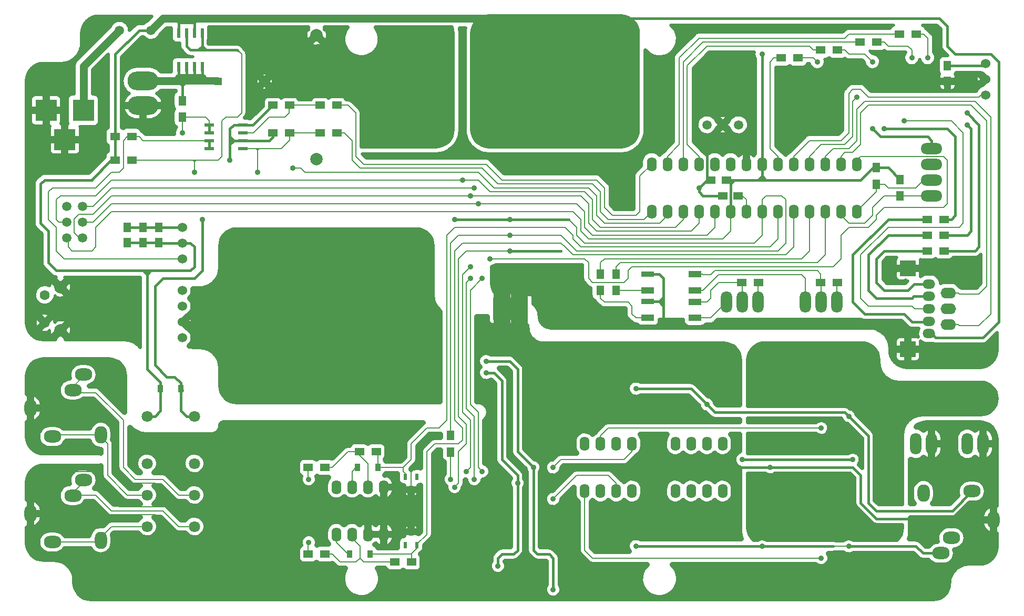
<source format=gbl>
G04 #@! TF.FileFunction,Copper,L2,Bot,Signal*
%FSLAX46Y46*%
G04 Gerber Fmt 4.6, Leading zero omitted, Abs format (unit mm)*
G04 Created by KiCad (PCBNEW 4.0.0-rc1-stable) date 2015/11/17 23:35:27*
%MOMM*%
G01*
G04 APERTURE LIST*
%ADD10C,0.150000*%
%ADD11R,0.600000X1.550000*%
%ADD12R,1.500000X1.250000*%
%ADD13R,1.250000X1.500000*%
%ADD14C,1.501140*%
%ADD15C,1.524000*%
%ADD16R,3.500120X3.500120*%
%ADD17O,1.998980X2.799080*%
%ADD18O,2.799080X1.998980*%
%ADD19C,1.500000*%
%ADD20O,1.600000X2.300000*%
%ADD21R,1.998980X0.899160*%
%ADD22R,1.998980X1.000760*%
%ADD23R,0.599440X1.000760*%
%ADD24O,1.800860X3.500120*%
%ADD25O,3.500120X1.800860*%
%ADD26R,1.500000X1.300000*%
%ADD27R,1.300000X1.500000*%
%ADD28R,1.550000X0.600000*%
%ADD29R,0.910000X1.220000*%
%ADD30C,1.798320*%
%ADD31R,1.300000X1.300000*%
%ADD32C,1.300000*%
%ADD33R,2.500000X2.500000*%
%ADD34O,2.500000X1.720000*%
%ADD35O,2.000000X1.500000*%
%ADD36O,5.001260X2.999740*%
%ADD37C,2.000000*%
%ADD38C,1.600000*%
%ADD39C,1.998980*%
%ADD40R,2.794000X1.016000*%
%ADD41R,5.588000X3.550000*%
%ADD42C,0.889000*%
%ADD43C,1.270000*%
%ADD44C,0.406400*%
%ADD45C,0.203200*%
%ADD46C,1.200000*%
%ADD47C,0.635000*%
%ADD48C,0.885000*%
%ADD49C,0.508000*%
G04 APERTURE END LIST*
D10*
D11*
X54035000Y-30555000D03*
X55305000Y-30555000D03*
X56575000Y-30555000D03*
X57845000Y-30555000D03*
X57845000Y-35955000D03*
X56575000Y-35955000D03*
X55305000Y-35955000D03*
X54035000Y-35955000D03*
D12*
X144185000Y-56750000D03*
X141685000Y-56750000D03*
X142280000Y-54210000D03*
X139780000Y-54210000D03*
D13*
X177860000Y-35815000D03*
X177860000Y-38315000D03*
D14*
X44510000Y-30080000D03*
X49590000Y-30090160D03*
D15*
X184000000Y-38000000D03*
X184000000Y-40540000D03*
X184000000Y-35460000D03*
D16*
X38700140Y-43000000D03*
X32700660Y-43000000D03*
X35700400Y-47699000D03*
D17*
X30199260Y-91000000D03*
D18*
X38700640Y-85599960D03*
X36998840Y-88099320D03*
D17*
X41499720Y-95300220D03*
D18*
X33699380Y-95599940D03*
D17*
X30199260Y-108000000D03*
D18*
X38700640Y-102599960D03*
X36998840Y-105099320D03*
D17*
X41499720Y-112300220D03*
D18*
X33699380Y-112599940D03*
D17*
X185300740Y-109000000D03*
D18*
X176799360Y-114400040D03*
X178501160Y-111900680D03*
D17*
X174000280Y-104699780D03*
D18*
X181800620Y-104400060D03*
D19*
X144205000Y-45320000D03*
X141665000Y-45320000D03*
X139125000Y-45320000D03*
D15*
X54670000Y-61830000D03*
X54670000Y-64370000D03*
X54670000Y-66910000D03*
X54670000Y-71990000D03*
X54670000Y-74530000D03*
X54670000Y-77070000D03*
X54670000Y-79610000D03*
D20*
X134045000Y-104375000D03*
X136585000Y-104375000D03*
X139125000Y-104375000D03*
X141665000Y-104375000D03*
X141665000Y-96755000D03*
X139125000Y-96755000D03*
X136585000Y-96755000D03*
X134045000Y-96755000D03*
D21*
X129610160Y-73816260D03*
D22*
X129610160Y-76465480D03*
X137209840Y-76465480D03*
X137209840Y-73864520D03*
D21*
X129610160Y-69371260D03*
D22*
X129610160Y-72020480D03*
X137209840Y-72020480D03*
X137209840Y-69419520D03*
D23*
X92452500Y-113051640D03*
X91500000Y-110938360D03*
X90547500Y-113051640D03*
X90547500Y-102048360D03*
X91500000Y-104161640D03*
X92452500Y-102048360D03*
D20*
X163255000Y-51670000D03*
X160715000Y-51670000D03*
X158175000Y-51670000D03*
X155635000Y-51670000D03*
X153095000Y-51670000D03*
X150555000Y-51670000D03*
X148015000Y-51670000D03*
X145475000Y-51670000D03*
X142935000Y-51670000D03*
X140395000Y-51670000D03*
X137855000Y-51670000D03*
X135315000Y-51670000D03*
X132775000Y-51670000D03*
X130235000Y-51670000D03*
X130235000Y-59290000D03*
X132775000Y-59290000D03*
X135315000Y-59290000D03*
X137855000Y-59290000D03*
X140395000Y-59290000D03*
X142935000Y-59290000D03*
X145475000Y-59290000D03*
X148015000Y-59290000D03*
X150555000Y-59290000D03*
X153095000Y-59290000D03*
X155635000Y-59290000D03*
X158175000Y-59290000D03*
X160715000Y-59290000D03*
X163255000Y-59290000D03*
D24*
X172780000Y-96755000D03*
X175320000Y-96755000D03*
X181035000Y-96755000D03*
X183575000Y-96755000D03*
D25*
X175320000Y-49130000D03*
X175320000Y-51670000D03*
X175320000Y-54210000D03*
X175320000Y-56750000D03*
D24*
X142300000Y-73895000D03*
X144840000Y-73895000D03*
X147380000Y-73895000D03*
X155000000Y-73895000D03*
X157540000Y-73895000D03*
X160080000Y-73895000D03*
D26*
X76815000Y-42145000D03*
X79515000Y-42145000D03*
X71895000Y-42145000D03*
X69195000Y-42145000D03*
D27*
X54670000Y-41430000D03*
X54670000Y-44130000D03*
D26*
X76815000Y-46590000D03*
X79515000Y-46590000D03*
X71895000Y-46590000D03*
X69195000Y-46590000D03*
X43795000Y-47225000D03*
X46495000Y-47225000D03*
D27*
X97850000Y-95405000D03*
X97850000Y-98105000D03*
D26*
X77610000Y-114535000D03*
X74910000Y-114535000D03*
X77610000Y-100565000D03*
X74910000Y-100565000D03*
X91580000Y-115805000D03*
X88880000Y-115805000D03*
X85865000Y-98025000D03*
X83165000Y-98025000D03*
X174605000Y-60560000D03*
X177305000Y-60560000D03*
X160160000Y-33255000D03*
X157460000Y-33255000D03*
X174605000Y-63100000D03*
X177305000Y-63100000D03*
X166510000Y-31985000D03*
X163810000Y-31985000D03*
X174605000Y-65640000D03*
X177305000Y-65640000D03*
X172860000Y-30715000D03*
X170160000Y-30715000D03*
D27*
X166430000Y-52225000D03*
X166430000Y-54925000D03*
X170240000Y-54130000D03*
X170240000Y-56830000D03*
X121980000Y-72070000D03*
X121980000Y-69370000D03*
X124520000Y-72070000D03*
X124520000Y-69370000D03*
D26*
X151110000Y-34525000D03*
X153810000Y-34525000D03*
X147460000Y-70720000D03*
X144760000Y-70720000D03*
X160160000Y-70720000D03*
X157460000Y-70720000D03*
D28*
X64355000Y-45320000D03*
X64355000Y-46590000D03*
X64355000Y-47860000D03*
X64355000Y-49130000D03*
X58955000Y-49130000D03*
X58955000Y-47860000D03*
X58955000Y-46590000D03*
X58955000Y-45320000D03*
D20*
X119440000Y-104375000D03*
X121980000Y-104375000D03*
X124520000Y-104375000D03*
X127060000Y-104375000D03*
X127060000Y-96755000D03*
X124520000Y-96755000D03*
X121980000Y-96755000D03*
X119440000Y-96755000D03*
D29*
X51130000Y-87865000D03*
X54400000Y-87865000D03*
X84880000Y-114535000D03*
X81610000Y-114535000D03*
X86150000Y-100565000D03*
X82880000Y-100565000D03*
D20*
X79435000Y-111360000D03*
X81975000Y-111360000D03*
X84515000Y-111360000D03*
X87055000Y-111360000D03*
X87055000Y-103740000D03*
X84515000Y-103740000D03*
X81975000Y-103740000D03*
X79435000Y-103740000D03*
D30*
X56575000Y-110090000D03*
X56575000Y-105010000D03*
X56575000Y-99930000D03*
X48955000Y-110090000D03*
X48955000Y-105010000D03*
X48955000Y-99930000D03*
X56575000Y-92310000D03*
X48955000Y-92310000D03*
D31*
X60385000Y-38335000D03*
D32*
X67885000Y-38335000D03*
D33*
X171500000Y-68500000D03*
X171500000Y-81500000D03*
D34*
X178000000Y-77540000D03*
X178000000Y-75000000D03*
X178000000Y-72460000D03*
D35*
X174900000Y-79000000D03*
X174900000Y-77000000D03*
X174900000Y-75000000D03*
X174900000Y-73000000D03*
X174900000Y-71000000D03*
D36*
X48320000Y-38258800D03*
X48320000Y-42221200D03*
D13*
X50860000Y-61850000D03*
X50860000Y-64350000D03*
X48320000Y-61850000D03*
X48320000Y-64350000D03*
D37*
X35000000Y-71500000D03*
X35000000Y-78500000D03*
D38*
X32500000Y-72750000D03*
X32500000Y-77250000D03*
D13*
X45780000Y-61850000D03*
X45780000Y-64350000D03*
D39*
X76260000Y-30875000D03*
X76260000Y-50875000D03*
D40*
X108897000Y-72714000D03*
X108897000Y-77286000D03*
X106103000Y-72714000D03*
X106103000Y-77286000D03*
D41*
X107500000Y-75000000D03*
D26*
X43795000Y-51035000D03*
X46495000Y-51035000D03*
D19*
X38540000Y-63540000D03*
X36000000Y-61000000D03*
X38540000Y-58460000D03*
X36000000Y-63540000D03*
X36000000Y-58460000D03*
X38540000Y-61000000D03*
D38*
X112455000Y-47225000D03*
X106105000Y-47225000D03*
D42*
X104200000Y-66910000D03*
X101660000Y-55480000D03*
X163255000Y-40875000D03*
X101025000Y-56750000D03*
X101025000Y-70085000D03*
X101660000Y-102470000D03*
X102930000Y-70085000D03*
X102930000Y-101200000D03*
X102295000Y-58020000D03*
X100390000Y-101200000D03*
X101025000Y-68180000D03*
X99755000Y-54210000D03*
X161985000Y-113265000D03*
X148015000Y-113265000D03*
X127695000Y-113265000D03*
X139125000Y-90405000D03*
X161985000Y-92310000D03*
X127695000Y-87865000D03*
X165795000Y-45955000D03*
X66735000Y-52940000D03*
X74990000Y-112630000D03*
X74990000Y-102470000D03*
X170875000Y-44685000D03*
X157540000Y-115170000D03*
X114360000Y-100565000D03*
X114360000Y-105645000D03*
X54670000Y-46590000D03*
X98485000Y-60560000D03*
X84515000Y-50400000D03*
X107375000Y-65640000D03*
X99755000Y-30080000D03*
X107375000Y-50400000D03*
X107375000Y-63100000D03*
X98485000Y-103740000D03*
X107375000Y-60560000D03*
X62290000Y-51035000D03*
X132775000Y-41510000D03*
X151825000Y-40875000D03*
X151825000Y-47225000D03*
X137855000Y-55480000D03*
X148015000Y-33890000D03*
D38*
X90865000Y-42145000D03*
D42*
X109915000Y-118345000D03*
X106105000Y-84690000D03*
X102295000Y-77070000D03*
X95945000Y-77070000D03*
X61655000Y-89135000D03*
X94040000Y-89135000D03*
X61655000Y-63100000D03*
X94040000Y-63100000D03*
X102295000Y-89135000D03*
X175955000Y-108820000D03*
X95310000Y-95485000D03*
X137220000Y-106915000D03*
X144205000Y-106915000D03*
X142935000Y-100565000D03*
X137855000Y-92945000D03*
X178495000Y-108820000D03*
X143570000Y-81515000D03*
X129600000Y-95485000D03*
X129600000Y-106915000D03*
X129600000Y-111360000D03*
X141665000Y-119615000D03*
X116265000Y-100565000D03*
X117535000Y-118345000D03*
X59750000Y-75165000D03*
X67370000Y-75165000D03*
X63560000Y-107550000D03*
X149285000Y-100565000D03*
X91500000Y-107550000D03*
X100390000Y-113900000D03*
X100390000Y-110090000D03*
X100390000Y-105010000D03*
X100390000Y-107550000D03*
X103565000Y-83420000D03*
X162620000Y-99295000D03*
X144840000Y-99295000D03*
X114360000Y-120250000D03*
X111185000Y-100565000D03*
X103565000Y-85325000D03*
X167065000Y-102470000D03*
X167065000Y-89770000D03*
X153095000Y-92945000D03*
X153095000Y-81515000D03*
X153095000Y-89770000D03*
X167065000Y-111995000D03*
X153095000Y-111995000D03*
X153095000Y-102470000D03*
X108645000Y-103105000D03*
X105470000Y-116440000D03*
X97850000Y-102470000D03*
X167700000Y-45955000D03*
X165795000Y-35160000D03*
X181035000Y-45320000D03*
X172145000Y-34525000D03*
X181035000Y-43415000D03*
X174685000Y-34525000D03*
X156905000Y-35160000D03*
X57845000Y-60560000D03*
X157540000Y-94215000D03*
X72450000Y-52305000D03*
X56575000Y-52940000D03*
D43*
X109280000Y-28175000D02*
X64195000Y-28175000D01*
X57845000Y-28175000D02*
X62925000Y-28175000D01*
X63560000Y-28175000D02*
X62925000Y-28175000D01*
X64195000Y-28175000D02*
X63560000Y-28175000D01*
D44*
X43795000Y-47225000D02*
X43795000Y-33970000D01*
X47674840Y-30090160D02*
X43795000Y-33970000D01*
X47674840Y-30090160D02*
X49590000Y-30090160D01*
X43795000Y-51035000D02*
X43795000Y-47225000D01*
X40065000Y-54210000D02*
X40065000Y-54130000D01*
X40065000Y-54210000D02*
X32445000Y-54210000D01*
X31810000Y-54845000D02*
X31810000Y-61195000D01*
X31810000Y-61195000D02*
X33080000Y-62465000D01*
X33080000Y-62465000D02*
X33080000Y-67545000D01*
X34350000Y-68815000D02*
X33080000Y-67545000D01*
X48320000Y-68815000D02*
X34350000Y-68815000D01*
X31810000Y-54845000D02*
X32445000Y-54210000D01*
X40065000Y-54130000D02*
X43160000Y-51035000D01*
X43160000Y-51035000D02*
X43795000Y-51035000D01*
X43240000Y-50955000D02*
X43160000Y-51035000D01*
X43240000Y-50955000D02*
X43160000Y-51035000D01*
X48955000Y-69450000D02*
X49590000Y-68815000D01*
X48955000Y-69450000D02*
X48320000Y-68815000D01*
X51130000Y-87865000D02*
X51130000Y-86865000D01*
X48955000Y-84690000D02*
X48955000Y-69450000D01*
X48955000Y-69450000D02*
X48955000Y-68815000D01*
X51130000Y-86865000D02*
X48955000Y-84690000D01*
X53400000Y-28175000D02*
X54035000Y-28810000D01*
X57210000Y-28175000D02*
X57845000Y-28175000D01*
X56575000Y-28810000D02*
X57210000Y-28175000D01*
X54035000Y-28810000D02*
X56575000Y-28810000D01*
X51130000Y-87865000D02*
X51130000Y-91405000D01*
X51130000Y-91405000D02*
X50225000Y-92310000D01*
X50225000Y-92310000D02*
X48955000Y-92310000D01*
X48320000Y-68815000D02*
X49590000Y-68815000D01*
X49590000Y-68815000D02*
X55940000Y-68815000D01*
X55940000Y-68815000D02*
X56575000Y-68180000D01*
X56575000Y-68180000D02*
X56575000Y-65005000D01*
X56575000Y-65005000D02*
X55940000Y-64370000D01*
X55940000Y-64370000D02*
X54670000Y-64370000D01*
D43*
X54035000Y-28175000D02*
X53400000Y-28175000D01*
X53400000Y-28175000D02*
X51505160Y-28175000D01*
X51505160Y-28175000D02*
X49590000Y-30090160D01*
D44*
X177860000Y-29445000D02*
X176590000Y-28175000D01*
X176590000Y-79610000D02*
X175955000Y-79610000D01*
X175345000Y-79000000D02*
X175955000Y-79610000D01*
X183575000Y-79610000D02*
X186115000Y-77070000D01*
X186115000Y-77070000D02*
X186115000Y-35160000D01*
X186115000Y-35160000D02*
X184845000Y-33890000D01*
X184845000Y-33890000D02*
X179130000Y-33890000D01*
X179130000Y-33890000D02*
X177860000Y-32620000D01*
X177860000Y-32620000D02*
X177860000Y-29445000D01*
X183575000Y-79610000D02*
X176590000Y-79610000D01*
X176590000Y-28175000D02*
X109280000Y-28175000D01*
D43*
X109280000Y-47225000D02*
X106105000Y-47225000D01*
X109280000Y-28175000D02*
X109280000Y-47225000D01*
D44*
X48320000Y-64350000D02*
X45780000Y-64350000D01*
X175345000Y-79000000D02*
X174900000Y-79000000D01*
X50860000Y-64350000D02*
X48320000Y-64350000D01*
X54670000Y-64370000D02*
X50880000Y-64370000D01*
X50880000Y-64370000D02*
X50860000Y-64350000D01*
X56575000Y-30555000D02*
X56575000Y-28175000D01*
X54035000Y-30555000D02*
X54035000Y-28175000D01*
D43*
X54035000Y-28175000D02*
X56575000Y-28175000D01*
X56575000Y-28175000D02*
X57845000Y-28175000D01*
X38700140Y-43000000D02*
X38700140Y-35889860D01*
X38700140Y-35889860D02*
X44510000Y-30080000D01*
D45*
X115630000Y-64370000D02*
X116265000Y-65005000D01*
X95310000Y-96755000D02*
X99120000Y-96755000D01*
X94040000Y-111360000D02*
X94040000Y-98025000D01*
X92452500Y-112947500D02*
X94040000Y-111360000D01*
X94040000Y-98025000D02*
X95310000Y-96755000D01*
X99120000Y-96755000D02*
X99755000Y-96120000D01*
X153095000Y-65005000D02*
X153095000Y-59290000D01*
X151825000Y-66275000D02*
X117535000Y-66275000D01*
X153095000Y-65005000D02*
X151825000Y-66275000D01*
X115630000Y-64370000D02*
X99755000Y-64370000D01*
X99755000Y-96120000D02*
X99755000Y-94215000D01*
X99755000Y-94215000D02*
X98485000Y-92945000D01*
X98485000Y-65640000D02*
X98485000Y-92945000D01*
X99755000Y-64370000D02*
X98485000Y-65640000D01*
X116265000Y-65005000D02*
X117535000Y-66275000D01*
X92452500Y-113051640D02*
X92452500Y-112947500D01*
X91580000Y-115805000D02*
X91580000Y-114615000D01*
X91580000Y-114615000D02*
X91500000Y-114535000D01*
X90865000Y-114535000D02*
X91500000Y-114535000D01*
X92452500Y-113582500D02*
X92452500Y-113051640D01*
X91500000Y-114535000D02*
X92452500Y-113582500D01*
X84880000Y-114535000D02*
X90865000Y-114535000D01*
X118805000Y-65005000D02*
X117535000Y-63735000D01*
X150555000Y-63735000D02*
X149285000Y-65005000D01*
X149285000Y-65005000D02*
X118805000Y-65005000D01*
X150555000Y-59290000D02*
X150555000Y-63735000D01*
X117535000Y-63100000D02*
X116265000Y-61830000D01*
X117535000Y-63735000D02*
X117535000Y-63100000D01*
X97215000Y-63100000D02*
X97215000Y-92945000D01*
X94040000Y-94215000D02*
X95945000Y-94215000D01*
X91500000Y-96755000D02*
X94040000Y-94215000D01*
X90230000Y-100565000D02*
X91500000Y-99295000D01*
X91500000Y-99295000D02*
X91500000Y-96755000D01*
X95945000Y-94215000D02*
X97215000Y-92945000D01*
X98485000Y-61830000D02*
X116265000Y-61830000D01*
X97215000Y-63100000D02*
X98485000Y-61830000D01*
X90230000Y-100565000D02*
X90230000Y-101200000D01*
X90547500Y-101517500D02*
X90547500Y-102048360D01*
X90230000Y-101200000D02*
X90547500Y-101517500D01*
X89595000Y-100565000D02*
X90230000Y-100565000D01*
X86150000Y-100565000D02*
X89595000Y-100565000D01*
X86150000Y-100565000D02*
X86150000Y-98310000D01*
X86150000Y-98310000D02*
X85865000Y-98025000D01*
X165160000Y-61830000D02*
X161985000Y-61830000D01*
X166430000Y-59925000D02*
X166430000Y-60560000D01*
X166430000Y-60560000D02*
X165160000Y-61830000D01*
X177225000Y-58655000D02*
X167700000Y-58655000D01*
X177860000Y-58020000D02*
X177225000Y-58655000D01*
X177860000Y-51035000D02*
X177860000Y-58020000D01*
X177225000Y-50400000D02*
X177860000Y-51035000D01*
X163890000Y-50400000D02*
X177225000Y-50400000D01*
X163255000Y-51035000D02*
X163890000Y-50400000D01*
X167700000Y-58655000D02*
X166430000Y-59925000D01*
X161985000Y-61830000D02*
X160715000Y-63100000D01*
X127060000Y-68180000D02*
X126425000Y-68815000D01*
X160715000Y-66910000D02*
X159445000Y-68180000D01*
X159445000Y-68180000D02*
X127060000Y-68180000D01*
X125790000Y-70720000D02*
X120710000Y-70720000D01*
X126425000Y-70085000D02*
X125790000Y-70720000D01*
X126425000Y-68815000D02*
X126425000Y-70085000D01*
X120710000Y-70720000D02*
X120075000Y-70085000D01*
X120075000Y-67545000D02*
X120075000Y-70085000D01*
X160715000Y-66910000D02*
X160715000Y-63100000D01*
X119440000Y-66910000D02*
X104200000Y-66910000D01*
X119440000Y-66910000D02*
X120075000Y-67545000D01*
X101660000Y-55480000D02*
X43240000Y-55480000D01*
X38540000Y-58460000D02*
X40260000Y-58460000D01*
X43240000Y-55480000D02*
X40260000Y-58460000D01*
X163255000Y-51670000D02*
X163255000Y-51035000D01*
X155635000Y-50400000D02*
X157540000Y-48495000D01*
X157540000Y-48495000D02*
X161350000Y-48495000D01*
X161350000Y-48495000D02*
X162620000Y-47225000D01*
X155635000Y-50400000D02*
X155635000Y-51670000D01*
X162620000Y-47225000D02*
X162620000Y-41510000D01*
X163255000Y-40875000D02*
X162620000Y-41510000D01*
X163890000Y-39605000D02*
X165160000Y-40875000D01*
X153095000Y-50400000D02*
X155635000Y-47860000D01*
X155635000Y-47860000D02*
X160715000Y-47860000D01*
X160715000Y-47860000D02*
X161985000Y-46590000D01*
X161985000Y-46590000D02*
X161985000Y-40240000D01*
X161985000Y-40240000D02*
X162620000Y-39605000D01*
X163890000Y-39605000D02*
X162620000Y-39605000D01*
X153095000Y-51670000D02*
X153095000Y-50400000D01*
X182940000Y-40875000D02*
X183275000Y-40540000D01*
X182305000Y-40875000D02*
X182940000Y-40875000D01*
X165160000Y-40875000D02*
X182305000Y-40875000D01*
X183275000Y-40540000D02*
X184000000Y-40540000D01*
X149285000Y-35160000D02*
X149920000Y-34525000D01*
X150555000Y-50400000D02*
X149285000Y-49130000D01*
X149285000Y-49130000D02*
X149285000Y-35160000D01*
X150555000Y-51670000D02*
X150555000Y-50400000D01*
X149920000Y-34525000D02*
X151110000Y-34525000D01*
X150555000Y-51035000D02*
X150555000Y-51670000D01*
X137855000Y-31350000D02*
X161350000Y-31350000D01*
X132775000Y-51670000D02*
X132775000Y-50400000D01*
X134680000Y-34525000D02*
X134680000Y-48495000D01*
X137855000Y-31350000D02*
X134680000Y-34525000D01*
X134680000Y-48495000D02*
X132775000Y-50400000D01*
X161985000Y-30715000D02*
X170160000Y-30715000D01*
X161350000Y-31350000D02*
X161985000Y-30715000D01*
X163810000Y-31985000D02*
X138490000Y-31985000D01*
X135315000Y-35160000D02*
X135315000Y-51670000D01*
X138490000Y-31985000D02*
X135315000Y-35160000D01*
X139125000Y-32620000D02*
X155635000Y-32620000D01*
X139125000Y-32620000D02*
X135950000Y-35795000D01*
X135950000Y-35795000D02*
X135950000Y-48495000D01*
X137855000Y-50400000D02*
X135950000Y-48495000D01*
X137855000Y-51670000D02*
X137855000Y-50400000D01*
X156270000Y-33255000D02*
X157460000Y-33255000D01*
X155635000Y-32620000D02*
X156270000Y-33255000D01*
X100390000Y-70720000D02*
X101025000Y-70085000D01*
X101660000Y-102470000D02*
X101660000Y-92310000D01*
X100390000Y-91040000D02*
X100390000Y-70720000D01*
X101660000Y-92310000D02*
X100390000Y-91040000D01*
X120075000Y-58020000D02*
X118805000Y-56750000D01*
X37250000Y-62750000D02*
X37250000Y-60500000D01*
X37250000Y-60500000D02*
X38000000Y-59750000D01*
X38000000Y-59750000D02*
X40065000Y-59750000D01*
X38040000Y-63540000D02*
X37250000Y-62750000D01*
X40240000Y-59750000D02*
X40700000Y-59290000D01*
X44510000Y-56750000D02*
X43240000Y-56750000D01*
X83880000Y-56750000D02*
X44510000Y-56750000D01*
X43240000Y-56750000D02*
X40700000Y-59290000D01*
X40065000Y-59750000D02*
X40240000Y-59750000D01*
X137855000Y-61195000D02*
X137855000Y-59290000D01*
X137855000Y-61195000D02*
X136585000Y-62465000D01*
X136585000Y-62465000D02*
X121345000Y-62465000D01*
X121345000Y-62465000D02*
X120075000Y-61195000D01*
X120075000Y-58020000D02*
X120075000Y-61195000D01*
X83880000Y-56750000D02*
X102295000Y-56750000D01*
X102295000Y-56750000D02*
X101025000Y-56750000D01*
X101025000Y-56750000D02*
X118805000Y-56750000D01*
X38540000Y-63540000D02*
X38040000Y-63540000D01*
X38540000Y-63540000D02*
X38990000Y-63540000D01*
X102295000Y-100565000D02*
X102930000Y-101200000D01*
X102295000Y-91675000D02*
X101025000Y-90405000D01*
X101025000Y-71990000D02*
X101025000Y-90405000D01*
X102295000Y-100565000D02*
X102295000Y-91675000D01*
X102930000Y-70085000D02*
X101025000Y-71990000D01*
X119440000Y-59290000D02*
X118170000Y-58020000D01*
X38540000Y-61000000D02*
X40260000Y-61000000D01*
X43240000Y-58020000D02*
X81975000Y-58020000D01*
X40260000Y-61000000D02*
X43240000Y-58020000D01*
X118170000Y-58020000D02*
X102295000Y-58020000D01*
X102295000Y-58020000D02*
X81975000Y-58020000D01*
X119440000Y-59290000D02*
X119440000Y-61830000D01*
X119440000Y-61830000D02*
X120710000Y-63100000D01*
X120710000Y-63100000D02*
X139125000Y-63100000D01*
X139125000Y-63100000D02*
X140395000Y-61830000D01*
X140395000Y-61830000D02*
X140395000Y-59290000D01*
X140395000Y-59925000D02*
X140395000Y-59290000D01*
X140395000Y-59290000D02*
X140395000Y-59925000D01*
X119440000Y-56115000D02*
X120710000Y-57385000D01*
X135315000Y-59290000D02*
X135315000Y-60560000D01*
X134045000Y-61830000D02*
X135315000Y-60560000D01*
X121980000Y-61830000D02*
X134045000Y-61830000D01*
X121980000Y-61830000D02*
X120710000Y-60560000D01*
X120710000Y-57385000D02*
X120710000Y-60560000D01*
X102295000Y-54210000D02*
X104200000Y-56115000D01*
X104200000Y-56115000D02*
X119440000Y-56115000D01*
X102295000Y-54210000D02*
X99755000Y-54210000D01*
X101025000Y-92945000D02*
X99755000Y-91675000D01*
X99755000Y-91675000D02*
X99755000Y-69450000D01*
X101025000Y-100565000D02*
X101025000Y-92945000D01*
X101025000Y-100565000D02*
X100390000Y-101200000D01*
X99755000Y-69450000D02*
X101025000Y-68180000D01*
X99755000Y-54210000D02*
X43240000Y-54210000D01*
X34985000Y-56750000D02*
X34350000Y-57385000D01*
X34350000Y-57385000D02*
X34350000Y-60560000D01*
X34790000Y-61000000D02*
X36000000Y-61000000D01*
X40700000Y-56750000D02*
X43240000Y-54210000D01*
X34790000Y-61000000D02*
X34350000Y-60560000D01*
X40700000Y-56750000D02*
X34985000Y-56750000D01*
X121980000Y-56115000D02*
X120710000Y-54845000D01*
X123250000Y-60560000D02*
X121980000Y-59290000D01*
X130235000Y-59290000D02*
X128965000Y-60560000D01*
X123250000Y-60560000D02*
X128965000Y-60560000D01*
X121980000Y-59290000D02*
X121980000Y-56115000D01*
X105470000Y-54845000D02*
X120710000Y-54845000D01*
X81975000Y-47860000D02*
X81975000Y-51035000D01*
X80705000Y-46590000D02*
X81975000Y-47860000D01*
X80705000Y-46590000D02*
X79515000Y-46590000D01*
X83245000Y-52305000D02*
X102930000Y-52305000D01*
X81975000Y-51035000D02*
X83245000Y-52305000D01*
X102930000Y-52305000D02*
X105470000Y-54845000D01*
X79515000Y-46590000D02*
X80070000Y-46590000D01*
X130235000Y-59290000D02*
X130235000Y-59290000D01*
X164525000Y-61195000D02*
X165795000Y-59925000D01*
X165795000Y-59925000D02*
X165795000Y-58655000D01*
X165795000Y-58655000D02*
X167700000Y-56750000D01*
X167700000Y-56750000D02*
X170160000Y-56750000D01*
X160715000Y-59925000D02*
X161985000Y-61195000D01*
X161985000Y-61195000D02*
X164525000Y-61195000D01*
X170240000Y-56830000D02*
X175240000Y-56830000D01*
X170160000Y-56750000D02*
X170240000Y-56830000D01*
X160715000Y-59290000D02*
X160715000Y-59925000D01*
X175240000Y-56830000D02*
X175320000Y-56750000D01*
X163890000Y-58655000D02*
X166430000Y-56115000D01*
X166430000Y-56115000D02*
X166430000Y-54925000D01*
X166430000Y-54925000D02*
X167780000Y-54925000D01*
X167780000Y-54925000D02*
X168335000Y-55480000D01*
X168335000Y-55480000D02*
X172780000Y-55480000D01*
X172780000Y-55480000D02*
X174050000Y-54210000D01*
X163255000Y-59290000D02*
X163890000Y-58655000D01*
X174050000Y-54210000D02*
X175320000Y-54210000D01*
X51495000Y-102470000D02*
X47050000Y-102470000D01*
X54035000Y-105010000D02*
X51495000Y-102470000D01*
X56575000Y-105010000D02*
X54035000Y-105010000D01*
X40700000Y-88500000D02*
X36899520Y-88500000D01*
X45145000Y-92945000D02*
X40700000Y-88500000D01*
X45145000Y-100565000D02*
X45145000Y-92945000D01*
X47050000Y-102470000D02*
X45145000Y-100565000D01*
X36899520Y-88500000D02*
X36498840Y-88099320D01*
X38998200Y-85599960D02*
X36498840Y-88099320D01*
X51495000Y-107550000D02*
X43240000Y-107550000D01*
X54035000Y-110090000D02*
X51495000Y-107550000D01*
X56575000Y-110090000D02*
X54035000Y-110090000D01*
X40700000Y-105010000D02*
X36588160Y-105010000D01*
X43240000Y-107550000D02*
X40700000Y-105010000D01*
X36588160Y-105010000D02*
X36498840Y-105099320D01*
X38200640Y-102599960D02*
X38200640Y-103397520D01*
X38200640Y-103397520D02*
X36498840Y-105099320D01*
X48955000Y-105010000D02*
X45780000Y-105010000D01*
X42605000Y-96755000D02*
X41150220Y-95300220D01*
X42605000Y-101835000D02*
X42605000Y-96755000D01*
X45780000Y-105010000D02*
X42605000Y-101835000D01*
X41150220Y-95300220D02*
X40999720Y-95300220D01*
X41785220Y-95300220D02*
X33499100Y-95300220D01*
X33499100Y-95300220D02*
X33199380Y-95599940D01*
X48955000Y-110090000D02*
X43875000Y-110090000D01*
X43240000Y-110090000D02*
X41029780Y-112300220D01*
X43875000Y-110090000D02*
X43240000Y-110090000D01*
X41029780Y-112300220D02*
X40999720Y-112300220D01*
X40999720Y-111060280D02*
X40999720Y-112300220D01*
X48955000Y-110090000D02*
X48955000Y-110725000D01*
X41329500Y-112630000D02*
X40999720Y-112300220D01*
X41335000Y-112635500D02*
X41299440Y-112599940D01*
X41299440Y-112599940D02*
X33199380Y-112599940D01*
D44*
X159445000Y-113265000D02*
X148015000Y-113265000D01*
X148015000Y-113265000D02*
X139760000Y-113265000D01*
X139760000Y-113265000D02*
X137220000Y-113265000D01*
X137220000Y-113265000D02*
X127695000Y-113265000D01*
D45*
X159445000Y-113265000D02*
X161985000Y-113265000D01*
D44*
X161985000Y-113265000D02*
X172780000Y-113265000D01*
X173915040Y-114400040D02*
X176799360Y-114400040D01*
X172780000Y-113265000D02*
X173915040Y-114400040D01*
D45*
X176664400Y-114535000D02*
X176799360Y-114400040D01*
D44*
X140395000Y-91675000D02*
X161350000Y-91675000D01*
X136585000Y-87865000D02*
X139125000Y-90405000D01*
X139125000Y-90405000D02*
X140395000Y-91675000D01*
X127695000Y-87865000D02*
X136585000Y-87865000D01*
X161350000Y-91675000D02*
X161985000Y-92310000D01*
X181800620Y-104400060D02*
X178650680Y-107550000D01*
X161985000Y-92310000D02*
X165160000Y-95485000D01*
X165160000Y-95485000D02*
X165160000Y-106280000D01*
X165160000Y-106280000D02*
X166430000Y-107550000D01*
X166430000Y-107550000D02*
X178650680Y-107550000D01*
D45*
X127695000Y-87865000D02*
X127695000Y-87865000D01*
D44*
X167065000Y-47225000D02*
X165795000Y-45955000D01*
X175320000Y-47860000D02*
X174685000Y-47225000D01*
X175320000Y-49130000D02*
X175320000Y-47860000D01*
X174685000Y-47225000D02*
X167065000Y-47225000D01*
D45*
X64355000Y-46590000D02*
X66100000Y-46590000D01*
X71815000Y-43415000D02*
X71815000Y-42225000D01*
X71180000Y-44050000D02*
X71815000Y-43415000D01*
X68640000Y-44050000D02*
X71180000Y-44050000D01*
X66100000Y-46590000D02*
X68640000Y-44050000D01*
X71815000Y-42225000D02*
X71895000Y-42145000D01*
X71815000Y-42225000D02*
X71895000Y-42145000D01*
X76815000Y-42145000D02*
X71895000Y-42145000D01*
X71895000Y-42145000D02*
X71895000Y-42700000D01*
X66735000Y-49384000D02*
X66989000Y-49130000D01*
X66481000Y-49130000D02*
X66735000Y-49384000D01*
X66735000Y-52940000D02*
X66735000Y-49384000D01*
X66735000Y-49384000D02*
X66735000Y-49130000D01*
X64355000Y-49130000D02*
X66481000Y-49130000D01*
X66481000Y-49130000D02*
X66735000Y-49130000D01*
X66735000Y-49130000D02*
X66989000Y-49130000D01*
X66989000Y-49130000D02*
X70545000Y-49130000D01*
X70545000Y-49130000D02*
X71895000Y-47780000D01*
X71895000Y-47780000D02*
X71895000Y-46590000D01*
X76815000Y-46590000D02*
X71895000Y-46590000D01*
X74990000Y-112630000D02*
X74910000Y-112710000D01*
X74910000Y-112710000D02*
X74910000Y-114535000D01*
X74910000Y-100565000D02*
X74910000Y-102390000D01*
X74910000Y-102390000D02*
X74990000Y-102470000D01*
D44*
X174605000Y-65640000D02*
X167700000Y-65640000D01*
X167700000Y-71990000D02*
X171510000Y-71990000D01*
X171510000Y-71990000D02*
X172500000Y-71000000D01*
X172500000Y-71000000D02*
X173900000Y-71000000D01*
X166430000Y-70720000D02*
X166430000Y-66910000D01*
X166430000Y-66910000D02*
X167700000Y-65640000D01*
X166430000Y-70720000D02*
X167700000Y-71990000D01*
D45*
X174900000Y-75000000D02*
X172615000Y-75000000D01*
X165160000Y-74530000D02*
X172145000Y-74530000D01*
X179765000Y-61830000D02*
X180400000Y-61195000D01*
X180400000Y-61195000D02*
X180400000Y-46590000D01*
X180400000Y-46590000D02*
X178495000Y-44685000D01*
X178495000Y-44685000D02*
X170875000Y-44685000D01*
X163890000Y-66275000D02*
X168335000Y-61830000D01*
X168335000Y-61830000D02*
X179765000Y-61830000D01*
X165160000Y-74530000D02*
X163890000Y-73260000D01*
X163890000Y-73260000D02*
X163890000Y-66275000D01*
X172145000Y-74530000D02*
X172615000Y-75000000D01*
X129610160Y-76465480D02*
X127725480Y-76465480D01*
X121980000Y-73260000D02*
X121980000Y-72070000D01*
X122615000Y-73895000D02*
X121980000Y-73260000D01*
X126425000Y-73895000D02*
X122615000Y-73895000D01*
X127060000Y-74530000D02*
X126425000Y-73895000D01*
X127060000Y-75800000D02*
X127060000Y-74530000D01*
X127725480Y-76465480D02*
X127060000Y-75800000D01*
X129579680Y-76435000D02*
X129610160Y-76465480D01*
X120710000Y-115170000D02*
X157540000Y-115170000D01*
X119440000Y-104375000D02*
X119440000Y-113900000D01*
X119440000Y-113900000D02*
X120710000Y-115170000D01*
X125790000Y-99295000D02*
X115630000Y-99295000D01*
X127060000Y-98025000D02*
X127060000Y-96755000D01*
X125790000Y-99295000D02*
X127060000Y-98025000D01*
X115630000Y-99295000D02*
X114360000Y-100565000D01*
X118170000Y-101835000D02*
X114360000Y-105645000D01*
X124520000Y-103105000D02*
X124520000Y-104375000D01*
X123250000Y-101835000D02*
X124520000Y-103105000D01*
X123250000Y-101835000D02*
X118170000Y-101835000D01*
X54670000Y-46590000D02*
X54670000Y-44130000D01*
X54670000Y-44130000D02*
X58400000Y-44130000D01*
X58955000Y-44685000D02*
X58955000Y-45320000D01*
X58400000Y-44130000D02*
X58955000Y-44685000D01*
D44*
X58955000Y-46590000D02*
X58955000Y-45320000D01*
X107375000Y-65640000D02*
X115630000Y-65640000D01*
X107375000Y-60560000D02*
X98485000Y-60560000D01*
X107375000Y-71990000D02*
X108099000Y-72714000D01*
X108099000Y-72714000D02*
X108897000Y-72714000D01*
D45*
X100390000Y-65640000D02*
X107375000Y-65640000D01*
X99120000Y-92310000D02*
X99120000Y-66910000D01*
X100390000Y-93580000D02*
X99120000Y-92310000D01*
X100390000Y-96755000D02*
X100390000Y-93580000D01*
X99120000Y-98025000D02*
X99120000Y-103105000D01*
X100390000Y-96755000D02*
X99120000Y-98025000D01*
X99120000Y-103105000D02*
X98485000Y-103740000D01*
X99120000Y-66910000D02*
X100390000Y-65640000D01*
X118170000Y-61830000D02*
X116900000Y-60560000D01*
X118170000Y-63100000D02*
X118170000Y-61830000D01*
X148015000Y-63100000D02*
X148015000Y-59290000D01*
X146745000Y-64370000D02*
X119440000Y-64370000D01*
X148015000Y-63100000D02*
X146745000Y-64370000D01*
X119440000Y-64370000D02*
X118170000Y-63100000D01*
D44*
X107375000Y-60560000D02*
X116900000Y-60560000D01*
D45*
X115630000Y-63100000D02*
X118170000Y-65640000D01*
X148650000Y-56750000D02*
X151190000Y-56750000D01*
X151190000Y-56750000D02*
X151825000Y-57385000D01*
X150555000Y-65640000D02*
X118170000Y-65640000D01*
X151825000Y-64370000D02*
X150555000Y-65640000D01*
X151825000Y-64370000D02*
X151825000Y-57385000D01*
X148015000Y-59290000D02*
X148015000Y-57385000D01*
X148015000Y-57385000D02*
X148650000Y-56750000D01*
X97850000Y-64370000D02*
X97850000Y-95405000D01*
X97850000Y-64370000D02*
X99120000Y-63100000D01*
X99120000Y-63100000D02*
X107375000Y-63100000D01*
X107375000Y-63100000D02*
X115630000Y-63100000D01*
D44*
X132140000Y-73260000D02*
X131982520Y-73260000D01*
X131982520Y-73260000D02*
X131426260Y-73816260D01*
X131426260Y-73816260D02*
X132140000Y-73816260D01*
X129610160Y-73816260D02*
X131426260Y-73816260D01*
X131426260Y-73816260D02*
X132140000Y-74530000D01*
X131505000Y-77705000D02*
X113090000Y-77705000D01*
X113090000Y-77705000D02*
X113090000Y-72625000D01*
X113090000Y-72625000D02*
X113001000Y-72714000D01*
X108897000Y-72714000D02*
X113001000Y-72714000D01*
X132140000Y-77070000D02*
X131505000Y-77705000D01*
X131426260Y-69371260D02*
X129610160Y-69371260D01*
X132140000Y-70085000D02*
X132140000Y-73260000D01*
X132140000Y-73260000D02*
X132140000Y-73816260D01*
X131426260Y-69371260D02*
X132140000Y-70085000D01*
X132140000Y-73816260D02*
X132140000Y-74530000D01*
X132140000Y-74530000D02*
X132140000Y-77070000D01*
X62925000Y-47860000D02*
X62290000Y-47860000D01*
X62290000Y-47225000D02*
X62925000Y-47860000D01*
X64355000Y-47860000D02*
X62925000Y-47860000D01*
X62925000Y-47860000D02*
X62290000Y-48495000D01*
X62290000Y-48495000D02*
X62290000Y-51035000D01*
X64355000Y-45320000D02*
X62925000Y-45320000D01*
X62290000Y-45955000D02*
X62290000Y-47225000D01*
X62290000Y-47225000D02*
X62290000Y-47860000D01*
X62290000Y-47860000D02*
X62290000Y-48495000D01*
X62290000Y-45955000D02*
X62925000Y-45320000D01*
X177860000Y-38315000D02*
X182920000Y-38315000D01*
X182940000Y-38335000D02*
X183665000Y-38335000D01*
X182920000Y-38315000D02*
X182940000Y-38335000D01*
X183665000Y-38335000D02*
X184000000Y-38000000D01*
X48320000Y-61850000D02*
X45780000Y-61850000D01*
D45*
X97850000Y-95405000D02*
X97810000Y-95445000D01*
X151825000Y-47225000D02*
X151825000Y-40875000D01*
D44*
X145475000Y-51670000D02*
X145475000Y-47860000D01*
X139125000Y-49765000D02*
X139125000Y-54210000D01*
X137220000Y-47860000D02*
X139125000Y-49765000D01*
X137220000Y-44685000D02*
X137220000Y-47860000D01*
X138490000Y-43415000D02*
X137220000Y-44685000D01*
X146110000Y-43415000D02*
X138490000Y-43415000D01*
X146745000Y-44050000D02*
X146110000Y-43415000D01*
X146745000Y-46590000D02*
X146745000Y-44050000D01*
X145475000Y-47860000D02*
X146745000Y-46590000D01*
X139125000Y-54210000D02*
X139780000Y-54210000D01*
D45*
X97770000Y-95485000D02*
X97850000Y-95405000D01*
D44*
X184000000Y-38000000D02*
X183910000Y-38000000D01*
X183910000Y-38000000D02*
X183575000Y-38335000D01*
X177860000Y-38970000D02*
X177860000Y-38335000D01*
X177860000Y-38335000D02*
X177860000Y-38315000D01*
X64355000Y-45320000D02*
X66020000Y-45320000D01*
X66020000Y-45320000D02*
X69195000Y-42145000D01*
X178180000Y-38635000D02*
X177860000Y-38315000D01*
X54670000Y-61830000D02*
X50880000Y-61830000D01*
X50880000Y-61830000D02*
X50860000Y-61850000D01*
X50860000Y-61850000D02*
X48320000Y-61850000D01*
X64355000Y-47860000D02*
X68640000Y-47860000D01*
X69195000Y-47305000D02*
X69195000Y-46590000D01*
X68640000Y-47860000D02*
X69195000Y-47305000D01*
X137855000Y-55480000D02*
X137855000Y-56115000D01*
X137855000Y-56115000D02*
X138490000Y-56750000D01*
X138490000Y-56750000D02*
X141685000Y-56750000D01*
X137855000Y-55480000D02*
X139125000Y-54210000D01*
X139125000Y-54210000D02*
X139780000Y-54210000D01*
D45*
X118805000Y-60560000D02*
X117535000Y-59290000D01*
X40700000Y-61830000D02*
X40700000Y-65005000D01*
X40700000Y-65005000D02*
X40065000Y-65640000D01*
X40065000Y-65640000D02*
X36890000Y-65640000D01*
X36890000Y-65640000D02*
X36255000Y-65005000D01*
X36255000Y-63795000D02*
X36255000Y-65005000D01*
X142935000Y-62465000D02*
X142935000Y-59290000D01*
X141665000Y-63735000D02*
X142935000Y-62465000D01*
X120075000Y-63735000D02*
X141665000Y-63735000D01*
X118805000Y-62465000D02*
X120075000Y-63735000D01*
X118805000Y-60560000D02*
X118805000Y-62465000D01*
X117535000Y-59290000D02*
X43240000Y-59290000D01*
X43240000Y-59290000D02*
X40700000Y-61830000D01*
D44*
X143570000Y-54210000D02*
X142935000Y-54845000D01*
X148650000Y-54210000D02*
X148015000Y-53575000D01*
X147380000Y-54210000D02*
X148015000Y-53575000D01*
X148015000Y-54210000D02*
X148650000Y-54210000D01*
X148650000Y-54210000D02*
X163890000Y-54210000D01*
X163890000Y-54210000D02*
X165875000Y-52225000D01*
X165875000Y-52225000D02*
X166430000Y-52225000D01*
X142280000Y-54210000D02*
X143570000Y-54210000D01*
X143570000Y-54210000D02*
X147380000Y-54210000D01*
X147380000Y-54210000D02*
X148015000Y-54210000D01*
D45*
X36255000Y-63795000D02*
X36000000Y-63540000D01*
D44*
X177860000Y-35815000D02*
X177880000Y-35815000D01*
X177880000Y-35815000D02*
X178495000Y-35795000D01*
X178495000Y-35795000D02*
X183665000Y-35795000D01*
X183665000Y-35795000D02*
X184000000Y-35460000D01*
X166430000Y-52225000D02*
X168335000Y-52225000D01*
X168335000Y-52225000D02*
X170240000Y-54130000D01*
D45*
X166430000Y-52305000D02*
X166430000Y-52225000D01*
D44*
X148015000Y-51670000D02*
X148015000Y-53575000D01*
X148015000Y-53575000D02*
X148015000Y-54210000D01*
X142280000Y-54210000D02*
X142935000Y-54210000D01*
X148015000Y-51670000D02*
X148015000Y-33890000D01*
X178140000Y-36095000D02*
X177860000Y-35815000D01*
X142935000Y-59290000D02*
X142935000Y-54845000D01*
X142935000Y-54845000D02*
X142935000Y-54210000D01*
X55305000Y-38258800D02*
X55305000Y-38335000D01*
X55305000Y-38335000D02*
X54670000Y-38970000D01*
X54035000Y-38258800D02*
X54035000Y-38335000D01*
X54035000Y-38335000D02*
X54670000Y-38970000D01*
X54670000Y-41430000D02*
X54670000Y-38970000D01*
X54670000Y-38970000D02*
X54670000Y-37700000D01*
D43*
X57845000Y-37700000D02*
X54670000Y-37700000D01*
X54670000Y-37700000D02*
X54035000Y-37700000D01*
X54035000Y-37700000D02*
X54035000Y-38258800D01*
X54035000Y-38258800D02*
X54035000Y-38258800D01*
X54035000Y-38258800D02*
X48320000Y-38258800D01*
D44*
X57845000Y-35955000D02*
X57845000Y-37700000D01*
X57845000Y-37700000D02*
X57845000Y-38258800D01*
X56575000Y-35955000D02*
X56575000Y-38258800D01*
X55305000Y-35955000D02*
X55305000Y-38258800D01*
X54035000Y-35955000D02*
X54035000Y-38258800D01*
D46*
X54035000Y-38258800D02*
X54670000Y-38258800D01*
X54670000Y-38258800D02*
X55305000Y-38258800D01*
X55305000Y-38258800D02*
X56575000Y-38258800D01*
X56575000Y-38258800D02*
X57845000Y-38258800D01*
X57845000Y-38258800D02*
X60308800Y-38258800D01*
X60308800Y-38258800D02*
X60385000Y-38335000D01*
D44*
X107375000Y-85960000D02*
X106105000Y-84690000D01*
X107375000Y-98660000D02*
X107375000Y-85960000D01*
X109915000Y-118345000D02*
X109915000Y-101200000D01*
X109915000Y-101200000D02*
X107375000Y-98660000D01*
X94040000Y-77070000D02*
X95945000Y-77070000D01*
X102295000Y-77070000D02*
X102295000Y-79610000D01*
X94040000Y-63100000D02*
X94040000Y-77070000D01*
X94040000Y-77070000D02*
X94040000Y-89135000D01*
X94040000Y-89135000D02*
X61655000Y-89135000D01*
X61655000Y-75165000D02*
X61655000Y-89135000D01*
X94040000Y-63100000D02*
X61655000Y-63100000D01*
X61655000Y-75165000D02*
X61655000Y-63100000D01*
X107375000Y-79610000D02*
X102295000Y-79610000D01*
X102295000Y-89135000D02*
X102295000Y-79610000D01*
X106103000Y-77286000D02*
X106103000Y-77703000D01*
X106103000Y-77703000D02*
X107375000Y-78975000D01*
X107375000Y-79610000D02*
X107375000Y-78975000D01*
X107375000Y-78975000D02*
X108897000Y-77453000D01*
X108897000Y-77453000D02*
X108897000Y-77286000D01*
D45*
X91500000Y-100565000D02*
X92770000Y-99295000D01*
X92770000Y-99295000D02*
X92770000Y-97390000D01*
X92770000Y-97390000D02*
X94675000Y-95485000D01*
X94675000Y-95485000D02*
X95310000Y-95485000D01*
X91500000Y-104161640D02*
X91500000Y-100565000D01*
D44*
X144205000Y-106915000D02*
X137220000Y-106915000D01*
X142935000Y-100565000D02*
X129600000Y-100565000D01*
X149285000Y-100565000D02*
X142935000Y-100565000D01*
X107375000Y-79610000D02*
X109915000Y-79610000D01*
X109915000Y-79610000D02*
X111820000Y-81515000D01*
X111820000Y-81515000D02*
X143570000Y-81515000D01*
X129600000Y-100565000D02*
X129600000Y-95485000D01*
X129600000Y-106915000D02*
X129600000Y-100565000D01*
X129600000Y-111360000D02*
X129600000Y-106915000D01*
X116265000Y-100565000D02*
X129600000Y-100565000D01*
D45*
X63560000Y-107550000D02*
X58480000Y-112630000D01*
X58480000Y-112630000D02*
X53400000Y-112630000D01*
X50225000Y-108185000D02*
X31175000Y-108185000D01*
X51495000Y-110725000D02*
X53400000Y-112630000D01*
X51495000Y-109455000D02*
X51495000Y-110725000D01*
X51495000Y-109455000D02*
X50225000Y-108185000D01*
X31175000Y-108185000D02*
X30540000Y-108185000D01*
X51495000Y-106915000D02*
X62925000Y-106915000D01*
X62925000Y-106915000D02*
X63560000Y-107550000D01*
D44*
X59750000Y-75165000D02*
X61655000Y-75165000D01*
X61655000Y-75165000D02*
X67370000Y-75165000D01*
X57845000Y-77070000D02*
X59750000Y-75165000D01*
X54670000Y-77070000D02*
X57845000Y-77070000D01*
D45*
X43875000Y-101200000D02*
X43875000Y-93580000D01*
X45780000Y-103105000D02*
X43875000Y-101200000D01*
X50225000Y-103105000D02*
X45780000Y-103105000D01*
X51495000Y-104375000D02*
X50225000Y-103105000D01*
X51495000Y-106915000D02*
X51495000Y-104375000D01*
X31135000Y-91000000D02*
X29699260Y-91000000D01*
X31175000Y-91040000D02*
X31135000Y-91000000D01*
X41335000Y-91040000D02*
X31175000Y-91040000D01*
X43875000Y-93580000D02*
X41335000Y-91040000D01*
X41970000Y-104375000D02*
X41970000Y-102470000D01*
X50860000Y-106915000D02*
X44510000Y-106915000D01*
X51495000Y-106915000D02*
X50860000Y-106915000D01*
X44510000Y-106915000D02*
X41970000Y-104375000D01*
X29699260Y-105850740D02*
X29699260Y-108000000D01*
X34350000Y-101200000D02*
X29699260Y-105850740D01*
X40700000Y-101200000D02*
X34350000Y-101200000D01*
X41970000Y-102470000D02*
X40700000Y-101200000D01*
X63560000Y-107550000D02*
X63560000Y-107550000D01*
X30540000Y-108185000D02*
X30355000Y-108000000D01*
X30355000Y-108000000D02*
X29699260Y-108000000D01*
D44*
X30149260Y-107550000D02*
X29699260Y-108000000D01*
X149285000Y-100565000D02*
X162620000Y-100565000D01*
X162620000Y-100565000D02*
X163890000Y-101835000D01*
X163890000Y-101835000D02*
X163890000Y-106280000D01*
X163890000Y-106280000D02*
X166430000Y-108820000D01*
X166430000Y-108820000D02*
X175955000Y-108820000D01*
X175955000Y-108820000D02*
X178495000Y-108820000D01*
X178495000Y-108820000D02*
X182940000Y-108820000D01*
X183755000Y-109000000D02*
X185300740Y-109000000D01*
X183575000Y-108820000D02*
X183755000Y-109000000D01*
X182940000Y-108820000D02*
X183575000Y-108820000D01*
X91500000Y-110938360D02*
X91500000Y-107550000D01*
X91500000Y-107550000D02*
X91500000Y-104161640D01*
X100390000Y-110090000D02*
X100390000Y-113900000D01*
D45*
X100390000Y-107550000D02*
X100390000Y-110090000D01*
X100390000Y-107550000D02*
X100390000Y-105010000D01*
D44*
X84515000Y-111360000D02*
X84515000Y-107550000D01*
X84515000Y-107550000D02*
X87055000Y-107550000D01*
X91500000Y-107550000D02*
X87055000Y-107550000D01*
X87055000Y-111360000D02*
X87055000Y-107550000D01*
X87055000Y-107550000D02*
X87055000Y-103740000D01*
X103565000Y-83420000D02*
X107375000Y-83420000D01*
X107375000Y-83420000D02*
X108645000Y-84690000D01*
X108645000Y-84690000D02*
X108645000Y-98025000D01*
X111185000Y-100565000D02*
X108645000Y-98025000D01*
X111185000Y-100565000D02*
X111185000Y-100565000D01*
X144840000Y-99295000D02*
X162620000Y-99295000D01*
X114360000Y-115170000D02*
X113725000Y-114535000D01*
X111820000Y-114535000D02*
X111185000Y-113900000D01*
X113725000Y-114535000D02*
X111820000Y-114535000D01*
X114360000Y-120250000D02*
X114360000Y-115170000D01*
X111185000Y-113900000D02*
X111185000Y-100565000D01*
X103565000Y-85325000D02*
X104835000Y-85325000D01*
X104835000Y-85325000D02*
X106105000Y-86595000D01*
X106105000Y-86595000D02*
X106105000Y-99295000D01*
X108645000Y-101835000D02*
X106105000Y-99295000D01*
X108645000Y-101835000D02*
X108645000Y-103105000D01*
X167065000Y-102470000D02*
X167065000Y-89770000D01*
X153095000Y-81515000D02*
X153095000Y-89770000D01*
X153095000Y-102470000D02*
X153095000Y-111995000D01*
X108010000Y-114535000D02*
X106105000Y-114535000D01*
X108645000Y-105010000D02*
X108645000Y-103105000D01*
X108645000Y-110725000D02*
X108645000Y-105010000D01*
X108645000Y-113265000D02*
X108645000Y-110725000D01*
X108645000Y-113900000D02*
X108010000Y-114535000D01*
X108645000Y-113900000D02*
X108645000Y-113265000D01*
X105470000Y-115170000D02*
X105470000Y-116440000D01*
X106105000Y-114535000D02*
X105470000Y-115170000D01*
D45*
X144185000Y-56750000D02*
X144840000Y-56750000D01*
X144840000Y-56750000D02*
X145475000Y-57385000D01*
X145475000Y-57385000D02*
X145475000Y-59290000D01*
X145475000Y-58655000D02*
X145475000Y-59290000D01*
X137209840Y-76465480D02*
X139729520Y-76465480D01*
X139729520Y-76465480D02*
X142300000Y-73895000D01*
X144760000Y-70720000D02*
X141030000Y-70720000D01*
X139155480Y-73864520D02*
X137209840Y-73864520D01*
X139760000Y-73260000D02*
X139155480Y-73864520D01*
X139760000Y-71990000D02*
X139760000Y-73260000D01*
X141030000Y-70720000D02*
X139760000Y-71990000D01*
X137240320Y-73895000D02*
X137209840Y-73864520D01*
X144840000Y-73895000D02*
X144840000Y-70800000D01*
X144840000Y-70800000D02*
X144760000Y-70720000D01*
X137240320Y-73895000D02*
X137209840Y-73864520D01*
X147380000Y-73895000D02*
X147380000Y-70800000D01*
X147380000Y-70800000D02*
X147460000Y-70720000D01*
X140395000Y-70085000D02*
X138459520Y-72020480D01*
X155000000Y-73895000D02*
X155000000Y-70085000D01*
X138459520Y-72020480D02*
X137209840Y-72020480D01*
X140395000Y-70085000D02*
X140395000Y-70085000D01*
X141030000Y-69450000D02*
X140395000Y-70085000D01*
X154365000Y-69450000D02*
X141030000Y-69450000D01*
X155000000Y-70085000D02*
X154365000Y-69450000D01*
X137240320Y-71990000D02*
X137209840Y-72020480D01*
X137209840Y-69419520D02*
X138459520Y-69419520D01*
X157460000Y-69370000D02*
X157460000Y-70720000D01*
X156905000Y-68815000D02*
X157460000Y-69370000D01*
X140395000Y-68815000D02*
X156905000Y-68815000D01*
X139760000Y-69450000D02*
X140395000Y-68815000D01*
X138490000Y-69450000D02*
X139760000Y-69450000D01*
X138459520Y-69419520D02*
X138490000Y-69450000D01*
X137240320Y-69450000D02*
X137209840Y-69419520D01*
X157540000Y-73895000D02*
X157540000Y-70800000D01*
X157540000Y-70800000D02*
X157460000Y-70720000D01*
X137209840Y-69419520D02*
X137250480Y-69419520D01*
X160080000Y-73895000D02*
X160080000Y-70800000D01*
X160080000Y-70800000D02*
X160160000Y-70720000D01*
X46495000Y-47225000D02*
X47685000Y-47225000D01*
X48320000Y-47860000D02*
X58955000Y-47860000D01*
X47685000Y-47225000D02*
X48320000Y-47860000D01*
X43240000Y-52940000D02*
X44510000Y-52940000D01*
X40700000Y-55480000D02*
X33715000Y-55480000D01*
X33080000Y-56115000D02*
X33080000Y-60560000D01*
X33080000Y-56115000D02*
X33715000Y-55480000D01*
X34350000Y-65640000D02*
X35620000Y-66910000D01*
X34350000Y-61830000D02*
X34350000Y-65640000D01*
X33080000Y-60560000D02*
X34350000Y-61830000D01*
X54670000Y-66910000D02*
X35620000Y-66910000D01*
X40700000Y-55480000D02*
X43240000Y-52940000D01*
X45145000Y-47860000D02*
X45780000Y-47225000D01*
X45145000Y-52305000D02*
X45145000Y-47860000D01*
X44510000Y-52940000D02*
X45145000Y-52305000D01*
X45780000Y-47225000D02*
X46495000Y-47225000D01*
D44*
X58955000Y-49130000D02*
X58955000Y-47860000D01*
D45*
X97850000Y-102470000D02*
X97850000Y-98105000D01*
X97930000Y-98105000D02*
X97850000Y-98105000D01*
X88880000Y-115805000D02*
X83880000Y-115805000D01*
X83880000Y-115805000D02*
X83245000Y-115170000D01*
X77610000Y-114535000D02*
X78800000Y-114535000D01*
X82610000Y-115805000D02*
X80070000Y-115805000D01*
X83245000Y-115170000D02*
X82610000Y-115805000D01*
X83245000Y-113265000D02*
X83245000Y-115170000D01*
X83245000Y-113265000D02*
X81975000Y-111995000D01*
X78800000Y-114535000D02*
X80070000Y-115805000D01*
X81975000Y-111360000D02*
X81975000Y-111995000D01*
X84515000Y-103740000D02*
X84515000Y-100565000D01*
X84515000Y-99930000D02*
X83165000Y-98580000D01*
X84515000Y-100565000D02*
X84515000Y-99930000D01*
X83165000Y-98580000D02*
X83165000Y-98025000D01*
X83165000Y-98025000D02*
X81340000Y-98025000D01*
X78800000Y-100565000D02*
X77610000Y-100565000D01*
X81340000Y-98025000D02*
X78800000Y-100565000D01*
D44*
X174830000Y-77070000D02*
X172145000Y-77070000D01*
X171510000Y-76435000D02*
X172145000Y-77070000D01*
X162620000Y-73895000D02*
X164525000Y-75800000D01*
X162620000Y-73895000D02*
X162620000Y-66275000D01*
X168335000Y-60560000D02*
X162620000Y-66275000D01*
X168335000Y-60560000D02*
X174605000Y-60560000D01*
X164525000Y-75800000D02*
X170875000Y-75800000D01*
X170875000Y-75800000D02*
X171510000Y-76435000D01*
X174830000Y-77070000D02*
X174900000Y-77000000D01*
X177860000Y-45955000D02*
X167700000Y-45955000D01*
X178495000Y-46590000D02*
X177860000Y-45955000D01*
X179130000Y-47225000D02*
X179130000Y-59925000D01*
X177305000Y-60560000D02*
X178495000Y-60560000D01*
X178495000Y-60560000D02*
X179130000Y-59925000D01*
X179130000Y-47225000D02*
X178495000Y-46590000D01*
D45*
X165795000Y-35160000D02*
X164525000Y-33890000D01*
X161350000Y-33255000D02*
X160160000Y-33255000D01*
X161985000Y-33890000D02*
X161350000Y-33255000D01*
X164525000Y-33890000D02*
X161985000Y-33890000D01*
D44*
X172405000Y-73000000D02*
X173900000Y-73000000D01*
X172145000Y-73260000D02*
X172405000Y-73000000D01*
X165160000Y-71990000D02*
X166430000Y-73260000D01*
X165160000Y-66275000D02*
X165160000Y-71990000D01*
X174605000Y-63100000D02*
X168335000Y-63100000D01*
X165160000Y-66275000D02*
X168335000Y-63100000D01*
X166430000Y-73260000D02*
X172145000Y-73260000D01*
X181670000Y-62465000D02*
X181670000Y-45955000D01*
X181035000Y-63100000D02*
X181670000Y-62465000D01*
X177305000Y-63100000D02*
X181035000Y-63100000D01*
X181035000Y-45320000D02*
X181670000Y-45955000D01*
D45*
X172145000Y-34525000D02*
X172145000Y-33255000D01*
X167700000Y-31985000D02*
X166510000Y-31985000D01*
X168335000Y-32620000D02*
X167700000Y-31985000D01*
X171510000Y-32620000D02*
X168335000Y-32620000D01*
X172145000Y-33255000D02*
X171510000Y-32620000D01*
D44*
X177305000Y-65640000D02*
X182305000Y-65640000D01*
X182940000Y-45320000D02*
X181035000Y-43415000D01*
X182940000Y-65005000D02*
X182940000Y-45320000D01*
X182305000Y-65640000D02*
X182940000Y-65005000D01*
D45*
X172860000Y-30715000D02*
X174050000Y-30715000D01*
X174685000Y-31350000D02*
X174685000Y-34525000D01*
X174050000Y-30715000D02*
X174685000Y-31350000D01*
X172860000Y-30715000D02*
X173415000Y-30715000D01*
X129610160Y-72020480D02*
X124569520Y-72020480D01*
X124569520Y-72020480D02*
X124520000Y-72070000D01*
X129579680Y-71990000D02*
X129610160Y-72020480D01*
X129579680Y-71990000D02*
X129610160Y-72020480D01*
X153810000Y-34525000D02*
X156270000Y-34525000D01*
X156270000Y-34525000D02*
X156905000Y-35160000D01*
D44*
X57845000Y-68815000D02*
X57845000Y-60560000D01*
X50225000Y-71355000D02*
X51495000Y-70085000D01*
X56575000Y-70085000D02*
X57845000Y-68815000D01*
X51495000Y-70085000D02*
X56575000Y-70085000D01*
X50225000Y-71355000D02*
X50225000Y-84055000D01*
X52130000Y-85960000D02*
X50225000Y-84055000D01*
X54400000Y-87865000D02*
X54400000Y-86960000D01*
X54400000Y-86960000D02*
X53400000Y-85960000D01*
X53400000Y-85960000D02*
X52130000Y-85960000D01*
X54400000Y-87865000D02*
X54400000Y-91405000D01*
X55305000Y-92310000D02*
X56575000Y-92310000D01*
X54400000Y-91405000D02*
X55305000Y-92310000D01*
X54670000Y-88135000D02*
X54400000Y-87865000D01*
D45*
X81610000Y-114535000D02*
X81340000Y-114535000D01*
X81340000Y-114535000D02*
X79435000Y-112630000D01*
X79435000Y-112630000D02*
X79435000Y-111360000D01*
X81975000Y-103740000D02*
X81975000Y-101200000D01*
X81975000Y-101200000D02*
X82610000Y-100565000D01*
X82610000Y-100565000D02*
X82880000Y-100565000D01*
X184845000Y-75800000D02*
X182940000Y-77705000D01*
X159445000Y-49130000D02*
X158175000Y-50400000D01*
X158175000Y-51670000D02*
X158175000Y-50400000D01*
X164525000Y-41510000D02*
X163255000Y-42780000D01*
X184845000Y-44050000D02*
X182305000Y-41510000D01*
X184845000Y-75800000D02*
X184845000Y-44050000D01*
X182305000Y-41510000D02*
X164525000Y-41510000D01*
X163255000Y-47860000D02*
X161985000Y-49130000D01*
X163255000Y-42780000D02*
X163255000Y-47860000D01*
X161985000Y-49130000D02*
X159445000Y-49130000D01*
X179600000Y-77540000D02*
X178000000Y-77540000D01*
X179765000Y-77705000D02*
X179600000Y-77540000D01*
X182940000Y-77705000D02*
X179765000Y-77705000D01*
X184210000Y-71355000D02*
X182940000Y-72625000D01*
X163890000Y-48495000D02*
X162620000Y-49765000D01*
X162620000Y-49765000D02*
X161350000Y-49765000D01*
X161350000Y-49765000D02*
X160715000Y-50400000D01*
X160715000Y-51670000D02*
X160715000Y-50400000D01*
X181670000Y-42145000D02*
X165160000Y-42145000D01*
X184210000Y-44685000D02*
X181670000Y-42145000D01*
X184210000Y-71355000D02*
X184210000Y-44685000D01*
X165160000Y-42145000D02*
X163890000Y-43415000D01*
X163890000Y-43415000D02*
X163890000Y-48495000D01*
X179600000Y-72460000D02*
X178000000Y-72460000D01*
X179765000Y-72625000D02*
X179600000Y-72460000D01*
X182940000Y-72625000D02*
X179765000Y-72625000D01*
X121980000Y-96755000D02*
X121980000Y-95485000D01*
X123250000Y-94215000D02*
X157540000Y-94215000D01*
X121980000Y-95485000D02*
X123250000Y-94215000D01*
X121345000Y-56750000D02*
X120075000Y-55480000D01*
X122615000Y-61195000D02*
X121345000Y-59925000D01*
X132775000Y-59925000D02*
X131505000Y-61195000D01*
X131505000Y-61195000D02*
X122615000Y-61195000D01*
X121345000Y-59925000D02*
X121345000Y-56750000D01*
X104835000Y-55480000D02*
X120075000Y-55480000D01*
X74355000Y-52940000D02*
X73720000Y-52305000D01*
X102295000Y-52940000D02*
X74355000Y-52940000D01*
X73720000Y-52305000D02*
X72450000Y-52305000D01*
X102295000Y-52940000D02*
X104835000Y-55480000D01*
X132775000Y-59290000D02*
X132775000Y-59925000D01*
X121980000Y-69370000D02*
X121980000Y-67545000D01*
X155635000Y-65640000D02*
X154365000Y-66910000D01*
X155635000Y-65640000D02*
X155635000Y-59290000D01*
X122615000Y-66910000D02*
X154365000Y-66910000D01*
X121980000Y-67545000D02*
X122615000Y-66910000D01*
X124520000Y-69370000D02*
X124520000Y-68180000D01*
X124520000Y-68180000D02*
X125155000Y-67545000D01*
X158175000Y-59290000D02*
X158175000Y-66275000D01*
X156905000Y-67545000D02*
X125155000Y-67545000D01*
X158175000Y-66275000D02*
X156905000Y-67545000D01*
X121345000Y-54210000D02*
X122615000Y-55480000D01*
X128330000Y-53575000D02*
X130235000Y-51670000D01*
X122615000Y-58655000D02*
X122615000Y-55480000D01*
X123885000Y-59925000D02*
X122615000Y-58655000D01*
X127695000Y-59925000D02*
X123885000Y-59925000D01*
X128330000Y-59290000D02*
X127695000Y-59925000D01*
X128330000Y-53575000D02*
X128330000Y-59290000D01*
X121345000Y-54210000D02*
X120710000Y-54210000D01*
X103565000Y-51670000D02*
X106105000Y-54210000D01*
X82610000Y-43415000D02*
X82610000Y-50400000D01*
X83880000Y-51670000D02*
X82610000Y-50400000D01*
X103565000Y-51670000D02*
X83880000Y-51670000D01*
X106105000Y-54210000D02*
X120710000Y-54210000D01*
X120710000Y-54210000D02*
X121345000Y-54210000D01*
X82610000Y-43415000D02*
X82610000Y-43415000D01*
X81340000Y-42145000D02*
X79515000Y-42145000D01*
X82610000Y-43415000D02*
X81340000Y-42145000D01*
X56575000Y-51289000D02*
X56829000Y-51035000D01*
X56321000Y-51035000D02*
X56575000Y-51289000D01*
X56575000Y-51289000D02*
X56575000Y-51162000D01*
X46495000Y-51035000D02*
X56321000Y-51035000D01*
X56321000Y-51035000D02*
X56575000Y-51035000D01*
X64195000Y-33970000D02*
X64195000Y-43415000D01*
X64195000Y-33970000D02*
X63560000Y-33335000D01*
X61655000Y-44050000D02*
X63560000Y-44050000D01*
X61020000Y-44685000D02*
X61655000Y-44050000D01*
X56829000Y-51035000D02*
X60385000Y-51035000D01*
X60385000Y-51035000D02*
X61020000Y-50400000D01*
X61020000Y-50400000D02*
X61020000Y-44685000D01*
X63560000Y-44050000D02*
X64195000Y-43415000D01*
X56575000Y-52940000D02*
X56575000Y-51162000D01*
X56575000Y-51035000D02*
X56829000Y-51035000D01*
X56575000Y-51162000D02*
X56575000Y-51035000D01*
X63560000Y-33335000D02*
X63640000Y-33335000D01*
X63640000Y-33335000D02*
X64195000Y-33890000D01*
D44*
X58480000Y-33255000D02*
X63480000Y-33255000D01*
X63480000Y-33255000D02*
X63560000Y-33335000D01*
X57845000Y-32620000D02*
X58480000Y-33255000D01*
X57845000Y-32620000D02*
X57210000Y-33255000D01*
X57845000Y-30555000D02*
X57845000Y-32620000D01*
X57845000Y-32620000D02*
X57845000Y-33255000D01*
X55305000Y-30555000D02*
X55305000Y-32620000D01*
X55940000Y-33255000D02*
X57210000Y-33255000D01*
X55305000Y-32620000D02*
X55940000Y-33255000D01*
X57210000Y-33255000D02*
X57845000Y-33255000D01*
X57845000Y-33255000D02*
X58480000Y-33255000D01*
D47*
G36*
X148662420Y-101678975D02*
X148890650Y-101778686D01*
X149133899Y-101832168D01*
X149382905Y-101837384D01*
X149628181Y-101794135D01*
X149860385Y-101704069D01*
X150034298Y-101593700D01*
X162193898Y-101593700D01*
X162861300Y-102261102D01*
X162861300Y-106280000D01*
X162870571Y-106374553D01*
X162878854Y-106469230D01*
X162880363Y-106474424D01*
X162880891Y-106479809D01*
X162908357Y-106570782D01*
X162934866Y-106662026D01*
X162937356Y-106666829D01*
X162938919Y-106672007D01*
X162983538Y-106755923D01*
X163027260Y-106840270D01*
X163030633Y-106844496D01*
X163033174Y-106849274D01*
X163093224Y-106922903D01*
X163152514Y-106997174D01*
X163159944Y-107004709D01*
X163160065Y-107004857D01*
X163160202Y-107004971D01*
X163162599Y-107007401D01*
X165702599Y-109547400D01*
X165776022Y-109607711D01*
X165848818Y-109668794D01*
X165853556Y-109671399D01*
X165857738Y-109674834D01*
X165941486Y-109719739D01*
X166024752Y-109765515D01*
X166029911Y-109767151D01*
X166034675Y-109769706D01*
X166125534Y-109797484D01*
X166216121Y-109826220D01*
X166221495Y-109826823D01*
X166226670Y-109828405D01*
X166321180Y-109838005D01*
X166415637Y-109848600D01*
X166426219Y-109848674D01*
X166426409Y-109848693D01*
X166426586Y-109848676D01*
X166430000Y-109848700D01*
X170557500Y-109848700D01*
X170557500Y-110249404D01*
X170504450Y-110788028D01*
X170351887Y-111290963D01*
X170104141Y-111754462D01*
X169770727Y-112160727D01*
X169678641Y-112236300D01*
X162731117Y-112236300D01*
X162591965Y-112142441D01*
X162362366Y-112045926D01*
X162118393Y-111995846D01*
X161869340Y-111994107D01*
X161624691Y-112040776D01*
X161393767Y-112134076D01*
X161185363Y-112270452D01*
X161116487Y-112337900D01*
X159883745Y-112337900D01*
X159850248Y-112319485D01*
X159658879Y-112258780D01*
X159459363Y-112236400D01*
X159445000Y-112236300D01*
X148761117Y-112236300D01*
X148621965Y-112142441D01*
X148392366Y-112045926D01*
X148148393Y-111995846D01*
X147899340Y-111994107D01*
X147654691Y-112040776D01*
X147423767Y-112134076D01*
X147267553Y-112236300D01*
X146671359Y-112236300D01*
X146579273Y-112160727D01*
X146245859Y-111754462D01*
X145998113Y-111290963D01*
X145845550Y-110788028D01*
X145792500Y-110249404D01*
X145792500Y-101593700D01*
X148539726Y-101593700D01*
X148662420Y-101678975D01*
X148662420Y-101678975D01*
G37*
X148662420Y-101678975D02*
X148890650Y-101778686D01*
X149133899Y-101832168D01*
X149382905Y-101837384D01*
X149628181Y-101794135D01*
X149860385Y-101704069D01*
X150034298Y-101593700D01*
X162193898Y-101593700D01*
X162861300Y-102261102D01*
X162861300Y-106280000D01*
X162870571Y-106374553D01*
X162878854Y-106469230D01*
X162880363Y-106474424D01*
X162880891Y-106479809D01*
X162908357Y-106570782D01*
X162934866Y-106662026D01*
X162937356Y-106666829D01*
X162938919Y-106672007D01*
X162983538Y-106755923D01*
X163027260Y-106840270D01*
X163030633Y-106844496D01*
X163033174Y-106849274D01*
X163093224Y-106922903D01*
X163152514Y-106997174D01*
X163159944Y-107004709D01*
X163160065Y-107004857D01*
X163160202Y-107004971D01*
X163162599Y-107007401D01*
X165702599Y-109547400D01*
X165776022Y-109607711D01*
X165848818Y-109668794D01*
X165853556Y-109671399D01*
X165857738Y-109674834D01*
X165941486Y-109719739D01*
X166024752Y-109765515D01*
X166029911Y-109767151D01*
X166034675Y-109769706D01*
X166125534Y-109797484D01*
X166216121Y-109826220D01*
X166221495Y-109826823D01*
X166226670Y-109828405D01*
X166321180Y-109838005D01*
X166415637Y-109848600D01*
X166426219Y-109848674D01*
X166426409Y-109848693D01*
X166426586Y-109848676D01*
X166430000Y-109848700D01*
X170557500Y-109848700D01*
X170557500Y-110249404D01*
X170504450Y-110788028D01*
X170351887Y-111290963D01*
X170104141Y-111754462D01*
X169770727Y-112160727D01*
X169678641Y-112236300D01*
X162731117Y-112236300D01*
X162591965Y-112142441D01*
X162362366Y-112045926D01*
X162118393Y-111995846D01*
X161869340Y-111994107D01*
X161624691Y-112040776D01*
X161393767Y-112134076D01*
X161185363Y-112270452D01*
X161116487Y-112337900D01*
X159883745Y-112337900D01*
X159850248Y-112319485D01*
X159658879Y-112258780D01*
X159459363Y-112236400D01*
X159445000Y-112236300D01*
X148761117Y-112236300D01*
X148621965Y-112142441D01*
X148392366Y-112045926D01*
X148148393Y-111995846D01*
X147899340Y-111994107D01*
X147654691Y-112040776D01*
X147423767Y-112134076D01*
X147267553Y-112236300D01*
X146671359Y-112236300D01*
X146579273Y-112160727D01*
X146245859Y-111754462D01*
X145998113Y-111290963D01*
X145845550Y-110788028D01*
X145792500Y-110249404D01*
X145792500Y-101593700D01*
X148539726Y-101593700D01*
X148662420Y-101678975D01*
G36*
X164588028Y-80615550D02*
X165090963Y-80768113D01*
X165554462Y-81015859D01*
X165960727Y-81349273D01*
X166294141Y-81755538D01*
X166541887Y-82219037D01*
X166694450Y-82721972D01*
X166747500Y-83260596D01*
X166747500Y-83595000D01*
X166749029Y-83626120D01*
X166806673Y-84211391D01*
X166818815Y-84272436D01*
X166989532Y-84835215D01*
X167013351Y-84892718D01*
X167290581Y-85411379D01*
X167325160Y-85463131D01*
X167698249Y-85917740D01*
X167742260Y-85961751D01*
X168196869Y-86334840D01*
X168248621Y-86369419D01*
X168767282Y-86646649D01*
X168824785Y-86670468D01*
X169387564Y-86841185D01*
X169448609Y-86853327D01*
X170033880Y-86910971D01*
X170065000Y-86912500D01*
X183241904Y-86912500D01*
X183752728Y-86962812D01*
X184228928Y-87107265D01*
X184667795Y-87341845D01*
X185052465Y-87657535D01*
X185368155Y-88042205D01*
X185602735Y-88481072D01*
X185747188Y-88957272D01*
X185795964Y-89452500D01*
X185747188Y-89947728D01*
X185602735Y-90423928D01*
X185368155Y-90862795D01*
X185052465Y-91247465D01*
X184667795Y-91563155D01*
X184228928Y-91797735D01*
X183752728Y-91942188D01*
X183241904Y-91992500D01*
X173875000Y-91992500D01*
X173843880Y-91994029D01*
X173258609Y-92051673D01*
X173197564Y-92063815D01*
X172634785Y-92234532D01*
X172577282Y-92258351D01*
X172058621Y-92535581D01*
X172006869Y-92570160D01*
X171552260Y-92943249D01*
X171508249Y-92987260D01*
X171135160Y-93441869D01*
X171100581Y-93493621D01*
X170823351Y-94012282D01*
X170799532Y-94069785D01*
X170628815Y-94632564D01*
X170616673Y-94693609D01*
X170559029Y-95278880D01*
X170557500Y-95310000D01*
X170557500Y-106521300D01*
X166856102Y-106521300D01*
X166188700Y-105853898D01*
X166188700Y-95485000D01*
X166179429Y-95390447D01*
X166171146Y-95295770D01*
X166169637Y-95290576D01*
X166169109Y-95285191D01*
X166141647Y-95194232D01*
X166115134Y-95102973D01*
X166112644Y-95098169D01*
X166111081Y-95092993D01*
X166066471Y-95009095D01*
X166022740Y-94924730D01*
X166019367Y-94920504D01*
X166016826Y-94915726D01*
X165956776Y-94842097D01*
X165897486Y-94767826D01*
X165890056Y-94760291D01*
X165889935Y-94760143D01*
X165889798Y-94760029D01*
X165887401Y-94757599D01*
X163240187Y-92110385D01*
X163206678Y-91941154D01*
X163111769Y-91710886D01*
X162973942Y-91503439D01*
X162798445Y-91326713D01*
X162591965Y-91187441D01*
X162362366Y-91090926D01*
X162184145Y-91054343D01*
X162077401Y-90947599D01*
X162003948Y-90887264D01*
X161931182Y-90826206D01*
X161926444Y-90823601D01*
X161922262Y-90820166D01*
X161838479Y-90775242D01*
X161755248Y-90729485D01*
X161750094Y-90727850D01*
X161745325Y-90725293D01*
X161654420Y-90697501D01*
X161563879Y-90668780D01*
X161558505Y-90668177D01*
X161553330Y-90666595D01*
X161458820Y-90656995D01*
X161364363Y-90646400D01*
X161353781Y-90646326D01*
X161353591Y-90646307D01*
X161353414Y-90646324D01*
X161350000Y-90646300D01*
X145792500Y-90646300D01*
X145792500Y-83260596D01*
X145845550Y-82721972D01*
X145998113Y-82219037D01*
X146245859Y-81755538D01*
X146579273Y-81349273D01*
X146985538Y-81015859D01*
X147449037Y-80768113D01*
X147951972Y-80615550D01*
X148490596Y-80562500D01*
X164049404Y-80562500D01*
X164588028Y-80615550D01*
X164588028Y-80615550D01*
G37*
X164588028Y-80615550D02*
X165090963Y-80768113D01*
X165554462Y-81015859D01*
X165960727Y-81349273D01*
X166294141Y-81755538D01*
X166541887Y-82219037D01*
X166694450Y-82721972D01*
X166747500Y-83260596D01*
X166747500Y-83595000D01*
X166749029Y-83626120D01*
X166806673Y-84211391D01*
X166818815Y-84272436D01*
X166989532Y-84835215D01*
X167013351Y-84892718D01*
X167290581Y-85411379D01*
X167325160Y-85463131D01*
X167698249Y-85917740D01*
X167742260Y-85961751D01*
X168196869Y-86334840D01*
X168248621Y-86369419D01*
X168767282Y-86646649D01*
X168824785Y-86670468D01*
X169387564Y-86841185D01*
X169448609Y-86853327D01*
X170033880Y-86910971D01*
X170065000Y-86912500D01*
X183241904Y-86912500D01*
X183752728Y-86962812D01*
X184228928Y-87107265D01*
X184667795Y-87341845D01*
X185052465Y-87657535D01*
X185368155Y-88042205D01*
X185602735Y-88481072D01*
X185747188Y-88957272D01*
X185795964Y-89452500D01*
X185747188Y-89947728D01*
X185602735Y-90423928D01*
X185368155Y-90862795D01*
X185052465Y-91247465D01*
X184667795Y-91563155D01*
X184228928Y-91797735D01*
X183752728Y-91942188D01*
X183241904Y-91992500D01*
X173875000Y-91992500D01*
X173843880Y-91994029D01*
X173258609Y-92051673D01*
X173197564Y-92063815D01*
X172634785Y-92234532D01*
X172577282Y-92258351D01*
X172058621Y-92535581D01*
X172006869Y-92570160D01*
X171552260Y-92943249D01*
X171508249Y-92987260D01*
X171135160Y-93441869D01*
X171100581Y-93493621D01*
X170823351Y-94012282D01*
X170799532Y-94069785D01*
X170628815Y-94632564D01*
X170616673Y-94693609D01*
X170559029Y-95278880D01*
X170557500Y-95310000D01*
X170557500Y-106521300D01*
X166856102Y-106521300D01*
X166188700Y-105853898D01*
X166188700Y-95485000D01*
X166179429Y-95390447D01*
X166171146Y-95295770D01*
X166169637Y-95290576D01*
X166169109Y-95285191D01*
X166141647Y-95194232D01*
X166115134Y-95102973D01*
X166112644Y-95098169D01*
X166111081Y-95092993D01*
X166066471Y-95009095D01*
X166022740Y-94924730D01*
X166019367Y-94920504D01*
X166016826Y-94915726D01*
X165956776Y-94842097D01*
X165897486Y-94767826D01*
X165890056Y-94760291D01*
X165889935Y-94760143D01*
X165889798Y-94760029D01*
X165887401Y-94757599D01*
X163240187Y-92110385D01*
X163206678Y-91941154D01*
X163111769Y-91710886D01*
X162973942Y-91503439D01*
X162798445Y-91326713D01*
X162591965Y-91187441D01*
X162362366Y-91090926D01*
X162184145Y-91054343D01*
X162077401Y-90947599D01*
X162003948Y-90887264D01*
X161931182Y-90826206D01*
X161926444Y-90823601D01*
X161922262Y-90820166D01*
X161838479Y-90775242D01*
X161755248Y-90729485D01*
X161750094Y-90727850D01*
X161745325Y-90725293D01*
X161654420Y-90697501D01*
X161563879Y-90668780D01*
X161558505Y-90668177D01*
X161553330Y-90666595D01*
X161458820Y-90656995D01*
X161364363Y-90646400D01*
X161353781Y-90646326D01*
X161353591Y-90646307D01*
X161353414Y-90646324D01*
X161350000Y-90646300D01*
X145792500Y-90646300D01*
X145792500Y-83260596D01*
X145845550Y-82721972D01*
X145998113Y-82219037D01*
X146245859Y-81755538D01*
X146579273Y-81349273D01*
X146985538Y-81015859D01*
X147449037Y-80768113D01*
X147951972Y-80615550D01*
X148490596Y-80562500D01*
X164049404Y-80562500D01*
X164588028Y-80615550D01*
G36*
X160849976Y-92893323D02*
X160984894Y-93102675D01*
X161157905Y-93281833D01*
X161362420Y-93423975D01*
X161590650Y-93523686D01*
X161787070Y-93566872D01*
X164131300Y-95911102D01*
X164131300Y-100621498D01*
X163607803Y-100098001D01*
X163729602Y-99925341D01*
X163830903Y-99697814D01*
X163886082Y-99454943D01*
X163890054Y-99170470D01*
X163841678Y-98926154D01*
X163746769Y-98695886D01*
X163608942Y-98488439D01*
X163433445Y-98311713D01*
X163226965Y-98172441D01*
X162997366Y-98075926D01*
X162753393Y-98025846D01*
X162504340Y-98024107D01*
X162259691Y-98070776D01*
X162028767Y-98164076D01*
X161872553Y-98266300D01*
X145792500Y-98266300D01*
X145792500Y-95142100D01*
X156669707Y-95142100D01*
X156712905Y-95186833D01*
X156917420Y-95328975D01*
X157145650Y-95428686D01*
X157388899Y-95482168D01*
X157637905Y-95487384D01*
X157883181Y-95444135D01*
X158115385Y-95354069D01*
X158325673Y-95220616D01*
X158506035Y-95048859D01*
X158649602Y-94845341D01*
X158750903Y-94617814D01*
X158806082Y-94374943D01*
X158810054Y-94090470D01*
X158761678Y-93846154D01*
X158666769Y-93615886D01*
X158528942Y-93408439D01*
X158353445Y-93231713D01*
X158146965Y-93092441D01*
X157917366Y-92995926D01*
X157673393Y-92945846D01*
X157424340Y-92944107D01*
X157179691Y-92990776D01*
X156948767Y-93084076D01*
X156740363Y-93220452D01*
X156671487Y-93287900D01*
X145792500Y-93287900D01*
X145792500Y-92703700D01*
X160774899Y-92703700D01*
X160849976Y-92893323D01*
X160849976Y-92893323D01*
G37*
X160849976Y-92893323D02*
X160984894Y-93102675D01*
X161157905Y-93281833D01*
X161362420Y-93423975D01*
X161590650Y-93523686D01*
X161787070Y-93566872D01*
X164131300Y-95911102D01*
X164131300Y-100621498D01*
X163607803Y-100098001D01*
X163729602Y-99925341D01*
X163830903Y-99697814D01*
X163886082Y-99454943D01*
X163890054Y-99170470D01*
X163841678Y-98926154D01*
X163746769Y-98695886D01*
X163608942Y-98488439D01*
X163433445Y-98311713D01*
X163226965Y-98172441D01*
X162997366Y-98075926D01*
X162753393Y-98025846D01*
X162504340Y-98024107D01*
X162259691Y-98070776D01*
X162028767Y-98164076D01*
X161872553Y-98266300D01*
X145792500Y-98266300D01*
X145792500Y-95142100D01*
X156669707Y-95142100D01*
X156712905Y-95186833D01*
X156917420Y-95328975D01*
X157145650Y-95428686D01*
X157388899Y-95482168D01*
X157637905Y-95487384D01*
X157883181Y-95444135D01*
X158115385Y-95354069D01*
X158325673Y-95220616D01*
X158506035Y-95048859D01*
X158649602Y-94845341D01*
X158750903Y-94617814D01*
X158806082Y-94374943D01*
X158810054Y-94090470D01*
X158761678Y-93846154D01*
X158666769Y-93615886D01*
X158528942Y-93408439D01*
X158353445Y-93231713D01*
X158146965Y-93092441D01*
X157917366Y-92995926D01*
X157673393Y-92945846D01*
X157424340Y-92944107D01*
X157179691Y-92990776D01*
X156948767Y-93084076D01*
X156740363Y-93220452D01*
X156671487Y-93287900D01*
X145792500Y-93287900D01*
X145792500Y-92703700D01*
X160774899Y-92703700D01*
X160849976Y-92893323D01*
D48*
G36*
X103750901Y-76775000D02*
X103762971Y-76926364D01*
X103842476Y-77183093D01*
X103990355Y-77407508D01*
X104194901Y-77581840D01*
X104439916Y-77692286D01*
X104706000Y-77730099D01*
X110076560Y-77730099D01*
X110152336Y-78499461D01*
X110169259Y-78584539D01*
X110295732Y-79001465D01*
X110328928Y-79081607D01*
X110534309Y-79465848D01*
X110582502Y-79537974D01*
X110858898Y-79874764D01*
X110920236Y-79936102D01*
X111257026Y-80212498D01*
X111329152Y-80260691D01*
X111713393Y-80466072D01*
X111793535Y-80499268D01*
X112210461Y-80625741D01*
X112295539Y-80642664D01*
X112729127Y-80685369D01*
X112772500Y-80687500D01*
X141818264Y-80687500D01*
X142338525Y-80738741D01*
X142817894Y-80884156D01*
X143259681Y-81120296D01*
X143646911Y-81438089D01*
X143964704Y-81825319D01*
X144200844Y-82267106D01*
X144346259Y-82746475D01*
X144397500Y-83266736D01*
X144397500Y-90521300D01*
X140872878Y-90521300D01*
X140495437Y-90143859D01*
X140466923Y-89999850D01*
X140362672Y-89746918D01*
X140211278Y-89519053D01*
X140018509Y-89324933D01*
X139791706Y-89171953D01*
X139539509Y-89065939D01*
X139386007Y-89034429D01*
X137400789Y-87049211D01*
X137318428Y-86981559D01*
X137236802Y-86913067D01*
X137231489Y-86910146D01*
X137226798Y-86906293D01*
X137132817Y-86855900D01*
X137039491Y-86804594D01*
X137033713Y-86802761D01*
X137028362Y-86799892D01*
X136926416Y-86768724D01*
X136824868Y-86736511D01*
X136818838Y-86735835D01*
X136813037Y-86734061D01*
X136707031Y-86723293D01*
X136601108Y-86711412D01*
X136589250Y-86711330D01*
X136589028Y-86711307D01*
X136588821Y-86711327D01*
X136585000Y-86711300D01*
X128479343Y-86711300D01*
X128361706Y-86631953D01*
X128109509Y-86525939D01*
X127841523Y-86470929D01*
X127567956Y-86469019D01*
X127299228Y-86520282D01*
X127045575Y-86622764D01*
X126816658Y-86772563D01*
X126621197Y-86963972D01*
X126466637Y-87189702D01*
X126358865Y-87441153D01*
X126301986Y-87708748D01*
X126298166Y-87982295D01*
X126347551Y-88251375D01*
X126448261Y-88505737D01*
X126596458Y-88735694D01*
X126786498Y-88932486D01*
X127011143Y-89088619D01*
X127261835Y-89198143D01*
X127529027Y-89256889D01*
X127802541Y-89262619D01*
X128071958Y-89215113D01*
X128327018Y-89116182D01*
X128480625Y-89018700D01*
X136107122Y-89018700D01*
X137754567Y-90666145D01*
X137777551Y-90791375D01*
X137878261Y-91045737D01*
X138026458Y-91275694D01*
X138216498Y-91472486D01*
X138441143Y-91628619D01*
X138691835Y-91738143D01*
X138864536Y-91776114D01*
X139579211Y-92490789D01*
X139661594Y-92558460D01*
X139743198Y-92626933D01*
X139748508Y-92629852D01*
X139753201Y-92633707D01*
X139847204Y-92684111D01*
X139940509Y-92735406D01*
X139946287Y-92737239D01*
X139951638Y-92740108D01*
X140053584Y-92771276D01*
X140155132Y-92803489D01*
X140161162Y-92804165D01*
X140166963Y-92805939D01*
X140272969Y-92816707D01*
X140378892Y-92828588D01*
X140390750Y-92828670D01*
X140390972Y-92828693D01*
X140391179Y-92828673D01*
X140395000Y-92828700D01*
X144397500Y-92828700D01*
X144397500Y-93162900D01*
X123250000Y-93162900D01*
X123153293Y-93172382D01*
X123056465Y-93180854D01*
X123051154Y-93182397D01*
X123045646Y-93182937D01*
X122952543Y-93211046D01*
X122859284Y-93238141D01*
X122854377Y-93240685D01*
X122849076Y-93242285D01*
X122763244Y-93287923D01*
X122676985Y-93332635D01*
X122672660Y-93336088D01*
X122667777Y-93338684D01*
X122592454Y-93400116D01*
X122516513Y-93460739D01*
X122508814Y-93468330D01*
X122508654Y-93468461D01*
X122508531Y-93468609D01*
X122506053Y-93471053D01*
X121236053Y-94741053D01*
X121174373Y-94816143D01*
X121123529Y-94876737D01*
X121021491Y-94930081D01*
X120755239Y-95144153D01*
X120711029Y-95196840D01*
X120682104Y-95161375D01*
X120418867Y-94943607D01*
X120118346Y-94781116D01*
X119791987Y-94680091D01*
X119452221Y-94644380D01*
X119111989Y-94675343D01*
X118784251Y-94771802D01*
X118481491Y-94930081D01*
X118215239Y-95144153D01*
X117995639Y-95405862D01*
X117831054Y-95705242D01*
X117727753Y-96030888D01*
X117689671Y-96370396D01*
X117689500Y-96394837D01*
X117689500Y-97115163D01*
X117722838Y-97455170D01*
X117821582Y-97782227D01*
X117981971Y-98083875D01*
X118111669Y-98242900D01*
X115630000Y-98242900D01*
X115533293Y-98252382D01*
X115436465Y-98260854D01*
X115431154Y-98262397D01*
X115425646Y-98262937D01*
X115332543Y-98291046D01*
X115239284Y-98318141D01*
X115234377Y-98320685D01*
X115229076Y-98322285D01*
X115143244Y-98367923D01*
X115056985Y-98412635D01*
X115052660Y-98416088D01*
X115047777Y-98418684D01*
X114972454Y-98480116D01*
X114896513Y-98540739D01*
X114888814Y-98548330D01*
X114888654Y-98548461D01*
X114888531Y-98548609D01*
X114886053Y-98551053D01*
X114267843Y-99169263D01*
X114232956Y-99169019D01*
X113964228Y-99220282D01*
X113710575Y-99322764D01*
X113481658Y-99472563D01*
X113286197Y-99663972D01*
X113131637Y-99889702D01*
X113023865Y-100141153D01*
X112966986Y-100408748D01*
X112963166Y-100682295D01*
X113012551Y-100951375D01*
X113113261Y-101205737D01*
X113261458Y-101435694D01*
X113451498Y-101632486D01*
X113676143Y-101788619D01*
X113926835Y-101898143D01*
X114194027Y-101956889D01*
X114467541Y-101962619D01*
X114736958Y-101915113D01*
X114992018Y-101816182D01*
X115223003Y-101669594D01*
X115421118Y-101480932D01*
X115578815Y-101257383D01*
X115690087Y-101007461D01*
X115750697Y-100740686D01*
X115751808Y-100661086D01*
X116065794Y-100347100D01*
X125790000Y-100347100D01*
X125886707Y-100337618D01*
X125983535Y-100329146D01*
X125988846Y-100327603D01*
X125994354Y-100327063D01*
X126087411Y-100298968D01*
X126180716Y-100271860D01*
X126185628Y-100269314D01*
X126190924Y-100267715D01*
X126276720Y-100222096D01*
X126363015Y-100177365D01*
X126367340Y-100173912D01*
X126372223Y-100171316D01*
X126447515Y-100109909D01*
X126523487Y-100049262D01*
X126531187Y-100041668D01*
X126531346Y-100041539D01*
X126531468Y-100041392D01*
X126533947Y-100038947D01*
X127803947Y-98768947D01*
X127865627Y-98693857D01*
X127916471Y-98633263D01*
X128018509Y-98579919D01*
X128284761Y-98365847D01*
X128504361Y-98104138D01*
X128668946Y-97804758D01*
X128772247Y-97479112D01*
X128810329Y-97139604D01*
X128810500Y-97115163D01*
X128810500Y-96394837D01*
X128777162Y-96054830D01*
X128678418Y-95727773D01*
X128518029Y-95426125D01*
X128388331Y-95267100D01*
X132717074Y-95267100D01*
X132600639Y-95405862D01*
X132436054Y-95705242D01*
X132332753Y-96030888D01*
X132294671Y-96370396D01*
X132294500Y-96394837D01*
X132294500Y-97115163D01*
X132327838Y-97455170D01*
X132426582Y-97782227D01*
X132586971Y-98083875D01*
X132802896Y-98348625D01*
X133066133Y-98566393D01*
X133366654Y-98728884D01*
X133693013Y-98829909D01*
X134032779Y-98865620D01*
X134373011Y-98834657D01*
X134700749Y-98738198D01*
X135003509Y-98579919D01*
X135269761Y-98365847D01*
X135313971Y-98313160D01*
X135342896Y-98348625D01*
X135606133Y-98566393D01*
X135906654Y-98728884D01*
X136233013Y-98829909D01*
X136572779Y-98865620D01*
X136913011Y-98834657D01*
X137240749Y-98738198D01*
X137543509Y-98579919D01*
X137809761Y-98365847D01*
X137853971Y-98313160D01*
X137882896Y-98348625D01*
X138146133Y-98566393D01*
X138446654Y-98728884D01*
X138773013Y-98829909D01*
X139112779Y-98865620D01*
X139453011Y-98834657D01*
X139780749Y-98738198D01*
X140083509Y-98579919D01*
X140349761Y-98365847D01*
X140393971Y-98313160D01*
X140422896Y-98348625D01*
X140686133Y-98566393D01*
X140986654Y-98728884D01*
X141313013Y-98829909D01*
X141652779Y-98865620D01*
X141993011Y-98834657D01*
X142320749Y-98738198D01*
X142623509Y-98579919D01*
X142889761Y-98365847D01*
X143109361Y-98104138D01*
X143273946Y-97804758D01*
X143377247Y-97479112D01*
X143415329Y-97139604D01*
X143415500Y-97115163D01*
X143415500Y-96394837D01*
X143382162Y-96054830D01*
X143283418Y-95727773D01*
X143123029Y-95426125D01*
X142993331Y-95267100D01*
X144397500Y-95267100D01*
X144397500Y-97969161D01*
X144190575Y-98052764D01*
X143961658Y-98202563D01*
X143766197Y-98393972D01*
X143611637Y-98619702D01*
X143503865Y-98871153D01*
X143446986Y-99138748D01*
X143443166Y-99412295D01*
X143492551Y-99681375D01*
X143593261Y-99935737D01*
X143741458Y-100165694D01*
X143931498Y-100362486D01*
X144156143Y-100518619D01*
X144397500Y-100624065D01*
X144397500Y-110900000D01*
X144399631Y-110943372D01*
X144457275Y-111528643D01*
X144474198Y-111613722D01*
X144625137Y-112111300D01*
X128479343Y-112111300D01*
X128361706Y-112031953D01*
X128109509Y-111925939D01*
X127841523Y-111870929D01*
X127567956Y-111869019D01*
X127299228Y-111920282D01*
X127045575Y-112022764D01*
X126816658Y-112172563D01*
X126621197Y-112363972D01*
X126466637Y-112589702D01*
X126358865Y-112841153D01*
X126301986Y-113108748D01*
X126298166Y-113382295D01*
X126347551Y-113651375D01*
X126448261Y-113905737D01*
X126584991Y-114117900D01*
X121145794Y-114117900D01*
X120492100Y-113464206D01*
X120492100Y-106124670D01*
X120664761Y-105985847D01*
X120708971Y-105933160D01*
X120737896Y-105968625D01*
X121001133Y-106186393D01*
X121301654Y-106348884D01*
X121628013Y-106449909D01*
X121967779Y-106485620D01*
X122308011Y-106454657D01*
X122635749Y-106358198D01*
X122938509Y-106199919D01*
X123204761Y-105985847D01*
X123248971Y-105933160D01*
X123277896Y-105968625D01*
X123541133Y-106186393D01*
X123841654Y-106348884D01*
X124168013Y-106449909D01*
X124507779Y-106485620D01*
X124848011Y-106454657D01*
X125175749Y-106358198D01*
X125478509Y-106199919D01*
X125744761Y-105985847D01*
X125788971Y-105933160D01*
X125817896Y-105968625D01*
X126081133Y-106186393D01*
X126381654Y-106348884D01*
X126708013Y-106449909D01*
X127047779Y-106485620D01*
X127388011Y-106454657D01*
X127715749Y-106358198D01*
X128018509Y-106199919D01*
X128284761Y-105985847D01*
X128504361Y-105724138D01*
X128668946Y-105424758D01*
X128772247Y-105099112D01*
X128810329Y-104759604D01*
X128810500Y-104735163D01*
X128810500Y-104014837D01*
X132294500Y-104014837D01*
X132294500Y-104735163D01*
X132327838Y-105075170D01*
X132426582Y-105402227D01*
X132586971Y-105703875D01*
X132802896Y-105968625D01*
X133066133Y-106186393D01*
X133366654Y-106348884D01*
X133693013Y-106449909D01*
X134032779Y-106485620D01*
X134373011Y-106454657D01*
X134700749Y-106358198D01*
X135003509Y-106199919D01*
X135269761Y-105985847D01*
X135313971Y-105933160D01*
X135342896Y-105968625D01*
X135606133Y-106186393D01*
X135906654Y-106348884D01*
X136233013Y-106449909D01*
X136572779Y-106485620D01*
X136913011Y-106454657D01*
X137240749Y-106358198D01*
X137543509Y-106199919D01*
X137809761Y-105985847D01*
X137853971Y-105933160D01*
X137882896Y-105968625D01*
X138146133Y-106186393D01*
X138446654Y-106348884D01*
X138773013Y-106449909D01*
X139112779Y-106485620D01*
X139453011Y-106454657D01*
X139780749Y-106358198D01*
X140083509Y-106199919D01*
X140349761Y-105985847D01*
X140393971Y-105933160D01*
X140422896Y-105968625D01*
X140686133Y-106186393D01*
X140986654Y-106348884D01*
X141313013Y-106449909D01*
X141652779Y-106485620D01*
X141993011Y-106454657D01*
X142320749Y-106358198D01*
X142623509Y-106199919D01*
X142889761Y-105985847D01*
X143109361Y-105724138D01*
X143273946Y-105424758D01*
X143377247Y-105099112D01*
X143415329Y-104759604D01*
X143415500Y-104735163D01*
X143415500Y-104014837D01*
X143382162Y-103674830D01*
X143283418Y-103347773D01*
X143123029Y-103046125D01*
X142907104Y-102781375D01*
X142643867Y-102563607D01*
X142343346Y-102401116D01*
X142016987Y-102300091D01*
X141677221Y-102264380D01*
X141336989Y-102295343D01*
X141009251Y-102391802D01*
X140706491Y-102550081D01*
X140440239Y-102764153D01*
X140396029Y-102816840D01*
X140367104Y-102781375D01*
X140103867Y-102563607D01*
X139803346Y-102401116D01*
X139476987Y-102300091D01*
X139137221Y-102264380D01*
X138796989Y-102295343D01*
X138469251Y-102391802D01*
X138166491Y-102550081D01*
X137900239Y-102764153D01*
X137856029Y-102816840D01*
X137827104Y-102781375D01*
X137563867Y-102563607D01*
X137263346Y-102401116D01*
X136936987Y-102300091D01*
X136597221Y-102264380D01*
X136256989Y-102295343D01*
X135929251Y-102391802D01*
X135626491Y-102550081D01*
X135360239Y-102764153D01*
X135316029Y-102816840D01*
X135287104Y-102781375D01*
X135023867Y-102563607D01*
X134723346Y-102401116D01*
X134396987Y-102300091D01*
X134057221Y-102264380D01*
X133716989Y-102295343D01*
X133389251Y-102391802D01*
X133086491Y-102550081D01*
X132820239Y-102764153D01*
X132600639Y-103025862D01*
X132436054Y-103325242D01*
X132332753Y-103650888D01*
X132294671Y-103990396D01*
X132294500Y-104014837D01*
X128810500Y-104014837D01*
X128777162Y-103674830D01*
X128678418Y-103347773D01*
X128518029Y-103046125D01*
X128302104Y-102781375D01*
X128038867Y-102563607D01*
X127738346Y-102401116D01*
X127411987Y-102300091D01*
X127072221Y-102264380D01*
X126731989Y-102295343D01*
X126404251Y-102391802D01*
X126101491Y-102550081D01*
X125835239Y-102764153D01*
X125791029Y-102816840D01*
X125762104Y-102781375D01*
X125498867Y-102563607D01*
X125374988Y-102496626D01*
X125334884Y-102447454D01*
X125274261Y-102371513D01*
X125266670Y-102363814D01*
X125266539Y-102363654D01*
X125266391Y-102363531D01*
X125263947Y-102361053D01*
X123993947Y-101091053D01*
X123918857Y-101029373D01*
X123844402Y-100966898D01*
X123839555Y-100964233D01*
X123835279Y-100960721D01*
X123749621Y-100914792D01*
X123664466Y-100867978D01*
X123659192Y-100866305D01*
X123654317Y-100863691D01*
X123561400Y-100835283D01*
X123468744Y-100805891D01*
X123463244Y-100805274D01*
X123457955Y-100803657D01*
X123361245Y-100793833D01*
X123264690Y-100783003D01*
X123253881Y-100782927D01*
X123253672Y-100782906D01*
X123253478Y-100782924D01*
X123250000Y-100782900D01*
X118170000Y-100782900D01*
X118073339Y-100792378D01*
X117976465Y-100800853D01*
X117971149Y-100802397D01*
X117965646Y-100802937D01*
X117872631Y-100831020D01*
X117779284Y-100858140D01*
X117774372Y-100860686D01*
X117769076Y-100862285D01*
X117683298Y-100907894D01*
X117596986Y-100952634D01*
X117592659Y-100956088D01*
X117587777Y-100958684D01*
X117512490Y-101020086D01*
X117436513Y-101080738D01*
X117428813Y-101088332D01*
X117428654Y-101088461D01*
X117428532Y-101088608D01*
X117426053Y-101091053D01*
X114267843Y-104249263D01*
X114232956Y-104249019D01*
X113964228Y-104300282D01*
X113710575Y-104402764D01*
X113481658Y-104552563D01*
X113286197Y-104743972D01*
X113131637Y-104969702D01*
X113023865Y-105221153D01*
X112966986Y-105488748D01*
X112963166Y-105762295D01*
X113012551Y-106031375D01*
X113113261Y-106285737D01*
X113261458Y-106515694D01*
X113451498Y-106712486D01*
X113676143Y-106868619D01*
X113926835Y-106978143D01*
X114194027Y-107036889D01*
X114467541Y-107042619D01*
X114736958Y-106995113D01*
X114992018Y-106896182D01*
X115223003Y-106749594D01*
X115421118Y-106560932D01*
X115578815Y-106337383D01*
X115690087Y-106087461D01*
X115750697Y-105820686D01*
X115751808Y-105741086D01*
X117713318Y-103779576D01*
X117689671Y-103990396D01*
X117689500Y-104014837D01*
X117689500Y-104735163D01*
X117722838Y-105075170D01*
X117821582Y-105402227D01*
X117981971Y-105703875D01*
X118197896Y-105968625D01*
X118387900Y-106125810D01*
X118387900Y-113900000D01*
X118397382Y-113996707D01*
X118405854Y-114093535D01*
X118407397Y-114098846D01*
X118407937Y-114104354D01*
X118436032Y-114197411D01*
X118463140Y-114290716D01*
X118465686Y-114295628D01*
X118467285Y-114300924D01*
X118512904Y-114386720D01*
X118557635Y-114473015D01*
X118561088Y-114477340D01*
X118563684Y-114482223D01*
X118625091Y-114557515D01*
X118685738Y-114633487D01*
X118693332Y-114641187D01*
X118693461Y-114641346D01*
X118693608Y-114641468D01*
X118696053Y-114643947D01*
X119966053Y-115913947D01*
X120041143Y-115975627D01*
X120115598Y-116038102D01*
X120120445Y-116040767D01*
X120124721Y-116044279D01*
X120210379Y-116090208D01*
X120295534Y-116137022D01*
X120300808Y-116138695D01*
X120305683Y-116141309D01*
X120398600Y-116169717D01*
X120491256Y-116199109D01*
X120496756Y-116199726D01*
X120502045Y-116201343D01*
X120598710Y-116211162D01*
X120695310Y-116221997D01*
X120706130Y-116222073D01*
X120706328Y-116222093D01*
X120706513Y-116222076D01*
X120710000Y-116222100D01*
X129454538Y-116222100D01*
X129145716Y-116524521D01*
X128806848Y-117019427D01*
X128570560Y-117570727D01*
X128445854Y-118157423D01*
X128437479Y-118757167D01*
X128545755Y-119347116D01*
X128766558Y-119904799D01*
X129091476Y-120408973D01*
X129508134Y-120840435D01*
X130000661Y-121182751D01*
X130550298Y-121422881D01*
X131136109Y-121551680D01*
X131735781Y-121564241D01*
X132326471Y-121460087D01*
X132885681Y-121243183D01*
X133392112Y-120921793D01*
X133826472Y-120508157D01*
X134172218Y-120018031D01*
X134416180Y-119470084D01*
X134549065Y-118885187D01*
X134558631Y-118200099D01*
X134442129Y-117611719D01*
X134213562Y-117057174D01*
X133881636Y-116557585D01*
X133548486Y-116222100D01*
X156616640Y-116222100D01*
X156631498Y-116237486D01*
X156856143Y-116393619D01*
X157106835Y-116503143D01*
X157374027Y-116561889D01*
X157647541Y-116567619D01*
X157916958Y-116520113D01*
X158172018Y-116421182D01*
X158403003Y-116274594D01*
X158601118Y-116085932D01*
X158758815Y-115862383D01*
X158870087Y-115612461D01*
X158930697Y-115345686D01*
X158935060Y-115033213D01*
X158881923Y-114764850D01*
X158777672Y-114511918D01*
X158715738Y-114418700D01*
X159445000Y-114418700D01*
X159669088Y-114396728D01*
X159848701Y-114342500D01*
X161090906Y-114342500D01*
X161301143Y-114488619D01*
X161551835Y-114598143D01*
X161819027Y-114656889D01*
X162092541Y-114662619D01*
X162361958Y-114615113D01*
X162617018Y-114516182D01*
X162770625Y-114418700D01*
X172302122Y-114418700D01*
X173099251Y-115215829D01*
X173181612Y-115283481D01*
X173263238Y-115351973D01*
X173268551Y-115354894D01*
X173273242Y-115358747D01*
X173367223Y-115409140D01*
X173460549Y-115460446D01*
X173466327Y-115462279D01*
X173471678Y-115465148D01*
X173573624Y-115496316D01*
X173675172Y-115528529D01*
X173681202Y-115529205D01*
X173687003Y-115530979D01*
X173793009Y-115541747D01*
X173898932Y-115553628D01*
X173910790Y-115553710D01*
X173911012Y-115553733D01*
X173911219Y-115553713D01*
X173915040Y-115553740D01*
X174825368Y-115553740D01*
X174994724Y-115764377D01*
X175286259Y-116009003D01*
X175619756Y-116192345D01*
X175982513Y-116307418D01*
X176360713Y-116349840D01*
X176387939Y-116350030D01*
X177210781Y-116350030D01*
X177589536Y-116312893D01*
X177953864Y-116202896D01*
X178289889Y-116024228D01*
X178584811Y-115783696D01*
X178827396Y-115490461D01*
X179008405Y-115155692D01*
X179120943Y-114792140D01*
X179160723Y-114413653D01*
X179126231Y-114034648D01*
X179067610Y-113835469D01*
X179291336Y-113813533D01*
X179655664Y-113703536D01*
X179991689Y-113524868D01*
X180286611Y-113284336D01*
X180529196Y-112991101D01*
X180710205Y-112656332D01*
X180822743Y-112292780D01*
X180862523Y-111914293D01*
X180828031Y-111535288D01*
X180720580Y-111170201D01*
X180544263Y-110832937D01*
X180305796Y-110536343D01*
X180014261Y-110291717D01*
X179680764Y-110108375D01*
X179318007Y-109993302D01*
X178939807Y-109950880D01*
X178912581Y-109950690D01*
X178089739Y-109950690D01*
X177710984Y-109987827D01*
X177346656Y-110097824D01*
X177010631Y-110276492D01*
X176715709Y-110517024D01*
X176473124Y-110810259D01*
X176292115Y-111145028D01*
X176179577Y-111508580D01*
X176139797Y-111887067D01*
X176174289Y-112266072D01*
X176232910Y-112465251D01*
X176009184Y-112487187D01*
X175644856Y-112597184D01*
X175308831Y-112775852D01*
X175013909Y-113016384D01*
X174823673Y-113246340D01*
X174392918Y-113246340D01*
X173595789Y-112449211D01*
X173513428Y-112381559D01*
X173431802Y-112313067D01*
X173426489Y-112310146D01*
X173421798Y-112306293D01*
X173327817Y-112255900D01*
X173234491Y-112204594D01*
X173228713Y-112202761D01*
X173223362Y-112199892D01*
X173121416Y-112168724D01*
X173019868Y-112136511D01*
X173013838Y-112135835D01*
X173008037Y-112134061D01*
X172902031Y-112123293D01*
X172796108Y-112111412D01*
X172784250Y-112111330D01*
X172784028Y-112111307D01*
X172783821Y-112111327D01*
X172780000Y-112111300D01*
X171724863Y-112111300D01*
X171875802Y-111613722D01*
X171892725Y-111528643D01*
X171950369Y-110943372D01*
X171952500Y-110900000D01*
X171952500Y-109157500D01*
X183350750Y-109157500D01*
X183350750Y-109557550D01*
X183418945Y-109934948D01*
X183559457Y-110291790D01*
X183766885Y-110614363D01*
X184033258Y-110890271D01*
X184348340Y-111108910D01*
X184700022Y-111261879D01*
X184841130Y-111295101D01*
X185143240Y-111105156D01*
X185143240Y-109157500D01*
X183350750Y-109157500D01*
X171952500Y-109157500D01*
X171952500Y-108703700D01*
X178650680Y-108703700D01*
X178756753Y-108693299D01*
X178862905Y-108684012D01*
X178868728Y-108682320D01*
X178874768Y-108681728D01*
X178976823Y-108650916D01*
X179079127Y-108621194D01*
X179084511Y-108618403D01*
X179090321Y-108616649D01*
X179184398Y-108566627D01*
X179279030Y-108517575D01*
X179283774Y-108513788D01*
X179289128Y-108510941D01*
X179371664Y-108443626D01*
X179373137Y-108442450D01*
X183350750Y-108442450D01*
X183350750Y-108842500D01*
X185143240Y-108842500D01*
X185143240Y-106894844D01*
X184841130Y-106704899D01*
X184700022Y-106738121D01*
X184348340Y-106891090D01*
X184033258Y-107109729D01*
X183766885Y-107385637D01*
X183559457Y-107708210D01*
X183418945Y-108065052D01*
X183350750Y-108442450D01*
X179373137Y-108442450D01*
X179455000Y-108377100D01*
X179463444Y-108368772D01*
X179463616Y-108368632D01*
X179463748Y-108368473D01*
X179466469Y-108365789D01*
X181482208Y-106350050D01*
X182212041Y-106350050D01*
X182590796Y-106312913D01*
X182955124Y-106202916D01*
X183291149Y-106024248D01*
X183586071Y-105783716D01*
X183828656Y-105490481D01*
X184009665Y-105155712D01*
X184122203Y-104792160D01*
X184161983Y-104413673D01*
X184127491Y-104034668D01*
X184020040Y-103669581D01*
X183843723Y-103332317D01*
X183605256Y-103035723D01*
X183313721Y-102791097D01*
X182980224Y-102607755D01*
X182617467Y-102492682D01*
X182239267Y-102450260D01*
X182212041Y-102450070D01*
X181389199Y-102450070D01*
X181010444Y-102487207D01*
X180646116Y-102597204D01*
X180310091Y-102775872D01*
X180015169Y-103016404D01*
X179772584Y-103309639D01*
X179591575Y-103644408D01*
X179479037Y-104007960D01*
X179439257Y-104386447D01*
X179473749Y-104765452D01*
X179548766Y-105020336D01*
X178172802Y-106396300D01*
X175455337Y-106396300D01*
X175609243Y-106212881D01*
X175792585Y-105879384D01*
X175907658Y-105516627D01*
X175950080Y-105138427D01*
X175950270Y-105111201D01*
X175950270Y-104288359D01*
X175913133Y-103909604D01*
X175803136Y-103545276D01*
X175624468Y-103209251D01*
X175383936Y-102914329D01*
X175090701Y-102671744D01*
X174755932Y-102490735D01*
X174392380Y-102378197D01*
X174013893Y-102338417D01*
X173634888Y-102372909D01*
X173269801Y-102480360D01*
X172932537Y-102656677D01*
X172635943Y-102895144D01*
X172391317Y-103186679D01*
X172207975Y-103520176D01*
X172092902Y-103882933D01*
X172050480Y-104261133D01*
X172050290Y-104288359D01*
X172050290Y-105111201D01*
X172087427Y-105489956D01*
X172197424Y-105854284D01*
X172376092Y-106190309D01*
X172544094Y-106396300D01*
X171952500Y-106396300D01*
X171952500Y-99264397D01*
X172062736Y-99324001D01*
X172407819Y-99430822D01*
X172767078Y-99468582D01*
X173126830Y-99435842D01*
X173473371Y-99333849D01*
X173793501Y-99166489D01*
X174055447Y-98955879D01*
X174122564Y-99024804D01*
X174422635Y-99231124D01*
X174757191Y-99374939D01*
X174875940Y-99401503D01*
X175162500Y-99210229D01*
X175162500Y-96912500D01*
X175477500Y-96912500D01*
X175477500Y-99210229D01*
X175764060Y-99401503D01*
X175882809Y-99374939D01*
X176217365Y-99231124D01*
X176517436Y-99024804D01*
X176771490Y-98763908D01*
X176969764Y-98458461D01*
X177104638Y-98120202D01*
X177170930Y-97762130D01*
X177170930Y-96912500D01*
X175477500Y-96912500D01*
X175162500Y-96912500D01*
X175142500Y-96912500D01*
X175142500Y-96597500D01*
X175162500Y-96597500D01*
X175162500Y-94299771D01*
X175477500Y-94299771D01*
X175477500Y-96597500D01*
X177170930Y-96597500D01*
X177170930Y-95892303D01*
X179184070Y-95892303D01*
X179184070Y-97617697D01*
X179219321Y-97977211D01*
X179323730Y-98323032D01*
X179493321Y-98641986D01*
X179721634Y-98921926D01*
X179999973Y-99152188D01*
X180317736Y-99324001D01*
X180662819Y-99430822D01*
X181022078Y-99468582D01*
X181381830Y-99435842D01*
X181728371Y-99333849D01*
X182048501Y-99166489D01*
X182310447Y-98955879D01*
X182377564Y-99024804D01*
X182677635Y-99231124D01*
X183012191Y-99374939D01*
X183130940Y-99401503D01*
X183417500Y-99210229D01*
X183417500Y-96912500D01*
X183732500Y-96912500D01*
X183732500Y-99210229D01*
X184019060Y-99401503D01*
X184137809Y-99374939D01*
X184472365Y-99231124D01*
X184772436Y-99024804D01*
X185026490Y-98763908D01*
X185224764Y-98458461D01*
X185359638Y-98120202D01*
X185425930Y-97762130D01*
X185425930Y-96912500D01*
X183732500Y-96912500D01*
X183417500Y-96912500D01*
X183397500Y-96912500D01*
X183397500Y-96597500D01*
X183417500Y-96597500D01*
X183417500Y-94299771D01*
X183732500Y-94299771D01*
X183732500Y-96597500D01*
X185425930Y-96597500D01*
X185425930Y-95747870D01*
X185359638Y-95389798D01*
X185224764Y-95051539D01*
X185026490Y-94746092D01*
X184772436Y-94485196D01*
X184472365Y-94278876D01*
X184137809Y-94135061D01*
X184019060Y-94108497D01*
X183732500Y-94299771D01*
X183417500Y-94299771D01*
X183130940Y-94108497D01*
X183012191Y-94135061D01*
X182677635Y-94278876D01*
X182377564Y-94485196D01*
X182309053Y-94555552D01*
X182070027Y-94357812D01*
X181752264Y-94185999D01*
X181407181Y-94079178D01*
X181047922Y-94041418D01*
X180688170Y-94074158D01*
X180341629Y-94176151D01*
X180021499Y-94343511D01*
X179739972Y-94569864D01*
X179507773Y-94846589D01*
X179333745Y-95163144D01*
X179224517Y-95507473D01*
X179184250Y-95866460D01*
X179184070Y-95892303D01*
X177170930Y-95892303D01*
X177170930Y-95747870D01*
X177104638Y-95389798D01*
X176969764Y-95051539D01*
X176771490Y-94746092D01*
X176517436Y-94485196D01*
X176217365Y-94278876D01*
X175882809Y-94135061D01*
X175764060Y-94108497D01*
X175477500Y-94299771D01*
X175162500Y-94299771D01*
X174875940Y-94108497D01*
X174757191Y-94135061D01*
X174422635Y-94278876D01*
X174122564Y-94485196D01*
X174054053Y-94555552D01*
X173815027Y-94357812D01*
X173497264Y-94185999D01*
X173152181Y-94079178D01*
X172817708Y-94044023D01*
X173090319Y-93820296D01*
X173532106Y-93584156D01*
X174011475Y-93438741D01*
X174531736Y-93387500D01*
X183093264Y-93387500D01*
X183613525Y-93438741D01*
X184092894Y-93584156D01*
X184534681Y-93820296D01*
X184921911Y-94138089D01*
X185239704Y-94525319D01*
X185475844Y-94967106D01*
X185621259Y-95446475D01*
X185672500Y-95966736D01*
X185672500Y-106760133D01*
X185458240Y-106894844D01*
X185458240Y-108842500D01*
X185478240Y-108842500D01*
X185478240Y-109157500D01*
X185458240Y-109157500D01*
X185458240Y-111105156D01*
X185672500Y-111239867D01*
X185672500Y-113418264D01*
X185621259Y-113938525D01*
X185475844Y-114417894D01*
X185239704Y-114859681D01*
X184921911Y-115246911D01*
X184534681Y-115564704D01*
X184092894Y-115800844D01*
X183613525Y-115946259D01*
X183093264Y-115997500D01*
X181352500Y-115997500D01*
X181309127Y-115999631D01*
X180751656Y-116054537D01*
X180666578Y-116071460D01*
X180130531Y-116234068D01*
X180050389Y-116267264D01*
X179556365Y-116531326D01*
X179484239Y-116579518D01*
X179051223Y-116934884D01*
X178989884Y-116996223D01*
X178634518Y-117429239D01*
X178586326Y-117501365D01*
X178322264Y-117995389D01*
X178289068Y-118075531D01*
X178126460Y-118611578D01*
X178109537Y-118696656D01*
X178003997Y-119768225D01*
X177866691Y-120220861D01*
X177643721Y-120638009D01*
X177343649Y-121003649D01*
X176978009Y-121303721D01*
X176560861Y-121526691D01*
X176108225Y-121663997D01*
X175615763Y-121712500D01*
X39911736Y-121712500D01*
X39391475Y-121661259D01*
X38912106Y-121515844D01*
X38470319Y-121279704D01*
X38083089Y-120961911D01*
X37765296Y-120574681D01*
X37529156Y-120132894D01*
X37383741Y-119653525D01*
X37332500Y-119133264D01*
X37332500Y-118805000D01*
X37330369Y-118761628D01*
X37272725Y-118176357D01*
X37255802Y-118091278D01*
X37085085Y-117528499D01*
X37051889Y-117448357D01*
X36774659Y-116929696D01*
X36726466Y-116857570D01*
X36353377Y-116402961D01*
X36292039Y-116341623D01*
X35837430Y-115968534D01*
X35765304Y-115920341D01*
X35246643Y-115643111D01*
X35166501Y-115609915D01*
X34603722Y-115439198D01*
X34518643Y-115422275D01*
X33933372Y-115364631D01*
X33890000Y-115362500D01*
X32291736Y-115362500D01*
X31771475Y-115311259D01*
X31292106Y-115165844D01*
X30850319Y-114929704D01*
X30463089Y-114611911D01*
X30145296Y-114224681D01*
X29909156Y-113782894D01*
X29763741Y-113303525D01*
X29712500Y-112783264D01*
X29712500Y-110288709D01*
X29739650Y-110295101D01*
X30041760Y-110105156D01*
X30041760Y-108157500D01*
X30356760Y-108157500D01*
X30356760Y-110105156D01*
X30658870Y-110295101D01*
X30799978Y-110261879D01*
X31151660Y-110108910D01*
X31466742Y-109890271D01*
X31733115Y-109614363D01*
X31940543Y-109291790D01*
X32081055Y-108934948D01*
X32149250Y-108557550D01*
X32149250Y-108157500D01*
X30356760Y-108157500D01*
X30041760Y-108157500D01*
X30021760Y-108157500D01*
X30021760Y-107842500D01*
X30041760Y-107842500D01*
X30041760Y-105894844D01*
X30356760Y-105894844D01*
X30356760Y-107842500D01*
X32149250Y-107842500D01*
X32149250Y-107442450D01*
X32081055Y-107065052D01*
X31940543Y-106708210D01*
X31733115Y-106385637D01*
X31466742Y-106109729D01*
X31151660Y-105891090D01*
X30799978Y-105738121D01*
X30658870Y-105704899D01*
X30356760Y-105894844D01*
X30041760Y-105894844D01*
X29739650Y-105704899D01*
X29712500Y-105711291D01*
X29712500Y-102951736D01*
X29763741Y-102431475D01*
X29909156Y-101952106D01*
X30145296Y-101510319D01*
X30463089Y-101123089D01*
X30850319Y-100805296D01*
X31292106Y-100569156D01*
X31771475Y-100423741D01*
X32291736Y-100372500D01*
X41335000Y-100372500D01*
X41378371Y-100370369D01*
X41502253Y-100358168D01*
X41552900Y-100348094D01*
X41552900Y-101835000D01*
X41562382Y-101931707D01*
X41570854Y-102028535D01*
X41572397Y-102033846D01*
X41572937Y-102039354D01*
X41601032Y-102132411D01*
X41628140Y-102225716D01*
X41630686Y-102230628D01*
X41632285Y-102235924D01*
X41677904Y-102321720D01*
X41722635Y-102408015D01*
X41726088Y-102412340D01*
X41728684Y-102417223D01*
X41790091Y-102492515D01*
X41850738Y-102568487D01*
X41858332Y-102576187D01*
X41858461Y-102576346D01*
X41858608Y-102576468D01*
X41861053Y-102578947D01*
X45036053Y-105753947D01*
X45111143Y-105815627D01*
X45185598Y-105878102D01*
X45190445Y-105880767D01*
X45194721Y-105884279D01*
X45280379Y-105930208D01*
X45365534Y-105977022D01*
X45370808Y-105978695D01*
X45375683Y-105981309D01*
X45468600Y-106009717D01*
X45561256Y-106039109D01*
X45566756Y-106039726D01*
X45572045Y-106041343D01*
X45668755Y-106051167D01*
X45765310Y-106061997D01*
X45776119Y-106062073D01*
X45776328Y-106062094D01*
X45776522Y-106062076D01*
X45780000Y-106062100D01*
X47432446Y-106062100D01*
X47498420Y-106164471D01*
X47750398Y-106425403D01*
X47854707Y-106497900D01*
X43675794Y-106497900D01*
X41443947Y-104266053D01*
X41368857Y-104204373D01*
X41294402Y-104141898D01*
X41289555Y-104139233D01*
X41285279Y-104135721D01*
X41199621Y-104089792D01*
X41114466Y-104042978D01*
X41109192Y-104041305D01*
X41104317Y-104038691D01*
X41011400Y-104010283D01*
X40918744Y-103980891D01*
X40913244Y-103980274D01*
X40907955Y-103978657D01*
X40811245Y-103968833D01*
X40714690Y-103958003D01*
X40703881Y-103957927D01*
X40703672Y-103957906D01*
X40703478Y-103957924D01*
X40700000Y-103957900D01*
X40507365Y-103957900D01*
X40728676Y-103690381D01*
X40909685Y-103355612D01*
X41022223Y-102992060D01*
X41062003Y-102613573D01*
X41027511Y-102234568D01*
X40920060Y-101869481D01*
X40743743Y-101532217D01*
X40505276Y-101235623D01*
X40213741Y-100990997D01*
X39880244Y-100807655D01*
X39517487Y-100692582D01*
X39139287Y-100650160D01*
X39112061Y-100649970D01*
X38289219Y-100649970D01*
X37910464Y-100687107D01*
X37546136Y-100797104D01*
X37210111Y-100975772D01*
X36915189Y-101216304D01*
X36672604Y-101509539D01*
X36491595Y-101844308D01*
X36379057Y-102207860D01*
X36339277Y-102586347D01*
X36373769Y-102965352D01*
X36432390Y-103164531D01*
X36208664Y-103186467D01*
X35844336Y-103296464D01*
X35508311Y-103475132D01*
X35213389Y-103715664D01*
X34970804Y-104008899D01*
X34789795Y-104343668D01*
X34677257Y-104707220D01*
X34637477Y-105085707D01*
X34671969Y-105464712D01*
X34779420Y-105829799D01*
X34955737Y-106167063D01*
X35194204Y-106463657D01*
X35485739Y-106708283D01*
X35819236Y-106891625D01*
X36181993Y-107006698D01*
X36560193Y-107049120D01*
X36587419Y-107049310D01*
X37410261Y-107049310D01*
X37789016Y-107012173D01*
X38153344Y-106902176D01*
X38489369Y-106723508D01*
X38784291Y-106482976D01*
X39026876Y-106189741D01*
X39095891Y-106062100D01*
X40264206Y-106062100D01*
X42496053Y-108293947D01*
X42571143Y-108355627D01*
X42645598Y-108418102D01*
X42650445Y-108420767D01*
X42654721Y-108424279D01*
X42740398Y-108470218D01*
X42825534Y-108517022D01*
X42830805Y-108518694D01*
X42835682Y-108521309D01*
X42928614Y-108549721D01*
X43021256Y-108579109D01*
X43026756Y-108579726D01*
X43032045Y-108581343D01*
X43128710Y-108591162D01*
X43225310Y-108601997D01*
X43236130Y-108602073D01*
X43236328Y-108602093D01*
X43236513Y-108602076D01*
X43240000Y-108602100D01*
X47850620Y-108602100D01*
X47790388Y-108641515D01*
X47531222Y-108895309D01*
X47433588Y-109037900D01*
X43240000Y-109037900D01*
X43143293Y-109047382D01*
X43046465Y-109055854D01*
X43041154Y-109057397D01*
X43035646Y-109057937D01*
X42942543Y-109086046D01*
X42849284Y-109113141D01*
X42844377Y-109115685D01*
X42839076Y-109117285D01*
X42753244Y-109162923D01*
X42666985Y-109207635D01*
X42662660Y-109211088D01*
X42657777Y-109213684D01*
X42582485Y-109275091D01*
X42506513Y-109335738D01*
X42498813Y-109343332D01*
X42498654Y-109343461D01*
X42498532Y-109343608D01*
X42496053Y-109346053D01*
X41866165Y-109975941D01*
X41513333Y-109938857D01*
X41134328Y-109973349D01*
X41013571Y-110008890D01*
X41007065Y-110008206D01*
X40802576Y-110026816D01*
X40605596Y-110084790D01*
X40423629Y-110179920D01*
X40263604Y-110308583D01*
X40131618Y-110465878D01*
X40077105Y-110565037D01*
X39890757Y-110787119D01*
X39707415Y-111120616D01*
X39592342Y-111483373D01*
X39585111Y-111547840D01*
X35750661Y-111547840D01*
X35742483Y-111532197D01*
X35504016Y-111235603D01*
X35212481Y-110990977D01*
X34878984Y-110807635D01*
X34516227Y-110692562D01*
X34138027Y-110650140D01*
X34110801Y-110649950D01*
X33287959Y-110649950D01*
X32909204Y-110687087D01*
X32544876Y-110797084D01*
X32208851Y-110975752D01*
X31913929Y-111216284D01*
X31671344Y-111509519D01*
X31490335Y-111844288D01*
X31377797Y-112207840D01*
X31338017Y-112586327D01*
X31372509Y-112965332D01*
X31479960Y-113330419D01*
X31656277Y-113667683D01*
X31894744Y-113964277D01*
X32186279Y-114208903D01*
X32519776Y-114392245D01*
X32882533Y-114507318D01*
X33260733Y-114549740D01*
X33287959Y-114549930D01*
X34110801Y-114549930D01*
X34489556Y-114512793D01*
X34853884Y-114402796D01*
X35189909Y-114224128D01*
X35484831Y-113983596D01*
X35727416Y-113690361D01*
X35748136Y-113652040D01*
X39801779Y-113652040D01*
X39875532Y-113790749D01*
X40116064Y-114085671D01*
X40409299Y-114328256D01*
X40744068Y-114509265D01*
X41107620Y-114621803D01*
X41486107Y-114661583D01*
X41865112Y-114627091D01*
X42230199Y-114519640D01*
X42567463Y-114343323D01*
X42864057Y-114104856D01*
X43108683Y-113813321D01*
X43292025Y-113479824D01*
X43407098Y-113117067D01*
X43449520Y-112738867D01*
X43449710Y-112711641D01*
X43449710Y-111888799D01*
X43412573Y-111510044D01*
X43388288Y-111429606D01*
X43675794Y-111142100D01*
X47432446Y-111142100D01*
X47498420Y-111244471D01*
X47750398Y-111505403D01*
X48048259Y-111712422D01*
X48380658Y-111857643D01*
X48734933Y-111935536D01*
X49097591Y-111943132D01*
X49454817Y-111880144D01*
X49793006Y-111748969D01*
X50099275Y-111554605D01*
X50361959Y-111304454D01*
X50571052Y-111008045D01*
X50718590Y-110676668D01*
X50798954Y-110322946D01*
X50804740Y-109908631D01*
X50734284Y-109552803D01*
X50596055Y-109217435D01*
X50395320Y-108915304D01*
X50139723Y-108657916D01*
X50056972Y-108602100D01*
X51059206Y-108602100D01*
X53291053Y-110833947D01*
X53366143Y-110895627D01*
X53440598Y-110958102D01*
X53445445Y-110960767D01*
X53449721Y-110964279D01*
X53535398Y-111010218D01*
X53620534Y-111057022D01*
X53625805Y-111058694D01*
X53630682Y-111061309D01*
X53723614Y-111089721D01*
X53816256Y-111119109D01*
X53821756Y-111119726D01*
X53827045Y-111121343D01*
X53923710Y-111131162D01*
X54020310Y-111141997D01*
X54031130Y-111142073D01*
X54031328Y-111142093D01*
X54031513Y-111142076D01*
X54035000Y-111142100D01*
X55052446Y-111142100D01*
X55118420Y-111244471D01*
X55370398Y-111505403D01*
X55668259Y-111712422D01*
X56000658Y-111857643D01*
X56354933Y-111935536D01*
X56717591Y-111943132D01*
X57074817Y-111880144D01*
X57413006Y-111748969D01*
X57719275Y-111554605D01*
X57981959Y-111304454D01*
X58191052Y-111008045D01*
X58338590Y-110676668D01*
X58418954Y-110322946D01*
X58424740Y-109908631D01*
X58354284Y-109552803D01*
X58216055Y-109217435D01*
X58015320Y-108915304D01*
X57759723Y-108657916D01*
X57459000Y-108455076D01*
X57124606Y-108314510D01*
X56769278Y-108241572D01*
X56406549Y-108239039D01*
X56050237Y-108307009D01*
X55713913Y-108442893D01*
X55410388Y-108641515D01*
X55151222Y-108895309D01*
X55053588Y-109037900D01*
X54470794Y-109037900D01*
X52238947Y-106806053D01*
X52163857Y-106744373D01*
X52089402Y-106681898D01*
X52084555Y-106679233D01*
X52080279Y-106675721D01*
X51994621Y-106629792D01*
X51909466Y-106582978D01*
X51904192Y-106581305D01*
X51899317Y-106578691D01*
X51806400Y-106550283D01*
X51713744Y-106520891D01*
X51708244Y-106520274D01*
X51702955Y-106518657D01*
X51606245Y-106508833D01*
X51509690Y-106498003D01*
X51498881Y-106497927D01*
X51498672Y-106497906D01*
X51498478Y-106497924D01*
X51495000Y-106497900D01*
X50062568Y-106497900D01*
X50099275Y-106474605D01*
X50361959Y-106224454D01*
X50571052Y-105928045D01*
X50718590Y-105596668D01*
X50798954Y-105242946D01*
X50804740Y-104828631D01*
X50734284Y-104472803D01*
X50596055Y-104137435D01*
X50395320Y-103835304D01*
X50139723Y-103577916D01*
X50056972Y-103522100D01*
X51059206Y-103522100D01*
X53291053Y-105753947D01*
X53366143Y-105815627D01*
X53440598Y-105878102D01*
X53445445Y-105880767D01*
X53449721Y-105884279D01*
X53535398Y-105930218D01*
X53620534Y-105977022D01*
X53625805Y-105978694D01*
X53630682Y-105981309D01*
X53723614Y-106009721D01*
X53816256Y-106039109D01*
X53821756Y-106039726D01*
X53827045Y-106041343D01*
X53923710Y-106051162D01*
X54020310Y-106061997D01*
X54031130Y-106062073D01*
X54031328Y-106062093D01*
X54031513Y-106062076D01*
X54035000Y-106062100D01*
X55052446Y-106062100D01*
X55118420Y-106164471D01*
X55370398Y-106425403D01*
X55668259Y-106632422D01*
X56000658Y-106777643D01*
X56354933Y-106855536D01*
X56717591Y-106863132D01*
X57074817Y-106800144D01*
X57413006Y-106668969D01*
X57719275Y-106474605D01*
X57981959Y-106224454D01*
X58191052Y-105928045D01*
X58338590Y-105596668D01*
X58418954Y-105242946D01*
X58424740Y-104828631D01*
X58354284Y-104472803D01*
X58216055Y-104137435D01*
X58015320Y-103835304D01*
X57759723Y-103577916D01*
X57459000Y-103375076D01*
X57124606Y-103234510D01*
X56769278Y-103161572D01*
X56406549Y-103159039D01*
X56050237Y-103227009D01*
X55713913Y-103362893D01*
X55410388Y-103561515D01*
X55151222Y-103815309D01*
X55053588Y-103957900D01*
X54470794Y-103957900D01*
X52238947Y-101726053D01*
X52163857Y-101664373D01*
X52089402Y-101601898D01*
X52084555Y-101599233D01*
X52080279Y-101595721D01*
X51994621Y-101549792D01*
X51909466Y-101502978D01*
X51904192Y-101501305D01*
X51899317Y-101498691D01*
X51806400Y-101470283D01*
X51713744Y-101440891D01*
X51708244Y-101440274D01*
X51702955Y-101438657D01*
X51606245Y-101428833D01*
X51509690Y-101418003D01*
X51498881Y-101417927D01*
X51498672Y-101417906D01*
X51498478Y-101417924D01*
X51495000Y-101417900D01*
X50062568Y-101417900D01*
X50099275Y-101394605D01*
X50361959Y-101144454D01*
X50571052Y-100848045D01*
X50718590Y-100516668D01*
X50798954Y-100162946D01*
X50800035Y-100085524D01*
X54722908Y-100085524D01*
X54788389Y-100442302D01*
X54921922Y-100779567D01*
X55118420Y-101084471D01*
X55370398Y-101345403D01*
X55668259Y-101552422D01*
X56000658Y-101697643D01*
X56354933Y-101775536D01*
X56717591Y-101783132D01*
X57074817Y-101720144D01*
X57413006Y-101588969D01*
X57719275Y-101394605D01*
X57981959Y-101144454D01*
X58191052Y-100848045D01*
X58338590Y-100516668D01*
X58418954Y-100162946D01*
X58424740Y-99748631D01*
X58354284Y-99392803D01*
X58216055Y-99057435D01*
X58015320Y-98755304D01*
X57759723Y-98497916D01*
X57459000Y-98295076D01*
X57124606Y-98154510D01*
X56769278Y-98081572D01*
X56406549Y-98079039D01*
X56050237Y-98147009D01*
X55713913Y-98282893D01*
X55410388Y-98481515D01*
X55151222Y-98735309D01*
X54946288Y-99034608D01*
X54803390Y-99368012D01*
X54727973Y-99722823D01*
X54722908Y-100085524D01*
X50800035Y-100085524D01*
X50804740Y-99748631D01*
X50734284Y-99392803D01*
X50596055Y-99057435D01*
X50395320Y-98755304D01*
X50139723Y-98497916D01*
X49839000Y-98295076D01*
X49504606Y-98154510D01*
X49149278Y-98081572D01*
X48786549Y-98079039D01*
X48430237Y-98147009D01*
X48093913Y-98282893D01*
X47790388Y-98481515D01*
X47531222Y-98735309D01*
X47326288Y-99034608D01*
X47183390Y-99368012D01*
X47107973Y-99722823D01*
X47102908Y-100085524D01*
X47168389Y-100442302D01*
X47301922Y-100779567D01*
X47498420Y-101084471D01*
X47750398Y-101345403D01*
X47854707Y-101417900D01*
X47485794Y-101417900D01*
X46197100Y-100129206D01*
X46197100Y-94106400D01*
X46316623Y-94252039D01*
X46377961Y-94313377D01*
X46832570Y-94686466D01*
X46904696Y-94734659D01*
X47423357Y-95011889D01*
X47503499Y-95045085D01*
X48066278Y-95215802D01*
X48151357Y-95232725D01*
X48736628Y-95290369D01*
X48780000Y-95292500D01*
X59432500Y-95292500D01*
X59475872Y-95290369D01*
X59661696Y-95272067D01*
X59746776Y-95255144D01*
X59925458Y-95200941D01*
X60005598Y-95167746D01*
X60170273Y-95079726D01*
X60242401Y-95031531D01*
X60386739Y-94913075D01*
X60448075Y-94851739D01*
X60566531Y-94707401D01*
X60614726Y-94635273D01*
X60702746Y-94470598D01*
X60735941Y-94390458D01*
X60790144Y-94211776D01*
X60807067Y-94126696D01*
X60839399Y-93798424D01*
X60868300Y-93703151D01*
X60915232Y-93615346D01*
X60978389Y-93538389D01*
X61055346Y-93475232D01*
X61143151Y-93428300D01*
X61238424Y-93399399D01*
X61359236Y-93387500D01*
X93397923Y-93387500D01*
X93382454Y-93400116D01*
X93306513Y-93460739D01*
X93298814Y-93468330D01*
X93298654Y-93468461D01*
X93298531Y-93468609D01*
X93296053Y-93471053D01*
X90756053Y-96011053D01*
X90694373Y-96086143D01*
X90631898Y-96160598D01*
X90629233Y-96165445D01*
X90625721Y-96169721D01*
X90579792Y-96255379D01*
X90532978Y-96340534D01*
X90531305Y-96345808D01*
X90528691Y-96350683D01*
X90500283Y-96443600D01*
X90470891Y-96536256D01*
X90470274Y-96541756D01*
X90468657Y-96547045D01*
X90458833Y-96643755D01*
X90448003Y-96740310D01*
X90447927Y-96751119D01*
X90447906Y-96751328D01*
X90447924Y-96751522D01*
X90447900Y-96755000D01*
X90447900Y-98859206D01*
X89794206Y-99512900D01*
X87446115Y-99512900D01*
X87320645Y-99322492D01*
X87311927Y-99315062D01*
X87421840Y-99186099D01*
X87532286Y-98941084D01*
X87570099Y-98675000D01*
X87570099Y-97375000D01*
X87558029Y-97223636D01*
X87478524Y-96966907D01*
X87330645Y-96742492D01*
X87126099Y-96568160D01*
X86881084Y-96457714D01*
X86615000Y-96419901D01*
X85115000Y-96419901D01*
X84963636Y-96431971D01*
X84706907Y-96511476D01*
X84511033Y-96640548D01*
X84426099Y-96568160D01*
X84181084Y-96457714D01*
X83915000Y-96419901D01*
X82415000Y-96419901D01*
X82263636Y-96431971D01*
X82006907Y-96511476D01*
X81782492Y-96659355D01*
X81608160Y-96863901D01*
X81559026Y-96972900D01*
X81340000Y-96972900D01*
X81243248Y-96982387D01*
X81146465Y-96990854D01*
X81141154Y-96992397D01*
X81135646Y-96992937D01*
X81042543Y-97021046D01*
X80949284Y-97048141D01*
X80944377Y-97050685D01*
X80939076Y-97052285D01*
X80853244Y-97097923D01*
X80766985Y-97142635D01*
X80762660Y-97146088D01*
X80757777Y-97148684D01*
X80682454Y-97210116D01*
X80606513Y-97270739D01*
X80598814Y-97278330D01*
X80598654Y-97278461D01*
X80598531Y-97278609D01*
X80596053Y-97281053D01*
X78800686Y-99076420D01*
X78626084Y-98997714D01*
X78360000Y-98959901D01*
X76860000Y-98959901D01*
X76708636Y-98971971D01*
X76451907Y-99051476D01*
X76256033Y-99180548D01*
X76171099Y-99108160D01*
X75926084Y-98997714D01*
X75660000Y-98959901D01*
X74160000Y-98959901D01*
X74008636Y-98971971D01*
X73751907Y-99051476D01*
X73527492Y-99199355D01*
X73353160Y-99403901D01*
X73242714Y-99648916D01*
X73204901Y-99915000D01*
X73204901Y-101215000D01*
X73216971Y-101366364D01*
X73296476Y-101623093D01*
X73444355Y-101847508D01*
X73648901Y-102021840D01*
X73661795Y-102027652D01*
X73653865Y-102046153D01*
X73596986Y-102313748D01*
X73593166Y-102587295D01*
X73642551Y-102856375D01*
X73743261Y-103110737D01*
X73891458Y-103340694D01*
X74081498Y-103537486D01*
X74306143Y-103693619D01*
X74556835Y-103803143D01*
X74824027Y-103861889D01*
X75097541Y-103867619D01*
X75366958Y-103820113D01*
X75622018Y-103721182D01*
X75853003Y-103574594D01*
X76051118Y-103385932D01*
X76208815Y-103162383D01*
X76320087Y-102912461D01*
X76380697Y-102645686D01*
X76385060Y-102333213D01*
X76331923Y-102064850D01*
X76295402Y-101976244D01*
X76348901Y-102021840D01*
X76593916Y-102132286D01*
X76860000Y-102170099D01*
X78175881Y-102170099D01*
X77990639Y-102390862D01*
X77826054Y-102690242D01*
X77722753Y-103015888D01*
X77684671Y-103355396D01*
X77684500Y-103379837D01*
X77684500Y-104100163D01*
X77717838Y-104440170D01*
X77816582Y-104767227D01*
X77976971Y-105068875D01*
X78192896Y-105333625D01*
X78456133Y-105551393D01*
X78756654Y-105713884D01*
X79083013Y-105814909D01*
X79422779Y-105850620D01*
X79763011Y-105819657D01*
X80090749Y-105723198D01*
X80393509Y-105564919D01*
X80659761Y-105350847D01*
X80703971Y-105298160D01*
X80732896Y-105333625D01*
X80996133Y-105551393D01*
X81296654Y-105713884D01*
X81623013Y-105814909D01*
X81962779Y-105850620D01*
X82303011Y-105819657D01*
X82630749Y-105723198D01*
X82933509Y-105564919D01*
X83199761Y-105350847D01*
X83243971Y-105298160D01*
X83272896Y-105333625D01*
X83536133Y-105551393D01*
X83836654Y-105713884D01*
X84163013Y-105814909D01*
X84502779Y-105850620D01*
X84843011Y-105819657D01*
X85170749Y-105723198D01*
X85473509Y-105564919D01*
X85739761Y-105350847D01*
X85786719Y-105294885D01*
X85928578Y-105439160D01*
X86213430Y-105632990D01*
X86530623Y-105767524D01*
X86626711Y-105787297D01*
X86897500Y-105594654D01*
X86897500Y-103897500D01*
X87212500Y-103897500D01*
X87212500Y-105594654D01*
X87483289Y-105787297D01*
X87579377Y-105767524D01*
X87896570Y-105632990D01*
X88181422Y-105439160D01*
X88422986Y-105193482D01*
X88611979Y-104905398D01*
X88741138Y-104585979D01*
X88746693Y-104556765D01*
X90249780Y-104556765D01*
X90249780Y-104755636D01*
X90286307Y-104939271D01*
X90357958Y-105112251D01*
X90461978Y-105267928D01*
X90594372Y-105400322D01*
X90750049Y-105504342D01*
X90923029Y-105575993D01*
X91106664Y-105612520D01*
X91112515Y-105612520D01*
X91350140Y-105374895D01*
X91350140Y-104319140D01*
X91649860Y-104319140D01*
X91649860Y-105374895D01*
X91887485Y-105612520D01*
X91893336Y-105612520D01*
X92076971Y-105575993D01*
X92249951Y-105504342D01*
X92405628Y-105400322D01*
X92538022Y-105267928D01*
X92642042Y-105112251D01*
X92713693Y-104939271D01*
X92750220Y-104755636D01*
X92750220Y-104556765D01*
X92512595Y-104319140D01*
X91649860Y-104319140D01*
X91350140Y-104319140D01*
X90487405Y-104319140D01*
X90249780Y-104556765D01*
X88746693Y-104556765D01*
X88805500Y-104247500D01*
X88805500Y-103897500D01*
X87212500Y-103897500D01*
X86897500Y-103897500D01*
X86877500Y-103897500D01*
X86877500Y-103582500D01*
X86897500Y-103582500D01*
X86897500Y-103562500D01*
X87212500Y-103562500D01*
X87212500Y-103582500D01*
X88805500Y-103582500D01*
X88805500Y-103232500D01*
X88741138Y-102894021D01*
X88611979Y-102574602D01*
X88422986Y-102286518D01*
X88181422Y-102040840D01*
X87896570Y-101847010D01*
X87579377Y-101712476D01*
X87483289Y-101692703D01*
X87287497Y-101831992D01*
X87411840Y-101686099D01*
X87442943Y-101617100D01*
X89265886Y-101617100D01*
X89292681Y-101667494D01*
X89292681Y-102548740D01*
X89304751Y-102700104D01*
X89384256Y-102956833D01*
X89532135Y-103181248D01*
X89736681Y-103355580D01*
X89981696Y-103466026D01*
X90247780Y-103503839D01*
X90262472Y-103503839D01*
X90249780Y-103567644D01*
X90249780Y-103766515D01*
X90487405Y-104004140D01*
X91350140Y-104004140D01*
X91350140Y-103984140D01*
X91649860Y-103984140D01*
X91649860Y-104004140D01*
X92512595Y-104004140D01*
X92750220Y-103766515D01*
X92750220Y-103567644D01*
X92737528Y-103503839D01*
X92752220Y-103503839D01*
X92903584Y-103491769D01*
X92987900Y-103465658D01*
X92987900Y-110924206D01*
X92664421Y-111247686D01*
X92512595Y-111095860D01*
X91649860Y-111095860D01*
X91649860Y-111115860D01*
X91350140Y-111115860D01*
X91350140Y-111095860D01*
X90487405Y-111095860D01*
X90249780Y-111333485D01*
X90249780Y-111532356D01*
X90262472Y-111596161D01*
X90247780Y-111596161D01*
X90096416Y-111608231D01*
X89839687Y-111687736D01*
X89615272Y-111835615D01*
X89440940Y-112040161D01*
X89330494Y-112285176D01*
X89292681Y-112551260D01*
X89292681Y-113482900D01*
X86176115Y-113482900D01*
X86050645Y-113292492D01*
X85846099Y-113118160D01*
X85664084Y-113036112D01*
X85785000Y-112913137D01*
X85928578Y-113059160D01*
X86213430Y-113252990D01*
X86530623Y-113387524D01*
X86626711Y-113407297D01*
X86897500Y-113214654D01*
X86897500Y-111517500D01*
X87212500Y-111517500D01*
X87212500Y-113214654D01*
X87483289Y-113407297D01*
X87579377Y-113387524D01*
X87896570Y-113252990D01*
X88181422Y-113059160D01*
X88422986Y-112813482D01*
X88611979Y-112525398D01*
X88741138Y-112205979D01*
X88805500Y-111867500D01*
X88805500Y-111517500D01*
X87212500Y-111517500D01*
X86897500Y-111517500D01*
X84672500Y-111517500D01*
X84672500Y-111537500D01*
X84357500Y-111537500D01*
X84357500Y-111517500D01*
X84337500Y-111517500D01*
X84337500Y-111202500D01*
X84357500Y-111202500D01*
X84357500Y-109505346D01*
X84672500Y-109505346D01*
X84672500Y-111202500D01*
X86897500Y-111202500D01*
X86897500Y-109505346D01*
X87212500Y-109505346D01*
X87212500Y-111202500D01*
X88805500Y-111202500D01*
X88805500Y-110852500D01*
X88741138Y-110514021D01*
X88672537Y-110344364D01*
X90249780Y-110344364D01*
X90249780Y-110543235D01*
X90487405Y-110780860D01*
X91350140Y-110780860D01*
X91350140Y-109725105D01*
X91649860Y-109725105D01*
X91649860Y-110780860D01*
X92512595Y-110780860D01*
X92750220Y-110543235D01*
X92750220Y-110344364D01*
X92713693Y-110160729D01*
X92642042Y-109987749D01*
X92538022Y-109832072D01*
X92405628Y-109699678D01*
X92249951Y-109595658D01*
X92076971Y-109524007D01*
X91893336Y-109487480D01*
X91887485Y-109487480D01*
X91649860Y-109725105D01*
X91350140Y-109725105D01*
X91112515Y-109487480D01*
X91106664Y-109487480D01*
X90923029Y-109524007D01*
X90750049Y-109595658D01*
X90594372Y-109699678D01*
X90461978Y-109832072D01*
X90357958Y-109987749D01*
X90286307Y-110160729D01*
X90249780Y-110344364D01*
X88672537Y-110344364D01*
X88611979Y-110194602D01*
X88422986Y-109906518D01*
X88181422Y-109660840D01*
X87896570Y-109467010D01*
X87579377Y-109332476D01*
X87483289Y-109312703D01*
X87212500Y-109505346D01*
X86897500Y-109505346D01*
X86626711Y-109312703D01*
X86530623Y-109332476D01*
X86213430Y-109467010D01*
X85928578Y-109660840D01*
X85785000Y-109806863D01*
X85641422Y-109660840D01*
X85356570Y-109467010D01*
X85039377Y-109332476D01*
X84943289Y-109312703D01*
X84672500Y-109505346D01*
X84357500Y-109505346D01*
X84086711Y-109312703D01*
X83990623Y-109332476D01*
X83673430Y-109467010D01*
X83388578Y-109660840D01*
X83247802Y-109804014D01*
X83217104Y-109766375D01*
X82953867Y-109548607D01*
X82653346Y-109386116D01*
X82326987Y-109285091D01*
X81987221Y-109249380D01*
X81646989Y-109280343D01*
X81319251Y-109376802D01*
X81016491Y-109535081D01*
X80750239Y-109749153D01*
X80706029Y-109801840D01*
X80677104Y-109766375D01*
X80413867Y-109548607D01*
X80113346Y-109386116D01*
X79786987Y-109285091D01*
X79447221Y-109249380D01*
X79106989Y-109280343D01*
X78779251Y-109376802D01*
X78476491Y-109535081D01*
X78210239Y-109749153D01*
X77990639Y-110010862D01*
X77826054Y-110310242D01*
X77722753Y-110635888D01*
X77684671Y-110975396D01*
X77684500Y-110999837D01*
X77684500Y-111720163D01*
X77717838Y-112060170D01*
X77816582Y-112387227D01*
X77976971Y-112688875D01*
X78173547Y-112929901D01*
X76860000Y-112929901D01*
X76708636Y-112941971D01*
X76451907Y-113021476D01*
X76297481Y-113123236D01*
X76320087Y-113072461D01*
X76380697Y-112805686D01*
X76385060Y-112493213D01*
X76331923Y-112224850D01*
X76227672Y-111971918D01*
X76076278Y-111744053D01*
X75883509Y-111549933D01*
X75656706Y-111396953D01*
X75404509Y-111290939D01*
X75136523Y-111235929D01*
X74862956Y-111234019D01*
X74594228Y-111285282D01*
X74340575Y-111387764D01*
X74111658Y-111537563D01*
X73916197Y-111728972D01*
X73761637Y-111954702D01*
X73653865Y-112206153D01*
X73596986Y-112473748D01*
X73593166Y-112747295D01*
X73642551Y-113016375D01*
X73666780Y-113077571D01*
X73527492Y-113169355D01*
X73353160Y-113373901D01*
X73242714Y-113618916D01*
X73204901Y-113885000D01*
X73204901Y-115185000D01*
X73216971Y-115336364D01*
X73296476Y-115593093D01*
X73444355Y-115817508D01*
X73648901Y-115991840D01*
X73893916Y-116102286D01*
X74160000Y-116140099D01*
X75660000Y-116140099D01*
X75811364Y-116128029D01*
X76068093Y-116048524D01*
X76263967Y-115919452D01*
X76348901Y-115991840D01*
X76593916Y-116102286D01*
X76860000Y-116140099D01*
X78360000Y-116140099D01*
X78511364Y-116128029D01*
X78768093Y-116048524D01*
X78802776Y-116025670D01*
X79326053Y-116548947D01*
X79401143Y-116610627D01*
X79475598Y-116673102D01*
X79480445Y-116675767D01*
X79484721Y-116679279D01*
X79570379Y-116725208D01*
X79655534Y-116772022D01*
X79660808Y-116773695D01*
X79665683Y-116776309D01*
X79758600Y-116804717D01*
X79851256Y-116834109D01*
X79856756Y-116834726D01*
X79862045Y-116836343D01*
X79958710Y-116846162D01*
X80055310Y-116856997D01*
X80066130Y-116857073D01*
X80066328Y-116857093D01*
X80066513Y-116857076D01*
X80070000Y-116857100D01*
X80917995Y-116857100D01*
X80806848Y-117019427D01*
X80570560Y-117570727D01*
X80445854Y-118157423D01*
X80437479Y-118757167D01*
X80545755Y-119347116D01*
X80766558Y-119904799D01*
X81091476Y-120408973D01*
X81508134Y-120840435D01*
X82000661Y-121182751D01*
X82550298Y-121422881D01*
X83136109Y-121551680D01*
X83735781Y-121564241D01*
X84326471Y-121460087D01*
X84885681Y-121243183D01*
X85392112Y-120921793D01*
X85826472Y-120508157D01*
X86172218Y-120018031D01*
X86416180Y-119470084D01*
X86549065Y-118885187D01*
X86558631Y-118200099D01*
X86442129Y-117611719D01*
X86213562Y-117057174D01*
X86080633Y-116857100D01*
X87264620Y-116857100D01*
X87266476Y-116863093D01*
X87414355Y-117087508D01*
X87618901Y-117261840D01*
X87863916Y-117372286D01*
X88130000Y-117410099D01*
X89630000Y-117410099D01*
X89781364Y-117398029D01*
X90038093Y-117318524D01*
X90233967Y-117189452D01*
X90318901Y-117261840D01*
X90563916Y-117372286D01*
X90830000Y-117410099D01*
X92330000Y-117410099D01*
X92481364Y-117398029D01*
X92738093Y-117318524D01*
X92962508Y-117170645D01*
X93136840Y-116966099D01*
X93247286Y-116721084D01*
X93285099Y-116455000D01*
X93285099Y-115155000D01*
X93273029Y-115003636D01*
X93193524Y-114746907D01*
X93045645Y-114522492D01*
X93021220Y-114501674D01*
X93083590Y-114439304D01*
X93160313Y-114415544D01*
X93384728Y-114267665D01*
X93559060Y-114063119D01*
X93669506Y-113818104D01*
X93707319Y-113552020D01*
X93707319Y-113180575D01*
X94783947Y-112103947D01*
X94845627Y-112028857D01*
X94908102Y-111954402D01*
X94910767Y-111949555D01*
X94914279Y-111945279D01*
X94960208Y-111859621D01*
X95007022Y-111774466D01*
X95008695Y-111769192D01*
X95011309Y-111764317D01*
X95039717Y-111671400D01*
X95069109Y-111578744D01*
X95069726Y-111573244D01*
X95071343Y-111567955D01*
X95081167Y-111471245D01*
X95091997Y-111374690D01*
X95092073Y-111363881D01*
X95092094Y-111363672D01*
X95092076Y-111363478D01*
X95092100Y-111360000D01*
X95092100Y-98460794D01*
X95745794Y-97807100D01*
X96244901Y-97807100D01*
X96244901Y-98855000D01*
X96256971Y-99006364D01*
X96336476Y-99263093D01*
X96484355Y-99487508D01*
X96688901Y-99661840D01*
X96797900Y-99710974D01*
X96797900Y-101547719D01*
X96776197Y-101568972D01*
X96621637Y-101794702D01*
X96513865Y-102046153D01*
X96456986Y-102313748D01*
X96453166Y-102587295D01*
X96502551Y-102856375D01*
X96603261Y-103110737D01*
X96751458Y-103340694D01*
X96941498Y-103537486D01*
X97091179Y-103641518D01*
X97088166Y-103857295D01*
X97137551Y-104126375D01*
X97238261Y-104380737D01*
X97386458Y-104610694D01*
X97576498Y-104807486D01*
X97801143Y-104963619D01*
X98051835Y-105073143D01*
X98319027Y-105131889D01*
X98592541Y-105137619D01*
X98861958Y-105090113D01*
X99117018Y-104991182D01*
X99348003Y-104844594D01*
X99546118Y-104655932D01*
X99703815Y-104432383D01*
X99815087Y-104182461D01*
X99875697Y-103915686D01*
X99876848Y-103833241D01*
X99925609Y-103773879D01*
X99988102Y-103699402D01*
X99990768Y-103694552D01*
X99994279Y-103690278D01*
X100040216Y-103604607D01*
X100087022Y-103519466D01*
X100088694Y-103514197D01*
X100091310Y-103509317D01*
X100119731Y-103416354D01*
X100149109Y-103323744D01*
X100149726Y-103318245D01*
X100151343Y-103312955D01*
X100161167Y-103216245D01*
X100171997Y-103119690D01*
X100172073Y-103108881D01*
X100172094Y-103108672D01*
X100172076Y-103108478D01*
X100172100Y-103105000D01*
X100172100Y-102580472D01*
X100224027Y-102591889D01*
X100264163Y-102592730D01*
X100312551Y-102856375D01*
X100413261Y-103110737D01*
X100561458Y-103340694D01*
X100751498Y-103537486D01*
X100976143Y-103693619D01*
X101226835Y-103803143D01*
X101494027Y-103861889D01*
X101767541Y-103867619D01*
X102036958Y-103820113D01*
X102292018Y-103721182D01*
X102523003Y-103574594D01*
X102721118Y-103385932D01*
X102878815Y-103162383D01*
X102990087Y-102912461D01*
X103050697Y-102645686D01*
X103051402Y-102595175D01*
X103306958Y-102550113D01*
X103562018Y-102451182D01*
X103793003Y-102304594D01*
X103991118Y-102115932D01*
X104148815Y-101892383D01*
X104260087Y-101642461D01*
X104320697Y-101375686D01*
X104325060Y-101063213D01*
X104271923Y-100794850D01*
X104167672Y-100541918D01*
X104016278Y-100314053D01*
X103823509Y-100119933D01*
X103596706Y-99966953D01*
X103347100Y-99862028D01*
X103347100Y-93019017D01*
X103473744Y-92915084D01*
X103535084Y-92853744D01*
X103693024Y-92661292D01*
X103741216Y-92589168D01*
X103858577Y-92369602D01*
X103891773Y-92289459D01*
X103964043Y-92051216D01*
X103980966Y-91966138D01*
X104005369Y-91718373D01*
X104005369Y-91631627D01*
X103980966Y-91383862D01*
X103964043Y-91298784D01*
X103891773Y-91060541D01*
X103858577Y-90980398D01*
X103741216Y-90760832D01*
X103693024Y-90688708D01*
X103535084Y-90496256D01*
X103473744Y-90434916D01*
X103281292Y-90276976D01*
X103209168Y-90228784D01*
X102989602Y-90111423D01*
X102909459Y-90078227D01*
X102671216Y-90005957D01*
X102586138Y-89989034D01*
X102338373Y-89964631D01*
X102295000Y-89962500D01*
X102077100Y-89962500D01*
X102077100Y-83537295D01*
X102168166Y-83537295D01*
X102217551Y-83806375D01*
X102318261Y-84060737D01*
X102466458Y-84290694D01*
X102544632Y-84371645D01*
X102491197Y-84423972D01*
X102336637Y-84649702D01*
X102228865Y-84901153D01*
X102171986Y-85168748D01*
X102168166Y-85442295D01*
X102217551Y-85711375D01*
X102318261Y-85965737D01*
X102466458Y-86195694D01*
X102656498Y-86392486D01*
X102881143Y-86548619D01*
X103131835Y-86658143D01*
X103399027Y-86716889D01*
X103672541Y-86722619D01*
X103941958Y-86675113D01*
X104197018Y-86576182D01*
X104350625Y-86478700D01*
X104357122Y-86478700D01*
X104951300Y-87072878D01*
X104951300Y-99295000D01*
X104961701Y-99401073D01*
X104970988Y-99507225D01*
X104972680Y-99513048D01*
X104973272Y-99519088D01*
X105004084Y-99621143D01*
X105033806Y-99723447D01*
X105036597Y-99728831D01*
X105038351Y-99734641D01*
X105088373Y-99828718D01*
X105137425Y-99923350D01*
X105141212Y-99928094D01*
X105144059Y-99933448D01*
X105211374Y-100015984D01*
X105277900Y-100099320D01*
X105286228Y-100107764D01*
X105286368Y-100107936D01*
X105286527Y-100108068D01*
X105289211Y-100110789D01*
X107491300Y-102312878D01*
X107491300Y-102320659D01*
X107416637Y-102429702D01*
X107308865Y-102681153D01*
X107251986Y-102948748D01*
X107248166Y-103222295D01*
X107297551Y-103491375D01*
X107398261Y-103745737D01*
X107491300Y-103890105D01*
X107491300Y-113381300D01*
X106105000Y-113381300D01*
X105998923Y-113391701D01*
X105892776Y-113400988D01*
X105886953Y-113402680D01*
X105880912Y-113403272D01*
X105778832Y-113434092D01*
X105676554Y-113463806D01*
X105671171Y-113466596D01*
X105665359Y-113468351D01*
X105571263Y-113518383D01*
X105476650Y-113567425D01*
X105471906Y-113571212D01*
X105466552Y-113574059D01*
X105384016Y-113641374D01*
X105300680Y-113707900D01*
X105292236Y-113716228D01*
X105292064Y-113716368D01*
X105291932Y-113716527D01*
X105289211Y-113719211D01*
X104654211Y-114354211D01*
X104586559Y-114436572D01*
X104518067Y-114518198D01*
X104515146Y-114523511D01*
X104511293Y-114528202D01*
X104460900Y-114622183D01*
X104409594Y-114715509D01*
X104407761Y-114721287D01*
X104404892Y-114726638D01*
X104373724Y-114828584D01*
X104341511Y-114930132D01*
X104340835Y-114936162D01*
X104339061Y-114941963D01*
X104328293Y-115047969D01*
X104316412Y-115153892D01*
X104316330Y-115165750D01*
X104316307Y-115165972D01*
X104316327Y-115166179D01*
X104316300Y-115170000D01*
X104316300Y-115655659D01*
X104241637Y-115764702D01*
X104133865Y-116016153D01*
X104076986Y-116283748D01*
X104073166Y-116557295D01*
X104122551Y-116826375D01*
X104223261Y-117080737D01*
X104371458Y-117310694D01*
X104561498Y-117507486D01*
X104786143Y-117663619D01*
X105036835Y-117773143D01*
X105304027Y-117831889D01*
X105577541Y-117837619D01*
X105846958Y-117790113D01*
X106102018Y-117691182D01*
X106333003Y-117544594D01*
X106531118Y-117355932D01*
X106688815Y-117132383D01*
X106800087Y-116882461D01*
X106860697Y-116615686D01*
X106865060Y-116303213D01*
X106811923Y-116034850D01*
X106707672Y-115781918D01*
X106645738Y-115688700D01*
X108010000Y-115688700D01*
X108116073Y-115678299D01*
X108222225Y-115669012D01*
X108228048Y-115667320D01*
X108234088Y-115666728D01*
X108336143Y-115635916D01*
X108438447Y-115606194D01*
X108443831Y-115603403D01*
X108449641Y-115601649D01*
X108543718Y-115551627D01*
X108638350Y-115502575D01*
X108643094Y-115498788D01*
X108648448Y-115495941D01*
X108730984Y-115428626D01*
X108814320Y-115362100D01*
X108822764Y-115353772D01*
X108822936Y-115353632D01*
X108823068Y-115353473D01*
X108825789Y-115350789D01*
X109460789Y-114715789D01*
X109528441Y-114633428D01*
X109596933Y-114551802D01*
X109599854Y-114546489D01*
X109603707Y-114541798D01*
X109654089Y-114447835D01*
X109705406Y-114354491D01*
X109707240Y-114348710D01*
X109710108Y-114343361D01*
X109741271Y-114241430D01*
X109773489Y-114139868D01*
X109774165Y-114133838D01*
X109775939Y-114128037D01*
X109786706Y-114022035D01*
X109798588Y-113916108D01*
X109798670Y-113904249D01*
X109798693Y-113904027D01*
X109798673Y-113903820D01*
X109798700Y-113900000D01*
X109798700Y-103889689D01*
X109863815Y-103797383D01*
X109975087Y-103547461D01*
X110031300Y-103300039D01*
X110031300Y-113900000D01*
X110041701Y-114006073D01*
X110050988Y-114112225D01*
X110052680Y-114118048D01*
X110053272Y-114124088D01*
X110084084Y-114226143D01*
X110113806Y-114328447D01*
X110116597Y-114333831D01*
X110118351Y-114339641D01*
X110168373Y-114433718D01*
X110217425Y-114528350D01*
X110221212Y-114533094D01*
X110224059Y-114538448D01*
X110291374Y-114620984D01*
X110357900Y-114704320D01*
X110366228Y-114712764D01*
X110366368Y-114712936D01*
X110366527Y-114713068D01*
X110369211Y-114715789D01*
X111004211Y-115350789D01*
X111086572Y-115418441D01*
X111168198Y-115486933D01*
X111173511Y-115489854D01*
X111178202Y-115493707D01*
X111272165Y-115544089D01*
X111365509Y-115595406D01*
X111371290Y-115597240D01*
X111376639Y-115600108D01*
X111478570Y-115631271D01*
X111580132Y-115663489D01*
X111586162Y-115664165D01*
X111591963Y-115665939D01*
X111697965Y-115676706D01*
X111803892Y-115688588D01*
X111815751Y-115688670D01*
X111815973Y-115688693D01*
X111816180Y-115688673D01*
X111820000Y-115688700D01*
X113206300Y-115688700D01*
X113206300Y-119465659D01*
X113131637Y-119574702D01*
X113023865Y-119826153D01*
X112966986Y-120093748D01*
X112963166Y-120367295D01*
X113012551Y-120636375D01*
X113113261Y-120890737D01*
X113261458Y-121120694D01*
X113451498Y-121317486D01*
X113676143Y-121473619D01*
X113926835Y-121583143D01*
X114194027Y-121641889D01*
X114467541Y-121647619D01*
X114736958Y-121600113D01*
X114992018Y-121501182D01*
X115223003Y-121354594D01*
X115421118Y-121165932D01*
X115578815Y-120942383D01*
X115690087Y-120692461D01*
X115750697Y-120425686D01*
X115755060Y-120113213D01*
X115701923Y-119844850D01*
X115597672Y-119591918D01*
X115513700Y-119465531D01*
X115513700Y-115170000D01*
X115503299Y-115063923D01*
X115494012Y-114957776D01*
X115492320Y-114951953D01*
X115491728Y-114945912D01*
X115460908Y-114843832D01*
X115431194Y-114741554D01*
X115428404Y-114736171D01*
X115426649Y-114730359D01*
X115376617Y-114636263D01*
X115327575Y-114541650D01*
X115323788Y-114536906D01*
X115320941Y-114531552D01*
X115253626Y-114449016D01*
X115187100Y-114365680D01*
X115178772Y-114357236D01*
X115178632Y-114357064D01*
X115178473Y-114356932D01*
X115175789Y-114354211D01*
X114540789Y-113719211D01*
X114458428Y-113651559D01*
X114376802Y-113583067D01*
X114371489Y-113580146D01*
X114366798Y-113576293D01*
X114272817Y-113525900D01*
X114179491Y-113474594D01*
X114173713Y-113472761D01*
X114168362Y-113469892D01*
X114066416Y-113438724D01*
X113964868Y-113406511D01*
X113958838Y-113405835D01*
X113953037Y-113404061D01*
X113847031Y-113393293D01*
X113741108Y-113381412D01*
X113729250Y-113381330D01*
X113729028Y-113381307D01*
X113728821Y-113381327D01*
X113725000Y-113381300D01*
X112338700Y-113381300D01*
X112338700Y-101349689D01*
X112403815Y-101257383D01*
X112515087Y-101007461D01*
X112575697Y-100740686D01*
X112580060Y-100428213D01*
X112526923Y-100159850D01*
X112422672Y-99906918D01*
X112271278Y-99679053D01*
X112078509Y-99484933D01*
X111851706Y-99331953D01*
X111599509Y-99225939D01*
X111446007Y-99194429D01*
X109798700Y-97547122D01*
X109798700Y-84690000D01*
X109788299Y-84583927D01*
X109779012Y-84477775D01*
X109777320Y-84471952D01*
X109776728Y-84465912D01*
X109745916Y-84363857D01*
X109716194Y-84261553D01*
X109713403Y-84256169D01*
X109711649Y-84250359D01*
X109661606Y-84156242D01*
X109612574Y-84061650D01*
X109608789Y-84056909D01*
X109605941Y-84051552D01*
X109538604Y-83968989D01*
X109472100Y-83885680D01*
X109463772Y-83877236D01*
X109463632Y-83877064D01*
X109463473Y-83876932D01*
X109460789Y-83874211D01*
X108190789Y-82604211D01*
X108108428Y-82536559D01*
X108026802Y-82468067D01*
X108021489Y-82465146D01*
X108016798Y-82461293D01*
X107922817Y-82410900D01*
X107829491Y-82359594D01*
X107823713Y-82357761D01*
X107818362Y-82354892D01*
X107716416Y-82323724D01*
X107614868Y-82291511D01*
X107608838Y-82290835D01*
X107603037Y-82289061D01*
X107497031Y-82278293D01*
X107391108Y-82266412D01*
X107379250Y-82266330D01*
X107379028Y-82266307D01*
X107378821Y-82266327D01*
X107375000Y-82266300D01*
X104349343Y-82266300D01*
X104231706Y-82186953D01*
X103979509Y-82080939D01*
X103711523Y-82025929D01*
X103437956Y-82024019D01*
X103169228Y-82075282D01*
X102915575Y-82177764D01*
X102686658Y-82327563D01*
X102491197Y-82518972D01*
X102336637Y-82744702D01*
X102228865Y-82996153D01*
X102171986Y-83263748D01*
X102168166Y-83537295D01*
X102077100Y-83537295D01*
X102077100Y-76242500D01*
X103750901Y-76242500D01*
X103750901Y-76775000D01*
X103750901Y-76775000D01*
G37*
X103750901Y-76775000D02*
X103762971Y-76926364D01*
X103842476Y-77183093D01*
X103990355Y-77407508D01*
X104194901Y-77581840D01*
X104439916Y-77692286D01*
X104706000Y-77730099D01*
X110076560Y-77730099D01*
X110152336Y-78499461D01*
X110169259Y-78584539D01*
X110295732Y-79001465D01*
X110328928Y-79081607D01*
X110534309Y-79465848D01*
X110582502Y-79537974D01*
X110858898Y-79874764D01*
X110920236Y-79936102D01*
X111257026Y-80212498D01*
X111329152Y-80260691D01*
X111713393Y-80466072D01*
X111793535Y-80499268D01*
X112210461Y-80625741D01*
X112295539Y-80642664D01*
X112729127Y-80685369D01*
X112772500Y-80687500D01*
X141818264Y-80687500D01*
X142338525Y-80738741D01*
X142817894Y-80884156D01*
X143259681Y-81120296D01*
X143646911Y-81438089D01*
X143964704Y-81825319D01*
X144200844Y-82267106D01*
X144346259Y-82746475D01*
X144397500Y-83266736D01*
X144397500Y-90521300D01*
X140872878Y-90521300D01*
X140495437Y-90143859D01*
X140466923Y-89999850D01*
X140362672Y-89746918D01*
X140211278Y-89519053D01*
X140018509Y-89324933D01*
X139791706Y-89171953D01*
X139539509Y-89065939D01*
X139386007Y-89034429D01*
X137400789Y-87049211D01*
X137318428Y-86981559D01*
X137236802Y-86913067D01*
X137231489Y-86910146D01*
X137226798Y-86906293D01*
X137132817Y-86855900D01*
X137039491Y-86804594D01*
X137033713Y-86802761D01*
X137028362Y-86799892D01*
X136926416Y-86768724D01*
X136824868Y-86736511D01*
X136818838Y-86735835D01*
X136813037Y-86734061D01*
X136707031Y-86723293D01*
X136601108Y-86711412D01*
X136589250Y-86711330D01*
X136589028Y-86711307D01*
X136588821Y-86711327D01*
X136585000Y-86711300D01*
X128479343Y-86711300D01*
X128361706Y-86631953D01*
X128109509Y-86525939D01*
X127841523Y-86470929D01*
X127567956Y-86469019D01*
X127299228Y-86520282D01*
X127045575Y-86622764D01*
X126816658Y-86772563D01*
X126621197Y-86963972D01*
X126466637Y-87189702D01*
X126358865Y-87441153D01*
X126301986Y-87708748D01*
X126298166Y-87982295D01*
X126347551Y-88251375D01*
X126448261Y-88505737D01*
X126596458Y-88735694D01*
X126786498Y-88932486D01*
X127011143Y-89088619D01*
X127261835Y-89198143D01*
X127529027Y-89256889D01*
X127802541Y-89262619D01*
X128071958Y-89215113D01*
X128327018Y-89116182D01*
X128480625Y-89018700D01*
X136107122Y-89018700D01*
X137754567Y-90666145D01*
X137777551Y-90791375D01*
X137878261Y-91045737D01*
X138026458Y-91275694D01*
X138216498Y-91472486D01*
X138441143Y-91628619D01*
X138691835Y-91738143D01*
X138864536Y-91776114D01*
X139579211Y-92490789D01*
X139661594Y-92558460D01*
X139743198Y-92626933D01*
X139748508Y-92629852D01*
X139753201Y-92633707D01*
X139847204Y-92684111D01*
X139940509Y-92735406D01*
X139946287Y-92737239D01*
X139951638Y-92740108D01*
X140053584Y-92771276D01*
X140155132Y-92803489D01*
X140161162Y-92804165D01*
X140166963Y-92805939D01*
X140272969Y-92816707D01*
X140378892Y-92828588D01*
X140390750Y-92828670D01*
X140390972Y-92828693D01*
X140391179Y-92828673D01*
X140395000Y-92828700D01*
X144397500Y-92828700D01*
X144397500Y-93162900D01*
X123250000Y-93162900D01*
X123153293Y-93172382D01*
X123056465Y-93180854D01*
X123051154Y-93182397D01*
X123045646Y-93182937D01*
X122952543Y-93211046D01*
X122859284Y-93238141D01*
X122854377Y-93240685D01*
X122849076Y-93242285D01*
X122763244Y-93287923D01*
X122676985Y-93332635D01*
X122672660Y-93336088D01*
X122667777Y-93338684D01*
X122592454Y-93400116D01*
X122516513Y-93460739D01*
X122508814Y-93468330D01*
X122508654Y-93468461D01*
X122508531Y-93468609D01*
X122506053Y-93471053D01*
X121236053Y-94741053D01*
X121174373Y-94816143D01*
X121123529Y-94876737D01*
X121021491Y-94930081D01*
X120755239Y-95144153D01*
X120711029Y-95196840D01*
X120682104Y-95161375D01*
X120418867Y-94943607D01*
X120118346Y-94781116D01*
X119791987Y-94680091D01*
X119452221Y-94644380D01*
X119111989Y-94675343D01*
X118784251Y-94771802D01*
X118481491Y-94930081D01*
X118215239Y-95144153D01*
X117995639Y-95405862D01*
X117831054Y-95705242D01*
X117727753Y-96030888D01*
X117689671Y-96370396D01*
X117689500Y-96394837D01*
X117689500Y-97115163D01*
X117722838Y-97455170D01*
X117821582Y-97782227D01*
X117981971Y-98083875D01*
X118111669Y-98242900D01*
X115630000Y-98242900D01*
X115533293Y-98252382D01*
X115436465Y-98260854D01*
X115431154Y-98262397D01*
X115425646Y-98262937D01*
X115332543Y-98291046D01*
X115239284Y-98318141D01*
X115234377Y-98320685D01*
X115229076Y-98322285D01*
X115143244Y-98367923D01*
X115056985Y-98412635D01*
X115052660Y-98416088D01*
X115047777Y-98418684D01*
X114972454Y-98480116D01*
X114896513Y-98540739D01*
X114888814Y-98548330D01*
X114888654Y-98548461D01*
X114888531Y-98548609D01*
X114886053Y-98551053D01*
X114267843Y-99169263D01*
X114232956Y-99169019D01*
X113964228Y-99220282D01*
X113710575Y-99322764D01*
X113481658Y-99472563D01*
X113286197Y-99663972D01*
X113131637Y-99889702D01*
X113023865Y-100141153D01*
X112966986Y-100408748D01*
X112963166Y-100682295D01*
X113012551Y-100951375D01*
X113113261Y-101205737D01*
X113261458Y-101435694D01*
X113451498Y-101632486D01*
X113676143Y-101788619D01*
X113926835Y-101898143D01*
X114194027Y-101956889D01*
X114467541Y-101962619D01*
X114736958Y-101915113D01*
X114992018Y-101816182D01*
X115223003Y-101669594D01*
X115421118Y-101480932D01*
X115578815Y-101257383D01*
X115690087Y-101007461D01*
X115750697Y-100740686D01*
X115751808Y-100661086D01*
X116065794Y-100347100D01*
X125790000Y-100347100D01*
X125886707Y-100337618D01*
X125983535Y-100329146D01*
X125988846Y-100327603D01*
X125994354Y-100327063D01*
X126087411Y-100298968D01*
X126180716Y-100271860D01*
X126185628Y-100269314D01*
X126190924Y-100267715D01*
X126276720Y-100222096D01*
X126363015Y-100177365D01*
X126367340Y-100173912D01*
X126372223Y-100171316D01*
X126447515Y-100109909D01*
X126523487Y-100049262D01*
X126531187Y-100041668D01*
X126531346Y-100041539D01*
X126531468Y-100041392D01*
X126533947Y-100038947D01*
X127803947Y-98768947D01*
X127865627Y-98693857D01*
X127916471Y-98633263D01*
X128018509Y-98579919D01*
X128284761Y-98365847D01*
X128504361Y-98104138D01*
X128668946Y-97804758D01*
X128772247Y-97479112D01*
X128810329Y-97139604D01*
X128810500Y-97115163D01*
X128810500Y-96394837D01*
X128777162Y-96054830D01*
X128678418Y-95727773D01*
X128518029Y-95426125D01*
X128388331Y-95267100D01*
X132717074Y-95267100D01*
X132600639Y-95405862D01*
X132436054Y-95705242D01*
X132332753Y-96030888D01*
X132294671Y-96370396D01*
X132294500Y-96394837D01*
X132294500Y-97115163D01*
X132327838Y-97455170D01*
X132426582Y-97782227D01*
X132586971Y-98083875D01*
X132802896Y-98348625D01*
X133066133Y-98566393D01*
X133366654Y-98728884D01*
X133693013Y-98829909D01*
X134032779Y-98865620D01*
X134373011Y-98834657D01*
X134700749Y-98738198D01*
X135003509Y-98579919D01*
X135269761Y-98365847D01*
X135313971Y-98313160D01*
X135342896Y-98348625D01*
X135606133Y-98566393D01*
X135906654Y-98728884D01*
X136233013Y-98829909D01*
X136572779Y-98865620D01*
X136913011Y-98834657D01*
X137240749Y-98738198D01*
X137543509Y-98579919D01*
X137809761Y-98365847D01*
X137853971Y-98313160D01*
X137882896Y-98348625D01*
X138146133Y-98566393D01*
X138446654Y-98728884D01*
X138773013Y-98829909D01*
X139112779Y-98865620D01*
X139453011Y-98834657D01*
X139780749Y-98738198D01*
X140083509Y-98579919D01*
X140349761Y-98365847D01*
X140393971Y-98313160D01*
X140422896Y-98348625D01*
X140686133Y-98566393D01*
X140986654Y-98728884D01*
X141313013Y-98829909D01*
X141652779Y-98865620D01*
X141993011Y-98834657D01*
X142320749Y-98738198D01*
X142623509Y-98579919D01*
X142889761Y-98365847D01*
X143109361Y-98104138D01*
X143273946Y-97804758D01*
X143377247Y-97479112D01*
X143415329Y-97139604D01*
X143415500Y-97115163D01*
X143415500Y-96394837D01*
X143382162Y-96054830D01*
X143283418Y-95727773D01*
X143123029Y-95426125D01*
X142993331Y-95267100D01*
X144397500Y-95267100D01*
X144397500Y-97969161D01*
X144190575Y-98052764D01*
X143961658Y-98202563D01*
X143766197Y-98393972D01*
X143611637Y-98619702D01*
X143503865Y-98871153D01*
X143446986Y-99138748D01*
X143443166Y-99412295D01*
X143492551Y-99681375D01*
X143593261Y-99935737D01*
X143741458Y-100165694D01*
X143931498Y-100362486D01*
X144156143Y-100518619D01*
X144397500Y-100624065D01*
X144397500Y-110900000D01*
X144399631Y-110943372D01*
X144457275Y-111528643D01*
X144474198Y-111613722D01*
X144625137Y-112111300D01*
X128479343Y-112111300D01*
X128361706Y-112031953D01*
X128109509Y-111925939D01*
X127841523Y-111870929D01*
X127567956Y-111869019D01*
X127299228Y-111920282D01*
X127045575Y-112022764D01*
X126816658Y-112172563D01*
X126621197Y-112363972D01*
X126466637Y-112589702D01*
X126358865Y-112841153D01*
X126301986Y-113108748D01*
X126298166Y-113382295D01*
X126347551Y-113651375D01*
X126448261Y-113905737D01*
X126584991Y-114117900D01*
X121145794Y-114117900D01*
X120492100Y-113464206D01*
X120492100Y-106124670D01*
X120664761Y-105985847D01*
X120708971Y-105933160D01*
X120737896Y-105968625D01*
X121001133Y-106186393D01*
X121301654Y-106348884D01*
X121628013Y-106449909D01*
X121967779Y-106485620D01*
X122308011Y-106454657D01*
X122635749Y-106358198D01*
X122938509Y-106199919D01*
X123204761Y-105985847D01*
X123248971Y-105933160D01*
X123277896Y-105968625D01*
X123541133Y-106186393D01*
X123841654Y-106348884D01*
X124168013Y-106449909D01*
X124507779Y-106485620D01*
X124848011Y-106454657D01*
X125175749Y-106358198D01*
X125478509Y-106199919D01*
X125744761Y-105985847D01*
X125788971Y-105933160D01*
X125817896Y-105968625D01*
X126081133Y-106186393D01*
X126381654Y-106348884D01*
X126708013Y-106449909D01*
X127047779Y-106485620D01*
X127388011Y-106454657D01*
X127715749Y-106358198D01*
X128018509Y-106199919D01*
X128284761Y-105985847D01*
X128504361Y-105724138D01*
X128668946Y-105424758D01*
X128772247Y-105099112D01*
X128810329Y-104759604D01*
X128810500Y-104735163D01*
X128810500Y-104014837D01*
X132294500Y-104014837D01*
X132294500Y-104735163D01*
X132327838Y-105075170D01*
X132426582Y-105402227D01*
X132586971Y-105703875D01*
X132802896Y-105968625D01*
X133066133Y-106186393D01*
X133366654Y-106348884D01*
X133693013Y-106449909D01*
X134032779Y-106485620D01*
X134373011Y-106454657D01*
X134700749Y-106358198D01*
X135003509Y-106199919D01*
X135269761Y-105985847D01*
X135313971Y-105933160D01*
X135342896Y-105968625D01*
X135606133Y-106186393D01*
X135906654Y-106348884D01*
X136233013Y-106449909D01*
X136572779Y-106485620D01*
X136913011Y-106454657D01*
X137240749Y-106358198D01*
X137543509Y-106199919D01*
X137809761Y-105985847D01*
X137853971Y-105933160D01*
X137882896Y-105968625D01*
X138146133Y-106186393D01*
X138446654Y-106348884D01*
X138773013Y-106449909D01*
X139112779Y-106485620D01*
X139453011Y-106454657D01*
X139780749Y-106358198D01*
X140083509Y-106199919D01*
X140349761Y-105985847D01*
X140393971Y-105933160D01*
X140422896Y-105968625D01*
X140686133Y-106186393D01*
X140986654Y-106348884D01*
X141313013Y-106449909D01*
X141652779Y-106485620D01*
X141993011Y-106454657D01*
X142320749Y-106358198D01*
X142623509Y-106199919D01*
X142889761Y-105985847D01*
X143109361Y-105724138D01*
X143273946Y-105424758D01*
X143377247Y-105099112D01*
X143415329Y-104759604D01*
X143415500Y-104735163D01*
X143415500Y-104014837D01*
X143382162Y-103674830D01*
X143283418Y-103347773D01*
X143123029Y-103046125D01*
X142907104Y-102781375D01*
X142643867Y-102563607D01*
X142343346Y-102401116D01*
X142016987Y-102300091D01*
X141677221Y-102264380D01*
X141336989Y-102295343D01*
X141009251Y-102391802D01*
X140706491Y-102550081D01*
X140440239Y-102764153D01*
X140396029Y-102816840D01*
X140367104Y-102781375D01*
X140103867Y-102563607D01*
X139803346Y-102401116D01*
X139476987Y-102300091D01*
X139137221Y-102264380D01*
X138796989Y-102295343D01*
X138469251Y-102391802D01*
X138166491Y-102550081D01*
X137900239Y-102764153D01*
X137856029Y-102816840D01*
X137827104Y-102781375D01*
X137563867Y-102563607D01*
X137263346Y-102401116D01*
X136936987Y-102300091D01*
X136597221Y-102264380D01*
X136256989Y-102295343D01*
X135929251Y-102391802D01*
X135626491Y-102550081D01*
X135360239Y-102764153D01*
X135316029Y-102816840D01*
X135287104Y-102781375D01*
X135023867Y-102563607D01*
X134723346Y-102401116D01*
X134396987Y-102300091D01*
X134057221Y-102264380D01*
X133716989Y-102295343D01*
X133389251Y-102391802D01*
X133086491Y-102550081D01*
X132820239Y-102764153D01*
X132600639Y-103025862D01*
X132436054Y-103325242D01*
X132332753Y-103650888D01*
X132294671Y-103990396D01*
X132294500Y-104014837D01*
X128810500Y-104014837D01*
X128777162Y-103674830D01*
X128678418Y-103347773D01*
X128518029Y-103046125D01*
X128302104Y-102781375D01*
X128038867Y-102563607D01*
X127738346Y-102401116D01*
X127411987Y-102300091D01*
X127072221Y-102264380D01*
X126731989Y-102295343D01*
X126404251Y-102391802D01*
X126101491Y-102550081D01*
X125835239Y-102764153D01*
X125791029Y-102816840D01*
X125762104Y-102781375D01*
X125498867Y-102563607D01*
X125374988Y-102496626D01*
X125334884Y-102447454D01*
X125274261Y-102371513D01*
X125266670Y-102363814D01*
X125266539Y-102363654D01*
X125266391Y-102363531D01*
X125263947Y-102361053D01*
X123993947Y-101091053D01*
X123918857Y-101029373D01*
X123844402Y-100966898D01*
X123839555Y-100964233D01*
X123835279Y-100960721D01*
X123749621Y-100914792D01*
X123664466Y-100867978D01*
X123659192Y-100866305D01*
X123654317Y-100863691D01*
X123561400Y-100835283D01*
X123468744Y-100805891D01*
X123463244Y-100805274D01*
X123457955Y-100803657D01*
X123361245Y-100793833D01*
X123264690Y-100783003D01*
X123253881Y-100782927D01*
X123253672Y-100782906D01*
X123253478Y-100782924D01*
X123250000Y-100782900D01*
X118170000Y-100782900D01*
X118073339Y-100792378D01*
X117976465Y-100800853D01*
X117971149Y-100802397D01*
X117965646Y-100802937D01*
X117872631Y-100831020D01*
X117779284Y-100858140D01*
X117774372Y-100860686D01*
X117769076Y-100862285D01*
X117683298Y-100907894D01*
X117596986Y-100952634D01*
X117592659Y-100956088D01*
X117587777Y-100958684D01*
X117512490Y-101020086D01*
X117436513Y-101080738D01*
X117428813Y-101088332D01*
X117428654Y-101088461D01*
X117428532Y-101088608D01*
X117426053Y-101091053D01*
X114267843Y-104249263D01*
X114232956Y-104249019D01*
X113964228Y-104300282D01*
X113710575Y-104402764D01*
X113481658Y-104552563D01*
X113286197Y-104743972D01*
X113131637Y-104969702D01*
X113023865Y-105221153D01*
X112966986Y-105488748D01*
X112963166Y-105762295D01*
X113012551Y-106031375D01*
X113113261Y-106285737D01*
X113261458Y-106515694D01*
X113451498Y-106712486D01*
X113676143Y-106868619D01*
X113926835Y-106978143D01*
X114194027Y-107036889D01*
X114467541Y-107042619D01*
X114736958Y-106995113D01*
X114992018Y-106896182D01*
X115223003Y-106749594D01*
X115421118Y-106560932D01*
X115578815Y-106337383D01*
X115690087Y-106087461D01*
X115750697Y-105820686D01*
X115751808Y-105741086D01*
X117713318Y-103779576D01*
X117689671Y-103990396D01*
X117689500Y-104014837D01*
X117689500Y-104735163D01*
X117722838Y-105075170D01*
X117821582Y-105402227D01*
X117981971Y-105703875D01*
X118197896Y-105968625D01*
X118387900Y-106125810D01*
X118387900Y-113900000D01*
X118397382Y-113996707D01*
X118405854Y-114093535D01*
X118407397Y-114098846D01*
X118407937Y-114104354D01*
X118436032Y-114197411D01*
X118463140Y-114290716D01*
X118465686Y-114295628D01*
X118467285Y-114300924D01*
X118512904Y-114386720D01*
X118557635Y-114473015D01*
X118561088Y-114477340D01*
X118563684Y-114482223D01*
X118625091Y-114557515D01*
X118685738Y-114633487D01*
X118693332Y-114641187D01*
X118693461Y-114641346D01*
X118693608Y-114641468D01*
X118696053Y-114643947D01*
X119966053Y-115913947D01*
X120041143Y-115975627D01*
X120115598Y-116038102D01*
X120120445Y-116040767D01*
X120124721Y-116044279D01*
X120210379Y-116090208D01*
X120295534Y-116137022D01*
X120300808Y-116138695D01*
X120305683Y-116141309D01*
X120398600Y-116169717D01*
X120491256Y-116199109D01*
X120496756Y-116199726D01*
X120502045Y-116201343D01*
X120598710Y-116211162D01*
X120695310Y-116221997D01*
X120706130Y-116222073D01*
X120706328Y-116222093D01*
X120706513Y-116222076D01*
X120710000Y-116222100D01*
X129454538Y-116222100D01*
X129145716Y-116524521D01*
X128806848Y-117019427D01*
X128570560Y-117570727D01*
X128445854Y-118157423D01*
X128437479Y-118757167D01*
X128545755Y-119347116D01*
X128766558Y-119904799D01*
X129091476Y-120408973D01*
X129508134Y-120840435D01*
X130000661Y-121182751D01*
X130550298Y-121422881D01*
X131136109Y-121551680D01*
X131735781Y-121564241D01*
X132326471Y-121460087D01*
X132885681Y-121243183D01*
X133392112Y-120921793D01*
X133826472Y-120508157D01*
X134172218Y-120018031D01*
X134416180Y-119470084D01*
X134549065Y-118885187D01*
X134558631Y-118200099D01*
X134442129Y-117611719D01*
X134213562Y-117057174D01*
X133881636Y-116557585D01*
X133548486Y-116222100D01*
X156616640Y-116222100D01*
X156631498Y-116237486D01*
X156856143Y-116393619D01*
X157106835Y-116503143D01*
X157374027Y-116561889D01*
X157647541Y-116567619D01*
X157916958Y-116520113D01*
X158172018Y-116421182D01*
X158403003Y-116274594D01*
X158601118Y-116085932D01*
X158758815Y-115862383D01*
X158870087Y-115612461D01*
X158930697Y-115345686D01*
X158935060Y-115033213D01*
X158881923Y-114764850D01*
X158777672Y-114511918D01*
X158715738Y-114418700D01*
X159445000Y-114418700D01*
X159669088Y-114396728D01*
X159848701Y-114342500D01*
X161090906Y-114342500D01*
X161301143Y-114488619D01*
X161551835Y-114598143D01*
X161819027Y-114656889D01*
X162092541Y-114662619D01*
X162361958Y-114615113D01*
X162617018Y-114516182D01*
X162770625Y-114418700D01*
X172302122Y-114418700D01*
X173099251Y-115215829D01*
X173181612Y-115283481D01*
X173263238Y-115351973D01*
X173268551Y-115354894D01*
X173273242Y-115358747D01*
X173367223Y-115409140D01*
X173460549Y-115460446D01*
X173466327Y-115462279D01*
X173471678Y-115465148D01*
X173573624Y-115496316D01*
X173675172Y-115528529D01*
X173681202Y-115529205D01*
X173687003Y-115530979D01*
X173793009Y-115541747D01*
X173898932Y-115553628D01*
X173910790Y-115553710D01*
X173911012Y-115553733D01*
X173911219Y-115553713D01*
X173915040Y-115553740D01*
X174825368Y-115553740D01*
X174994724Y-115764377D01*
X175286259Y-116009003D01*
X175619756Y-116192345D01*
X175982513Y-116307418D01*
X176360713Y-116349840D01*
X176387939Y-116350030D01*
X177210781Y-116350030D01*
X177589536Y-116312893D01*
X177953864Y-116202896D01*
X178289889Y-116024228D01*
X178584811Y-115783696D01*
X178827396Y-115490461D01*
X179008405Y-115155692D01*
X179120943Y-114792140D01*
X179160723Y-114413653D01*
X179126231Y-114034648D01*
X179067610Y-113835469D01*
X179291336Y-113813533D01*
X179655664Y-113703536D01*
X179991689Y-113524868D01*
X180286611Y-113284336D01*
X180529196Y-112991101D01*
X180710205Y-112656332D01*
X180822743Y-112292780D01*
X180862523Y-111914293D01*
X180828031Y-111535288D01*
X180720580Y-111170201D01*
X180544263Y-110832937D01*
X180305796Y-110536343D01*
X180014261Y-110291717D01*
X179680764Y-110108375D01*
X179318007Y-109993302D01*
X178939807Y-109950880D01*
X178912581Y-109950690D01*
X178089739Y-109950690D01*
X177710984Y-109987827D01*
X177346656Y-110097824D01*
X177010631Y-110276492D01*
X176715709Y-110517024D01*
X176473124Y-110810259D01*
X176292115Y-111145028D01*
X176179577Y-111508580D01*
X176139797Y-111887067D01*
X176174289Y-112266072D01*
X176232910Y-112465251D01*
X176009184Y-112487187D01*
X175644856Y-112597184D01*
X175308831Y-112775852D01*
X175013909Y-113016384D01*
X174823673Y-113246340D01*
X174392918Y-113246340D01*
X173595789Y-112449211D01*
X173513428Y-112381559D01*
X173431802Y-112313067D01*
X173426489Y-112310146D01*
X173421798Y-112306293D01*
X173327817Y-112255900D01*
X173234491Y-112204594D01*
X173228713Y-112202761D01*
X173223362Y-112199892D01*
X173121416Y-112168724D01*
X173019868Y-112136511D01*
X173013838Y-112135835D01*
X173008037Y-112134061D01*
X172902031Y-112123293D01*
X172796108Y-112111412D01*
X172784250Y-112111330D01*
X172784028Y-112111307D01*
X172783821Y-112111327D01*
X172780000Y-112111300D01*
X171724863Y-112111300D01*
X171875802Y-111613722D01*
X171892725Y-111528643D01*
X171950369Y-110943372D01*
X171952500Y-110900000D01*
X171952500Y-109157500D01*
X183350750Y-109157500D01*
X183350750Y-109557550D01*
X183418945Y-109934948D01*
X183559457Y-110291790D01*
X183766885Y-110614363D01*
X184033258Y-110890271D01*
X184348340Y-111108910D01*
X184700022Y-111261879D01*
X184841130Y-111295101D01*
X185143240Y-111105156D01*
X185143240Y-109157500D01*
X183350750Y-109157500D01*
X171952500Y-109157500D01*
X171952500Y-108703700D01*
X178650680Y-108703700D01*
X178756753Y-108693299D01*
X178862905Y-108684012D01*
X178868728Y-108682320D01*
X178874768Y-108681728D01*
X178976823Y-108650916D01*
X179079127Y-108621194D01*
X179084511Y-108618403D01*
X179090321Y-108616649D01*
X179184398Y-108566627D01*
X179279030Y-108517575D01*
X179283774Y-108513788D01*
X179289128Y-108510941D01*
X179371664Y-108443626D01*
X179373137Y-108442450D01*
X183350750Y-108442450D01*
X183350750Y-108842500D01*
X185143240Y-108842500D01*
X185143240Y-106894844D01*
X184841130Y-106704899D01*
X184700022Y-106738121D01*
X184348340Y-106891090D01*
X184033258Y-107109729D01*
X183766885Y-107385637D01*
X183559457Y-107708210D01*
X183418945Y-108065052D01*
X183350750Y-108442450D01*
X179373137Y-108442450D01*
X179455000Y-108377100D01*
X179463444Y-108368772D01*
X179463616Y-108368632D01*
X179463748Y-108368473D01*
X179466469Y-108365789D01*
X181482208Y-106350050D01*
X182212041Y-106350050D01*
X182590796Y-106312913D01*
X182955124Y-106202916D01*
X183291149Y-106024248D01*
X183586071Y-105783716D01*
X183828656Y-105490481D01*
X184009665Y-105155712D01*
X184122203Y-104792160D01*
X184161983Y-104413673D01*
X184127491Y-104034668D01*
X184020040Y-103669581D01*
X183843723Y-103332317D01*
X183605256Y-103035723D01*
X183313721Y-102791097D01*
X182980224Y-102607755D01*
X182617467Y-102492682D01*
X182239267Y-102450260D01*
X182212041Y-102450070D01*
X181389199Y-102450070D01*
X181010444Y-102487207D01*
X180646116Y-102597204D01*
X180310091Y-102775872D01*
X180015169Y-103016404D01*
X179772584Y-103309639D01*
X179591575Y-103644408D01*
X179479037Y-104007960D01*
X179439257Y-104386447D01*
X179473749Y-104765452D01*
X179548766Y-105020336D01*
X178172802Y-106396300D01*
X175455337Y-106396300D01*
X175609243Y-106212881D01*
X175792585Y-105879384D01*
X175907658Y-105516627D01*
X175950080Y-105138427D01*
X175950270Y-105111201D01*
X175950270Y-104288359D01*
X175913133Y-103909604D01*
X175803136Y-103545276D01*
X175624468Y-103209251D01*
X175383936Y-102914329D01*
X175090701Y-102671744D01*
X174755932Y-102490735D01*
X174392380Y-102378197D01*
X174013893Y-102338417D01*
X173634888Y-102372909D01*
X173269801Y-102480360D01*
X172932537Y-102656677D01*
X172635943Y-102895144D01*
X172391317Y-103186679D01*
X172207975Y-103520176D01*
X172092902Y-103882933D01*
X172050480Y-104261133D01*
X172050290Y-104288359D01*
X172050290Y-105111201D01*
X172087427Y-105489956D01*
X172197424Y-105854284D01*
X172376092Y-106190309D01*
X172544094Y-106396300D01*
X171952500Y-106396300D01*
X171952500Y-99264397D01*
X172062736Y-99324001D01*
X172407819Y-99430822D01*
X172767078Y-99468582D01*
X173126830Y-99435842D01*
X173473371Y-99333849D01*
X173793501Y-99166489D01*
X174055447Y-98955879D01*
X174122564Y-99024804D01*
X174422635Y-99231124D01*
X174757191Y-99374939D01*
X174875940Y-99401503D01*
X175162500Y-99210229D01*
X175162500Y-96912500D01*
X175477500Y-96912500D01*
X175477500Y-99210229D01*
X175764060Y-99401503D01*
X175882809Y-99374939D01*
X176217365Y-99231124D01*
X176517436Y-99024804D01*
X176771490Y-98763908D01*
X176969764Y-98458461D01*
X177104638Y-98120202D01*
X177170930Y-97762130D01*
X177170930Y-96912500D01*
X175477500Y-96912500D01*
X175162500Y-96912500D01*
X175142500Y-96912500D01*
X175142500Y-96597500D01*
X175162500Y-96597500D01*
X175162500Y-94299771D01*
X175477500Y-94299771D01*
X175477500Y-96597500D01*
X177170930Y-96597500D01*
X177170930Y-95892303D01*
X179184070Y-95892303D01*
X179184070Y-97617697D01*
X179219321Y-97977211D01*
X179323730Y-98323032D01*
X179493321Y-98641986D01*
X179721634Y-98921926D01*
X179999973Y-99152188D01*
X180317736Y-99324001D01*
X180662819Y-99430822D01*
X181022078Y-99468582D01*
X181381830Y-99435842D01*
X181728371Y-99333849D01*
X182048501Y-99166489D01*
X182310447Y-98955879D01*
X182377564Y-99024804D01*
X182677635Y-99231124D01*
X183012191Y-99374939D01*
X183130940Y-99401503D01*
X183417500Y-99210229D01*
X183417500Y-96912500D01*
X183732500Y-96912500D01*
X183732500Y-99210229D01*
X184019060Y-99401503D01*
X184137809Y-99374939D01*
X184472365Y-99231124D01*
X184772436Y-99024804D01*
X185026490Y-98763908D01*
X185224764Y-98458461D01*
X185359638Y-98120202D01*
X185425930Y-97762130D01*
X185425930Y-96912500D01*
X183732500Y-96912500D01*
X183417500Y-96912500D01*
X183397500Y-96912500D01*
X183397500Y-96597500D01*
X183417500Y-96597500D01*
X183417500Y-94299771D01*
X183732500Y-94299771D01*
X183732500Y-96597500D01*
X185425930Y-96597500D01*
X185425930Y-95747870D01*
X185359638Y-95389798D01*
X185224764Y-95051539D01*
X185026490Y-94746092D01*
X184772436Y-94485196D01*
X184472365Y-94278876D01*
X184137809Y-94135061D01*
X184019060Y-94108497D01*
X183732500Y-94299771D01*
X183417500Y-94299771D01*
X183130940Y-94108497D01*
X183012191Y-94135061D01*
X182677635Y-94278876D01*
X182377564Y-94485196D01*
X182309053Y-94555552D01*
X182070027Y-94357812D01*
X181752264Y-94185999D01*
X181407181Y-94079178D01*
X181047922Y-94041418D01*
X180688170Y-94074158D01*
X180341629Y-94176151D01*
X180021499Y-94343511D01*
X179739972Y-94569864D01*
X179507773Y-94846589D01*
X179333745Y-95163144D01*
X179224517Y-95507473D01*
X179184250Y-95866460D01*
X179184070Y-95892303D01*
X177170930Y-95892303D01*
X177170930Y-95747870D01*
X177104638Y-95389798D01*
X176969764Y-95051539D01*
X176771490Y-94746092D01*
X176517436Y-94485196D01*
X176217365Y-94278876D01*
X175882809Y-94135061D01*
X175764060Y-94108497D01*
X175477500Y-94299771D01*
X175162500Y-94299771D01*
X174875940Y-94108497D01*
X174757191Y-94135061D01*
X174422635Y-94278876D01*
X174122564Y-94485196D01*
X174054053Y-94555552D01*
X173815027Y-94357812D01*
X173497264Y-94185999D01*
X173152181Y-94079178D01*
X172817708Y-94044023D01*
X173090319Y-93820296D01*
X173532106Y-93584156D01*
X174011475Y-93438741D01*
X174531736Y-93387500D01*
X183093264Y-93387500D01*
X183613525Y-93438741D01*
X184092894Y-93584156D01*
X184534681Y-93820296D01*
X184921911Y-94138089D01*
X185239704Y-94525319D01*
X185475844Y-94967106D01*
X185621259Y-95446475D01*
X185672500Y-95966736D01*
X185672500Y-106760133D01*
X185458240Y-106894844D01*
X185458240Y-108842500D01*
X185478240Y-108842500D01*
X185478240Y-109157500D01*
X185458240Y-109157500D01*
X185458240Y-111105156D01*
X185672500Y-111239867D01*
X185672500Y-113418264D01*
X185621259Y-113938525D01*
X185475844Y-114417894D01*
X185239704Y-114859681D01*
X184921911Y-115246911D01*
X184534681Y-115564704D01*
X184092894Y-115800844D01*
X183613525Y-115946259D01*
X183093264Y-115997500D01*
X181352500Y-115997500D01*
X181309127Y-115999631D01*
X180751656Y-116054537D01*
X180666578Y-116071460D01*
X180130531Y-116234068D01*
X180050389Y-116267264D01*
X179556365Y-116531326D01*
X179484239Y-116579518D01*
X179051223Y-116934884D01*
X178989884Y-116996223D01*
X178634518Y-117429239D01*
X178586326Y-117501365D01*
X178322264Y-117995389D01*
X178289068Y-118075531D01*
X178126460Y-118611578D01*
X178109537Y-118696656D01*
X178003997Y-119768225D01*
X177866691Y-120220861D01*
X177643721Y-120638009D01*
X177343649Y-121003649D01*
X176978009Y-121303721D01*
X176560861Y-121526691D01*
X176108225Y-121663997D01*
X175615763Y-121712500D01*
X39911736Y-121712500D01*
X39391475Y-121661259D01*
X38912106Y-121515844D01*
X38470319Y-121279704D01*
X38083089Y-120961911D01*
X37765296Y-120574681D01*
X37529156Y-120132894D01*
X37383741Y-119653525D01*
X37332500Y-119133264D01*
X37332500Y-118805000D01*
X37330369Y-118761628D01*
X37272725Y-118176357D01*
X37255802Y-118091278D01*
X37085085Y-117528499D01*
X37051889Y-117448357D01*
X36774659Y-116929696D01*
X36726466Y-116857570D01*
X36353377Y-116402961D01*
X36292039Y-116341623D01*
X35837430Y-115968534D01*
X35765304Y-115920341D01*
X35246643Y-115643111D01*
X35166501Y-115609915D01*
X34603722Y-115439198D01*
X34518643Y-115422275D01*
X33933372Y-115364631D01*
X33890000Y-115362500D01*
X32291736Y-115362500D01*
X31771475Y-115311259D01*
X31292106Y-115165844D01*
X30850319Y-114929704D01*
X30463089Y-114611911D01*
X30145296Y-114224681D01*
X29909156Y-113782894D01*
X29763741Y-113303525D01*
X29712500Y-112783264D01*
X29712500Y-110288709D01*
X29739650Y-110295101D01*
X30041760Y-110105156D01*
X30041760Y-108157500D01*
X30356760Y-108157500D01*
X30356760Y-110105156D01*
X30658870Y-110295101D01*
X30799978Y-110261879D01*
X31151660Y-110108910D01*
X31466742Y-109890271D01*
X31733115Y-109614363D01*
X31940543Y-109291790D01*
X32081055Y-108934948D01*
X32149250Y-108557550D01*
X32149250Y-108157500D01*
X30356760Y-108157500D01*
X30041760Y-108157500D01*
X30021760Y-108157500D01*
X30021760Y-107842500D01*
X30041760Y-107842500D01*
X30041760Y-105894844D01*
X30356760Y-105894844D01*
X30356760Y-107842500D01*
X32149250Y-107842500D01*
X32149250Y-107442450D01*
X32081055Y-107065052D01*
X31940543Y-106708210D01*
X31733115Y-106385637D01*
X31466742Y-106109729D01*
X31151660Y-105891090D01*
X30799978Y-105738121D01*
X30658870Y-105704899D01*
X30356760Y-105894844D01*
X30041760Y-105894844D01*
X29739650Y-105704899D01*
X29712500Y-105711291D01*
X29712500Y-102951736D01*
X29763741Y-102431475D01*
X29909156Y-101952106D01*
X30145296Y-101510319D01*
X30463089Y-101123089D01*
X30850319Y-100805296D01*
X31292106Y-100569156D01*
X31771475Y-100423741D01*
X32291736Y-100372500D01*
X41335000Y-100372500D01*
X41378371Y-100370369D01*
X41502253Y-100358168D01*
X41552900Y-100348094D01*
X41552900Y-101835000D01*
X41562382Y-101931707D01*
X41570854Y-102028535D01*
X41572397Y-102033846D01*
X41572937Y-102039354D01*
X41601032Y-102132411D01*
X41628140Y-102225716D01*
X41630686Y-102230628D01*
X41632285Y-102235924D01*
X41677904Y-102321720D01*
X41722635Y-102408015D01*
X41726088Y-102412340D01*
X41728684Y-102417223D01*
X41790091Y-102492515D01*
X41850738Y-102568487D01*
X41858332Y-102576187D01*
X41858461Y-102576346D01*
X41858608Y-102576468D01*
X41861053Y-102578947D01*
X45036053Y-105753947D01*
X45111143Y-105815627D01*
X45185598Y-105878102D01*
X45190445Y-105880767D01*
X45194721Y-105884279D01*
X45280379Y-105930208D01*
X45365534Y-105977022D01*
X45370808Y-105978695D01*
X45375683Y-105981309D01*
X45468600Y-106009717D01*
X45561256Y-106039109D01*
X45566756Y-106039726D01*
X45572045Y-106041343D01*
X45668755Y-106051167D01*
X45765310Y-106061997D01*
X45776119Y-106062073D01*
X45776328Y-106062094D01*
X45776522Y-106062076D01*
X45780000Y-106062100D01*
X47432446Y-106062100D01*
X47498420Y-106164471D01*
X47750398Y-106425403D01*
X47854707Y-106497900D01*
X43675794Y-106497900D01*
X41443947Y-104266053D01*
X41368857Y-104204373D01*
X41294402Y-104141898D01*
X41289555Y-104139233D01*
X41285279Y-104135721D01*
X41199621Y-104089792D01*
X41114466Y-104042978D01*
X41109192Y-104041305D01*
X41104317Y-104038691D01*
X41011400Y-104010283D01*
X40918744Y-103980891D01*
X40913244Y-103980274D01*
X40907955Y-103978657D01*
X40811245Y-103968833D01*
X40714690Y-103958003D01*
X40703881Y-103957927D01*
X40703672Y-103957906D01*
X40703478Y-103957924D01*
X40700000Y-103957900D01*
X40507365Y-103957900D01*
X40728676Y-103690381D01*
X40909685Y-103355612D01*
X41022223Y-102992060D01*
X41062003Y-102613573D01*
X41027511Y-102234568D01*
X40920060Y-101869481D01*
X40743743Y-101532217D01*
X40505276Y-101235623D01*
X40213741Y-100990997D01*
X39880244Y-100807655D01*
X39517487Y-100692582D01*
X39139287Y-100650160D01*
X39112061Y-100649970D01*
X38289219Y-100649970D01*
X37910464Y-100687107D01*
X37546136Y-100797104D01*
X37210111Y-100975772D01*
X36915189Y-101216304D01*
X36672604Y-101509539D01*
X36491595Y-101844308D01*
X36379057Y-102207860D01*
X36339277Y-102586347D01*
X36373769Y-102965352D01*
X36432390Y-103164531D01*
X36208664Y-103186467D01*
X35844336Y-103296464D01*
X35508311Y-103475132D01*
X35213389Y-103715664D01*
X34970804Y-104008899D01*
X34789795Y-104343668D01*
X34677257Y-104707220D01*
X34637477Y-105085707D01*
X34671969Y-105464712D01*
X34779420Y-105829799D01*
X34955737Y-106167063D01*
X35194204Y-106463657D01*
X35485739Y-106708283D01*
X35819236Y-106891625D01*
X36181993Y-107006698D01*
X36560193Y-107049120D01*
X36587419Y-107049310D01*
X37410261Y-107049310D01*
X37789016Y-107012173D01*
X38153344Y-106902176D01*
X38489369Y-106723508D01*
X38784291Y-106482976D01*
X39026876Y-106189741D01*
X39095891Y-106062100D01*
X40264206Y-106062100D01*
X42496053Y-108293947D01*
X42571143Y-108355627D01*
X42645598Y-108418102D01*
X42650445Y-108420767D01*
X42654721Y-108424279D01*
X42740398Y-108470218D01*
X42825534Y-108517022D01*
X42830805Y-108518694D01*
X42835682Y-108521309D01*
X42928614Y-108549721D01*
X43021256Y-108579109D01*
X43026756Y-108579726D01*
X43032045Y-108581343D01*
X43128710Y-108591162D01*
X43225310Y-108601997D01*
X43236130Y-108602073D01*
X43236328Y-108602093D01*
X43236513Y-108602076D01*
X43240000Y-108602100D01*
X47850620Y-108602100D01*
X47790388Y-108641515D01*
X47531222Y-108895309D01*
X47433588Y-109037900D01*
X43240000Y-109037900D01*
X43143293Y-109047382D01*
X43046465Y-109055854D01*
X43041154Y-109057397D01*
X43035646Y-109057937D01*
X42942543Y-109086046D01*
X42849284Y-109113141D01*
X42844377Y-109115685D01*
X42839076Y-109117285D01*
X42753244Y-109162923D01*
X42666985Y-109207635D01*
X42662660Y-109211088D01*
X42657777Y-109213684D01*
X42582485Y-109275091D01*
X42506513Y-109335738D01*
X42498813Y-109343332D01*
X42498654Y-109343461D01*
X42498532Y-109343608D01*
X42496053Y-109346053D01*
X41866165Y-109975941D01*
X41513333Y-109938857D01*
X41134328Y-109973349D01*
X41013571Y-110008890D01*
X41007065Y-110008206D01*
X40802576Y-110026816D01*
X40605596Y-110084790D01*
X40423629Y-110179920D01*
X40263604Y-110308583D01*
X40131618Y-110465878D01*
X40077105Y-110565037D01*
X39890757Y-110787119D01*
X39707415Y-111120616D01*
X39592342Y-111483373D01*
X39585111Y-111547840D01*
X35750661Y-111547840D01*
X35742483Y-111532197D01*
X35504016Y-111235603D01*
X35212481Y-110990977D01*
X34878984Y-110807635D01*
X34516227Y-110692562D01*
X34138027Y-110650140D01*
X34110801Y-110649950D01*
X33287959Y-110649950D01*
X32909204Y-110687087D01*
X32544876Y-110797084D01*
X32208851Y-110975752D01*
X31913929Y-111216284D01*
X31671344Y-111509519D01*
X31490335Y-111844288D01*
X31377797Y-112207840D01*
X31338017Y-112586327D01*
X31372509Y-112965332D01*
X31479960Y-113330419D01*
X31656277Y-113667683D01*
X31894744Y-113964277D01*
X32186279Y-114208903D01*
X32519776Y-114392245D01*
X32882533Y-114507318D01*
X33260733Y-114549740D01*
X33287959Y-114549930D01*
X34110801Y-114549930D01*
X34489556Y-114512793D01*
X34853884Y-114402796D01*
X35189909Y-114224128D01*
X35484831Y-113983596D01*
X35727416Y-113690361D01*
X35748136Y-113652040D01*
X39801779Y-113652040D01*
X39875532Y-113790749D01*
X40116064Y-114085671D01*
X40409299Y-114328256D01*
X40744068Y-114509265D01*
X41107620Y-114621803D01*
X41486107Y-114661583D01*
X41865112Y-114627091D01*
X42230199Y-114519640D01*
X42567463Y-114343323D01*
X42864057Y-114104856D01*
X43108683Y-113813321D01*
X43292025Y-113479824D01*
X43407098Y-113117067D01*
X43449520Y-112738867D01*
X43449710Y-112711641D01*
X43449710Y-111888799D01*
X43412573Y-111510044D01*
X43388288Y-111429606D01*
X43675794Y-111142100D01*
X47432446Y-111142100D01*
X47498420Y-111244471D01*
X47750398Y-111505403D01*
X48048259Y-111712422D01*
X48380658Y-111857643D01*
X48734933Y-111935536D01*
X49097591Y-111943132D01*
X49454817Y-111880144D01*
X49793006Y-111748969D01*
X50099275Y-111554605D01*
X50361959Y-111304454D01*
X50571052Y-111008045D01*
X50718590Y-110676668D01*
X50798954Y-110322946D01*
X50804740Y-109908631D01*
X50734284Y-109552803D01*
X50596055Y-109217435D01*
X50395320Y-108915304D01*
X50139723Y-108657916D01*
X50056972Y-108602100D01*
X51059206Y-108602100D01*
X53291053Y-110833947D01*
X53366143Y-110895627D01*
X53440598Y-110958102D01*
X53445445Y-110960767D01*
X53449721Y-110964279D01*
X53535398Y-111010218D01*
X53620534Y-111057022D01*
X53625805Y-111058694D01*
X53630682Y-111061309D01*
X53723614Y-111089721D01*
X53816256Y-111119109D01*
X53821756Y-111119726D01*
X53827045Y-111121343D01*
X53923710Y-111131162D01*
X54020310Y-111141997D01*
X54031130Y-111142073D01*
X54031328Y-111142093D01*
X54031513Y-111142076D01*
X54035000Y-111142100D01*
X55052446Y-111142100D01*
X55118420Y-111244471D01*
X55370398Y-111505403D01*
X55668259Y-111712422D01*
X56000658Y-111857643D01*
X56354933Y-111935536D01*
X56717591Y-111943132D01*
X57074817Y-111880144D01*
X57413006Y-111748969D01*
X57719275Y-111554605D01*
X57981959Y-111304454D01*
X58191052Y-111008045D01*
X58338590Y-110676668D01*
X58418954Y-110322946D01*
X58424740Y-109908631D01*
X58354284Y-109552803D01*
X58216055Y-109217435D01*
X58015320Y-108915304D01*
X57759723Y-108657916D01*
X57459000Y-108455076D01*
X57124606Y-108314510D01*
X56769278Y-108241572D01*
X56406549Y-108239039D01*
X56050237Y-108307009D01*
X55713913Y-108442893D01*
X55410388Y-108641515D01*
X55151222Y-108895309D01*
X55053588Y-109037900D01*
X54470794Y-109037900D01*
X52238947Y-106806053D01*
X52163857Y-106744373D01*
X52089402Y-106681898D01*
X52084555Y-106679233D01*
X52080279Y-106675721D01*
X51994621Y-106629792D01*
X51909466Y-106582978D01*
X51904192Y-106581305D01*
X51899317Y-106578691D01*
X51806400Y-106550283D01*
X51713744Y-106520891D01*
X51708244Y-106520274D01*
X51702955Y-106518657D01*
X51606245Y-106508833D01*
X51509690Y-106498003D01*
X51498881Y-106497927D01*
X51498672Y-106497906D01*
X51498478Y-106497924D01*
X51495000Y-106497900D01*
X50062568Y-106497900D01*
X50099275Y-106474605D01*
X50361959Y-106224454D01*
X50571052Y-105928045D01*
X50718590Y-105596668D01*
X50798954Y-105242946D01*
X50804740Y-104828631D01*
X50734284Y-104472803D01*
X50596055Y-104137435D01*
X50395320Y-103835304D01*
X50139723Y-103577916D01*
X50056972Y-103522100D01*
X51059206Y-103522100D01*
X53291053Y-105753947D01*
X53366143Y-105815627D01*
X53440598Y-105878102D01*
X53445445Y-105880767D01*
X53449721Y-105884279D01*
X53535398Y-105930218D01*
X53620534Y-105977022D01*
X53625805Y-105978694D01*
X53630682Y-105981309D01*
X53723614Y-106009721D01*
X53816256Y-106039109D01*
X53821756Y-106039726D01*
X53827045Y-106041343D01*
X53923710Y-106051162D01*
X54020310Y-106061997D01*
X54031130Y-106062073D01*
X54031328Y-106062093D01*
X54031513Y-106062076D01*
X54035000Y-106062100D01*
X55052446Y-106062100D01*
X55118420Y-106164471D01*
X55370398Y-106425403D01*
X55668259Y-106632422D01*
X56000658Y-106777643D01*
X56354933Y-106855536D01*
X56717591Y-106863132D01*
X57074817Y-106800144D01*
X57413006Y-106668969D01*
X57719275Y-106474605D01*
X57981959Y-106224454D01*
X58191052Y-105928045D01*
X58338590Y-105596668D01*
X58418954Y-105242946D01*
X58424740Y-104828631D01*
X58354284Y-104472803D01*
X58216055Y-104137435D01*
X58015320Y-103835304D01*
X57759723Y-103577916D01*
X57459000Y-103375076D01*
X57124606Y-103234510D01*
X56769278Y-103161572D01*
X56406549Y-103159039D01*
X56050237Y-103227009D01*
X55713913Y-103362893D01*
X55410388Y-103561515D01*
X55151222Y-103815309D01*
X55053588Y-103957900D01*
X54470794Y-103957900D01*
X52238947Y-101726053D01*
X52163857Y-101664373D01*
X52089402Y-101601898D01*
X52084555Y-101599233D01*
X52080279Y-101595721D01*
X51994621Y-101549792D01*
X51909466Y-101502978D01*
X51904192Y-101501305D01*
X51899317Y-101498691D01*
X51806400Y-101470283D01*
X51713744Y-101440891D01*
X51708244Y-101440274D01*
X51702955Y-101438657D01*
X51606245Y-101428833D01*
X51509690Y-101418003D01*
X51498881Y-101417927D01*
X51498672Y-101417906D01*
X51498478Y-101417924D01*
X51495000Y-101417900D01*
X50062568Y-101417900D01*
X50099275Y-101394605D01*
X50361959Y-101144454D01*
X50571052Y-100848045D01*
X50718590Y-100516668D01*
X50798954Y-100162946D01*
X50800035Y-100085524D01*
X54722908Y-100085524D01*
X54788389Y-100442302D01*
X54921922Y-100779567D01*
X55118420Y-101084471D01*
X55370398Y-101345403D01*
X55668259Y-101552422D01*
X56000658Y-101697643D01*
X56354933Y-101775536D01*
X56717591Y-101783132D01*
X57074817Y-101720144D01*
X57413006Y-101588969D01*
X57719275Y-101394605D01*
X57981959Y-101144454D01*
X58191052Y-100848045D01*
X58338590Y-100516668D01*
X58418954Y-100162946D01*
X58424740Y-99748631D01*
X58354284Y-99392803D01*
X58216055Y-99057435D01*
X58015320Y-98755304D01*
X57759723Y-98497916D01*
X57459000Y-98295076D01*
X57124606Y-98154510D01*
X56769278Y-98081572D01*
X56406549Y-98079039D01*
X56050237Y-98147009D01*
X55713913Y-98282893D01*
X55410388Y-98481515D01*
X55151222Y-98735309D01*
X54946288Y-99034608D01*
X54803390Y-99368012D01*
X54727973Y-99722823D01*
X54722908Y-100085524D01*
X50800035Y-100085524D01*
X50804740Y-99748631D01*
X50734284Y-99392803D01*
X50596055Y-99057435D01*
X50395320Y-98755304D01*
X50139723Y-98497916D01*
X49839000Y-98295076D01*
X49504606Y-98154510D01*
X49149278Y-98081572D01*
X48786549Y-98079039D01*
X48430237Y-98147009D01*
X48093913Y-98282893D01*
X47790388Y-98481515D01*
X47531222Y-98735309D01*
X47326288Y-99034608D01*
X47183390Y-99368012D01*
X47107973Y-99722823D01*
X47102908Y-100085524D01*
X47168389Y-100442302D01*
X47301922Y-100779567D01*
X47498420Y-101084471D01*
X47750398Y-101345403D01*
X47854707Y-101417900D01*
X47485794Y-101417900D01*
X46197100Y-100129206D01*
X46197100Y-94106400D01*
X46316623Y-94252039D01*
X46377961Y-94313377D01*
X46832570Y-94686466D01*
X46904696Y-94734659D01*
X47423357Y-95011889D01*
X47503499Y-95045085D01*
X48066278Y-95215802D01*
X48151357Y-95232725D01*
X48736628Y-95290369D01*
X48780000Y-95292500D01*
X59432500Y-95292500D01*
X59475872Y-95290369D01*
X59661696Y-95272067D01*
X59746776Y-95255144D01*
X59925458Y-95200941D01*
X60005598Y-95167746D01*
X60170273Y-95079726D01*
X60242401Y-95031531D01*
X60386739Y-94913075D01*
X60448075Y-94851739D01*
X60566531Y-94707401D01*
X60614726Y-94635273D01*
X60702746Y-94470598D01*
X60735941Y-94390458D01*
X60790144Y-94211776D01*
X60807067Y-94126696D01*
X60839399Y-93798424D01*
X60868300Y-93703151D01*
X60915232Y-93615346D01*
X60978389Y-93538389D01*
X61055346Y-93475232D01*
X61143151Y-93428300D01*
X61238424Y-93399399D01*
X61359236Y-93387500D01*
X93397923Y-93387500D01*
X93382454Y-93400116D01*
X93306513Y-93460739D01*
X93298814Y-93468330D01*
X93298654Y-93468461D01*
X93298531Y-93468609D01*
X93296053Y-93471053D01*
X90756053Y-96011053D01*
X90694373Y-96086143D01*
X90631898Y-96160598D01*
X90629233Y-96165445D01*
X90625721Y-96169721D01*
X90579792Y-96255379D01*
X90532978Y-96340534D01*
X90531305Y-96345808D01*
X90528691Y-96350683D01*
X90500283Y-96443600D01*
X90470891Y-96536256D01*
X90470274Y-96541756D01*
X90468657Y-96547045D01*
X90458833Y-96643755D01*
X90448003Y-96740310D01*
X90447927Y-96751119D01*
X90447906Y-96751328D01*
X90447924Y-96751522D01*
X90447900Y-96755000D01*
X90447900Y-98859206D01*
X89794206Y-99512900D01*
X87446115Y-99512900D01*
X87320645Y-99322492D01*
X87311927Y-99315062D01*
X87421840Y-99186099D01*
X87532286Y-98941084D01*
X87570099Y-98675000D01*
X87570099Y-97375000D01*
X87558029Y-97223636D01*
X87478524Y-96966907D01*
X87330645Y-96742492D01*
X87126099Y-96568160D01*
X86881084Y-96457714D01*
X86615000Y-96419901D01*
X85115000Y-96419901D01*
X84963636Y-96431971D01*
X84706907Y-96511476D01*
X84511033Y-96640548D01*
X84426099Y-96568160D01*
X84181084Y-96457714D01*
X83915000Y-96419901D01*
X82415000Y-96419901D01*
X82263636Y-96431971D01*
X82006907Y-96511476D01*
X81782492Y-96659355D01*
X81608160Y-96863901D01*
X81559026Y-96972900D01*
X81340000Y-96972900D01*
X81243248Y-96982387D01*
X81146465Y-96990854D01*
X81141154Y-96992397D01*
X81135646Y-96992937D01*
X81042543Y-97021046D01*
X80949284Y-97048141D01*
X80944377Y-97050685D01*
X80939076Y-97052285D01*
X80853244Y-97097923D01*
X80766985Y-97142635D01*
X80762660Y-97146088D01*
X80757777Y-97148684D01*
X80682454Y-97210116D01*
X80606513Y-97270739D01*
X80598814Y-97278330D01*
X80598654Y-97278461D01*
X80598531Y-97278609D01*
X80596053Y-97281053D01*
X78800686Y-99076420D01*
X78626084Y-98997714D01*
X78360000Y-98959901D01*
X76860000Y-98959901D01*
X76708636Y-98971971D01*
X76451907Y-99051476D01*
X76256033Y-99180548D01*
X76171099Y-99108160D01*
X75926084Y-98997714D01*
X75660000Y-98959901D01*
X74160000Y-98959901D01*
X74008636Y-98971971D01*
X73751907Y-99051476D01*
X73527492Y-99199355D01*
X73353160Y-99403901D01*
X73242714Y-99648916D01*
X73204901Y-99915000D01*
X73204901Y-101215000D01*
X73216971Y-101366364D01*
X73296476Y-101623093D01*
X73444355Y-101847508D01*
X73648901Y-102021840D01*
X73661795Y-102027652D01*
X73653865Y-102046153D01*
X73596986Y-102313748D01*
X73593166Y-102587295D01*
X73642551Y-102856375D01*
X73743261Y-103110737D01*
X73891458Y-103340694D01*
X74081498Y-103537486D01*
X74306143Y-103693619D01*
X74556835Y-103803143D01*
X74824027Y-103861889D01*
X75097541Y-103867619D01*
X75366958Y-103820113D01*
X75622018Y-103721182D01*
X75853003Y-103574594D01*
X76051118Y-103385932D01*
X76208815Y-103162383D01*
X76320087Y-102912461D01*
X76380697Y-102645686D01*
X76385060Y-102333213D01*
X76331923Y-102064850D01*
X76295402Y-101976244D01*
X76348901Y-102021840D01*
X76593916Y-102132286D01*
X76860000Y-102170099D01*
X78175881Y-102170099D01*
X77990639Y-102390862D01*
X77826054Y-102690242D01*
X77722753Y-103015888D01*
X77684671Y-103355396D01*
X77684500Y-103379837D01*
X77684500Y-104100163D01*
X77717838Y-104440170D01*
X77816582Y-104767227D01*
X77976971Y-105068875D01*
X78192896Y-105333625D01*
X78456133Y-105551393D01*
X78756654Y-105713884D01*
X79083013Y-105814909D01*
X79422779Y-105850620D01*
X79763011Y-105819657D01*
X80090749Y-105723198D01*
X80393509Y-105564919D01*
X80659761Y-105350847D01*
X80703971Y-105298160D01*
X80732896Y-105333625D01*
X80996133Y-105551393D01*
X81296654Y-105713884D01*
X81623013Y-105814909D01*
X81962779Y-105850620D01*
X82303011Y-105819657D01*
X82630749Y-105723198D01*
X82933509Y-105564919D01*
X83199761Y-105350847D01*
X83243971Y-105298160D01*
X83272896Y-105333625D01*
X83536133Y-105551393D01*
X83836654Y-105713884D01*
X84163013Y-105814909D01*
X84502779Y-105850620D01*
X84843011Y-105819657D01*
X85170749Y-105723198D01*
X85473509Y-105564919D01*
X85739761Y-105350847D01*
X85786719Y-105294885D01*
X85928578Y-105439160D01*
X86213430Y-105632990D01*
X86530623Y-105767524D01*
X86626711Y-105787297D01*
X86897500Y-105594654D01*
X86897500Y-103897500D01*
X87212500Y-103897500D01*
X87212500Y-105594654D01*
X87483289Y-105787297D01*
X87579377Y-105767524D01*
X87896570Y-105632990D01*
X88181422Y-105439160D01*
X88422986Y-105193482D01*
X88611979Y-104905398D01*
X88741138Y-104585979D01*
X88746693Y-104556765D01*
X90249780Y-104556765D01*
X90249780Y-104755636D01*
X90286307Y-104939271D01*
X90357958Y-105112251D01*
X90461978Y-105267928D01*
X90594372Y-105400322D01*
X90750049Y-105504342D01*
X90923029Y-105575993D01*
X91106664Y-105612520D01*
X91112515Y-105612520D01*
X91350140Y-105374895D01*
X91350140Y-104319140D01*
X91649860Y-104319140D01*
X91649860Y-105374895D01*
X91887485Y-105612520D01*
X91893336Y-105612520D01*
X92076971Y-105575993D01*
X92249951Y-105504342D01*
X92405628Y-105400322D01*
X92538022Y-105267928D01*
X92642042Y-105112251D01*
X92713693Y-104939271D01*
X92750220Y-104755636D01*
X92750220Y-104556765D01*
X92512595Y-104319140D01*
X91649860Y-104319140D01*
X91350140Y-104319140D01*
X90487405Y-104319140D01*
X90249780Y-104556765D01*
X88746693Y-104556765D01*
X88805500Y-104247500D01*
X88805500Y-103897500D01*
X87212500Y-103897500D01*
X86897500Y-103897500D01*
X86877500Y-103897500D01*
X86877500Y-103582500D01*
X86897500Y-103582500D01*
X86897500Y-103562500D01*
X87212500Y-103562500D01*
X87212500Y-103582500D01*
X88805500Y-103582500D01*
X88805500Y-103232500D01*
X88741138Y-102894021D01*
X88611979Y-102574602D01*
X88422986Y-102286518D01*
X88181422Y-102040840D01*
X87896570Y-101847010D01*
X87579377Y-101712476D01*
X87483289Y-101692703D01*
X87287497Y-101831992D01*
X87411840Y-101686099D01*
X87442943Y-101617100D01*
X89265886Y-101617100D01*
X89292681Y-101667494D01*
X89292681Y-102548740D01*
X89304751Y-102700104D01*
X89384256Y-102956833D01*
X89532135Y-103181248D01*
X89736681Y-103355580D01*
X89981696Y-103466026D01*
X90247780Y-103503839D01*
X90262472Y-103503839D01*
X90249780Y-103567644D01*
X90249780Y-103766515D01*
X90487405Y-104004140D01*
X91350140Y-104004140D01*
X91350140Y-103984140D01*
X91649860Y-103984140D01*
X91649860Y-104004140D01*
X92512595Y-104004140D01*
X92750220Y-103766515D01*
X92750220Y-103567644D01*
X92737528Y-103503839D01*
X92752220Y-103503839D01*
X92903584Y-103491769D01*
X92987900Y-103465658D01*
X92987900Y-110924206D01*
X92664421Y-111247686D01*
X92512595Y-111095860D01*
X91649860Y-111095860D01*
X91649860Y-111115860D01*
X91350140Y-111115860D01*
X91350140Y-111095860D01*
X90487405Y-111095860D01*
X90249780Y-111333485D01*
X90249780Y-111532356D01*
X90262472Y-111596161D01*
X90247780Y-111596161D01*
X90096416Y-111608231D01*
X89839687Y-111687736D01*
X89615272Y-111835615D01*
X89440940Y-112040161D01*
X89330494Y-112285176D01*
X89292681Y-112551260D01*
X89292681Y-113482900D01*
X86176115Y-113482900D01*
X86050645Y-113292492D01*
X85846099Y-113118160D01*
X85664084Y-113036112D01*
X85785000Y-112913137D01*
X85928578Y-113059160D01*
X86213430Y-113252990D01*
X86530623Y-113387524D01*
X86626711Y-113407297D01*
X86897500Y-113214654D01*
X86897500Y-111517500D01*
X87212500Y-111517500D01*
X87212500Y-113214654D01*
X87483289Y-113407297D01*
X87579377Y-113387524D01*
X87896570Y-113252990D01*
X88181422Y-113059160D01*
X88422986Y-112813482D01*
X88611979Y-112525398D01*
X88741138Y-112205979D01*
X88805500Y-111867500D01*
X88805500Y-111517500D01*
X87212500Y-111517500D01*
X86897500Y-111517500D01*
X84672500Y-111517500D01*
X84672500Y-111537500D01*
X84357500Y-111537500D01*
X84357500Y-111517500D01*
X84337500Y-111517500D01*
X84337500Y-111202500D01*
X84357500Y-111202500D01*
X84357500Y-109505346D01*
X84672500Y-109505346D01*
X84672500Y-111202500D01*
X86897500Y-111202500D01*
X86897500Y-109505346D01*
X87212500Y-109505346D01*
X87212500Y-111202500D01*
X88805500Y-111202500D01*
X88805500Y-110852500D01*
X88741138Y-110514021D01*
X88672537Y-110344364D01*
X90249780Y-110344364D01*
X90249780Y-110543235D01*
X90487405Y-110780860D01*
X91350140Y-110780860D01*
X91350140Y-109725105D01*
X91649860Y-109725105D01*
X91649860Y-110780860D01*
X92512595Y-110780860D01*
X92750220Y-110543235D01*
X92750220Y-110344364D01*
X92713693Y-110160729D01*
X92642042Y-109987749D01*
X92538022Y-109832072D01*
X92405628Y-109699678D01*
X92249951Y-109595658D01*
X92076971Y-109524007D01*
X91893336Y-109487480D01*
X91887485Y-109487480D01*
X91649860Y-109725105D01*
X91350140Y-109725105D01*
X91112515Y-109487480D01*
X91106664Y-109487480D01*
X90923029Y-109524007D01*
X90750049Y-109595658D01*
X90594372Y-109699678D01*
X90461978Y-109832072D01*
X90357958Y-109987749D01*
X90286307Y-110160729D01*
X90249780Y-110344364D01*
X88672537Y-110344364D01*
X88611979Y-110194602D01*
X88422986Y-109906518D01*
X88181422Y-109660840D01*
X87896570Y-109467010D01*
X87579377Y-109332476D01*
X87483289Y-109312703D01*
X87212500Y-109505346D01*
X86897500Y-109505346D01*
X86626711Y-109312703D01*
X86530623Y-109332476D01*
X86213430Y-109467010D01*
X85928578Y-109660840D01*
X85785000Y-109806863D01*
X85641422Y-109660840D01*
X85356570Y-109467010D01*
X85039377Y-109332476D01*
X84943289Y-109312703D01*
X84672500Y-109505346D01*
X84357500Y-109505346D01*
X84086711Y-109312703D01*
X83990623Y-109332476D01*
X83673430Y-109467010D01*
X83388578Y-109660840D01*
X83247802Y-109804014D01*
X83217104Y-109766375D01*
X82953867Y-109548607D01*
X82653346Y-109386116D01*
X82326987Y-109285091D01*
X81987221Y-109249380D01*
X81646989Y-109280343D01*
X81319251Y-109376802D01*
X81016491Y-109535081D01*
X80750239Y-109749153D01*
X80706029Y-109801840D01*
X80677104Y-109766375D01*
X80413867Y-109548607D01*
X80113346Y-109386116D01*
X79786987Y-109285091D01*
X79447221Y-109249380D01*
X79106989Y-109280343D01*
X78779251Y-109376802D01*
X78476491Y-109535081D01*
X78210239Y-109749153D01*
X77990639Y-110010862D01*
X77826054Y-110310242D01*
X77722753Y-110635888D01*
X77684671Y-110975396D01*
X77684500Y-110999837D01*
X77684500Y-111720163D01*
X77717838Y-112060170D01*
X77816582Y-112387227D01*
X77976971Y-112688875D01*
X78173547Y-112929901D01*
X76860000Y-112929901D01*
X76708636Y-112941971D01*
X76451907Y-113021476D01*
X76297481Y-113123236D01*
X76320087Y-113072461D01*
X76380697Y-112805686D01*
X76385060Y-112493213D01*
X76331923Y-112224850D01*
X76227672Y-111971918D01*
X76076278Y-111744053D01*
X75883509Y-111549933D01*
X75656706Y-111396953D01*
X75404509Y-111290939D01*
X75136523Y-111235929D01*
X74862956Y-111234019D01*
X74594228Y-111285282D01*
X74340575Y-111387764D01*
X74111658Y-111537563D01*
X73916197Y-111728972D01*
X73761637Y-111954702D01*
X73653865Y-112206153D01*
X73596986Y-112473748D01*
X73593166Y-112747295D01*
X73642551Y-113016375D01*
X73666780Y-113077571D01*
X73527492Y-113169355D01*
X73353160Y-113373901D01*
X73242714Y-113618916D01*
X73204901Y-113885000D01*
X73204901Y-115185000D01*
X73216971Y-115336364D01*
X73296476Y-115593093D01*
X73444355Y-115817508D01*
X73648901Y-115991840D01*
X73893916Y-116102286D01*
X74160000Y-116140099D01*
X75660000Y-116140099D01*
X75811364Y-116128029D01*
X76068093Y-116048524D01*
X76263967Y-115919452D01*
X76348901Y-115991840D01*
X76593916Y-116102286D01*
X76860000Y-116140099D01*
X78360000Y-116140099D01*
X78511364Y-116128029D01*
X78768093Y-116048524D01*
X78802776Y-116025670D01*
X79326053Y-116548947D01*
X79401143Y-116610627D01*
X79475598Y-116673102D01*
X79480445Y-116675767D01*
X79484721Y-116679279D01*
X79570379Y-116725208D01*
X79655534Y-116772022D01*
X79660808Y-116773695D01*
X79665683Y-116776309D01*
X79758600Y-116804717D01*
X79851256Y-116834109D01*
X79856756Y-116834726D01*
X79862045Y-116836343D01*
X79958710Y-116846162D01*
X80055310Y-116856997D01*
X80066130Y-116857073D01*
X80066328Y-116857093D01*
X80066513Y-116857076D01*
X80070000Y-116857100D01*
X80917995Y-116857100D01*
X80806848Y-117019427D01*
X80570560Y-117570727D01*
X80445854Y-118157423D01*
X80437479Y-118757167D01*
X80545755Y-119347116D01*
X80766558Y-119904799D01*
X81091476Y-120408973D01*
X81508134Y-120840435D01*
X82000661Y-121182751D01*
X82550298Y-121422881D01*
X83136109Y-121551680D01*
X83735781Y-121564241D01*
X84326471Y-121460087D01*
X84885681Y-121243183D01*
X85392112Y-120921793D01*
X85826472Y-120508157D01*
X86172218Y-120018031D01*
X86416180Y-119470084D01*
X86549065Y-118885187D01*
X86558631Y-118200099D01*
X86442129Y-117611719D01*
X86213562Y-117057174D01*
X86080633Y-116857100D01*
X87264620Y-116857100D01*
X87266476Y-116863093D01*
X87414355Y-117087508D01*
X87618901Y-117261840D01*
X87863916Y-117372286D01*
X88130000Y-117410099D01*
X89630000Y-117410099D01*
X89781364Y-117398029D01*
X90038093Y-117318524D01*
X90233967Y-117189452D01*
X90318901Y-117261840D01*
X90563916Y-117372286D01*
X90830000Y-117410099D01*
X92330000Y-117410099D01*
X92481364Y-117398029D01*
X92738093Y-117318524D01*
X92962508Y-117170645D01*
X93136840Y-116966099D01*
X93247286Y-116721084D01*
X93285099Y-116455000D01*
X93285099Y-115155000D01*
X93273029Y-115003636D01*
X93193524Y-114746907D01*
X93045645Y-114522492D01*
X93021220Y-114501674D01*
X93083590Y-114439304D01*
X93160313Y-114415544D01*
X93384728Y-114267665D01*
X93559060Y-114063119D01*
X93669506Y-113818104D01*
X93707319Y-113552020D01*
X93707319Y-113180575D01*
X94783947Y-112103947D01*
X94845627Y-112028857D01*
X94908102Y-111954402D01*
X94910767Y-111949555D01*
X94914279Y-111945279D01*
X94960208Y-111859621D01*
X95007022Y-111774466D01*
X95008695Y-111769192D01*
X95011309Y-111764317D01*
X95039717Y-111671400D01*
X95069109Y-111578744D01*
X95069726Y-111573244D01*
X95071343Y-111567955D01*
X95081167Y-111471245D01*
X95091997Y-111374690D01*
X95092073Y-111363881D01*
X95092094Y-111363672D01*
X95092076Y-111363478D01*
X95092100Y-111360000D01*
X95092100Y-98460794D01*
X95745794Y-97807100D01*
X96244901Y-97807100D01*
X96244901Y-98855000D01*
X96256971Y-99006364D01*
X96336476Y-99263093D01*
X96484355Y-99487508D01*
X96688901Y-99661840D01*
X96797900Y-99710974D01*
X96797900Y-101547719D01*
X96776197Y-101568972D01*
X96621637Y-101794702D01*
X96513865Y-102046153D01*
X96456986Y-102313748D01*
X96453166Y-102587295D01*
X96502551Y-102856375D01*
X96603261Y-103110737D01*
X96751458Y-103340694D01*
X96941498Y-103537486D01*
X97091179Y-103641518D01*
X97088166Y-103857295D01*
X97137551Y-104126375D01*
X97238261Y-104380737D01*
X97386458Y-104610694D01*
X97576498Y-104807486D01*
X97801143Y-104963619D01*
X98051835Y-105073143D01*
X98319027Y-105131889D01*
X98592541Y-105137619D01*
X98861958Y-105090113D01*
X99117018Y-104991182D01*
X99348003Y-104844594D01*
X99546118Y-104655932D01*
X99703815Y-104432383D01*
X99815087Y-104182461D01*
X99875697Y-103915686D01*
X99876848Y-103833241D01*
X99925609Y-103773879D01*
X99988102Y-103699402D01*
X99990768Y-103694552D01*
X99994279Y-103690278D01*
X100040216Y-103604607D01*
X100087022Y-103519466D01*
X100088694Y-103514197D01*
X100091310Y-103509317D01*
X100119731Y-103416354D01*
X100149109Y-103323744D01*
X100149726Y-103318245D01*
X100151343Y-103312955D01*
X100161167Y-103216245D01*
X100171997Y-103119690D01*
X100172073Y-103108881D01*
X100172094Y-103108672D01*
X100172076Y-103108478D01*
X100172100Y-103105000D01*
X100172100Y-102580472D01*
X100224027Y-102591889D01*
X100264163Y-102592730D01*
X100312551Y-102856375D01*
X100413261Y-103110737D01*
X100561458Y-103340694D01*
X100751498Y-103537486D01*
X100976143Y-103693619D01*
X101226835Y-103803143D01*
X101494027Y-103861889D01*
X101767541Y-103867619D01*
X102036958Y-103820113D01*
X102292018Y-103721182D01*
X102523003Y-103574594D01*
X102721118Y-103385932D01*
X102878815Y-103162383D01*
X102990087Y-102912461D01*
X103050697Y-102645686D01*
X103051402Y-102595175D01*
X103306958Y-102550113D01*
X103562018Y-102451182D01*
X103793003Y-102304594D01*
X103991118Y-102115932D01*
X104148815Y-101892383D01*
X104260087Y-101642461D01*
X104320697Y-101375686D01*
X104325060Y-101063213D01*
X104271923Y-100794850D01*
X104167672Y-100541918D01*
X104016278Y-100314053D01*
X103823509Y-100119933D01*
X103596706Y-99966953D01*
X103347100Y-99862028D01*
X103347100Y-93019017D01*
X103473744Y-92915084D01*
X103535084Y-92853744D01*
X103693024Y-92661292D01*
X103741216Y-92589168D01*
X103858577Y-92369602D01*
X103891773Y-92289459D01*
X103964043Y-92051216D01*
X103980966Y-91966138D01*
X104005369Y-91718373D01*
X104005369Y-91631627D01*
X103980966Y-91383862D01*
X103964043Y-91298784D01*
X103891773Y-91060541D01*
X103858577Y-90980398D01*
X103741216Y-90760832D01*
X103693024Y-90688708D01*
X103535084Y-90496256D01*
X103473744Y-90434916D01*
X103281292Y-90276976D01*
X103209168Y-90228784D01*
X102989602Y-90111423D01*
X102909459Y-90078227D01*
X102671216Y-90005957D01*
X102586138Y-89989034D01*
X102338373Y-89964631D01*
X102295000Y-89962500D01*
X102077100Y-89962500D01*
X102077100Y-83537295D01*
X102168166Y-83537295D01*
X102217551Y-83806375D01*
X102318261Y-84060737D01*
X102466458Y-84290694D01*
X102544632Y-84371645D01*
X102491197Y-84423972D01*
X102336637Y-84649702D01*
X102228865Y-84901153D01*
X102171986Y-85168748D01*
X102168166Y-85442295D01*
X102217551Y-85711375D01*
X102318261Y-85965737D01*
X102466458Y-86195694D01*
X102656498Y-86392486D01*
X102881143Y-86548619D01*
X103131835Y-86658143D01*
X103399027Y-86716889D01*
X103672541Y-86722619D01*
X103941958Y-86675113D01*
X104197018Y-86576182D01*
X104350625Y-86478700D01*
X104357122Y-86478700D01*
X104951300Y-87072878D01*
X104951300Y-99295000D01*
X104961701Y-99401073D01*
X104970988Y-99507225D01*
X104972680Y-99513048D01*
X104973272Y-99519088D01*
X105004084Y-99621143D01*
X105033806Y-99723447D01*
X105036597Y-99728831D01*
X105038351Y-99734641D01*
X105088373Y-99828718D01*
X105137425Y-99923350D01*
X105141212Y-99928094D01*
X105144059Y-99933448D01*
X105211374Y-100015984D01*
X105277900Y-100099320D01*
X105286228Y-100107764D01*
X105286368Y-100107936D01*
X105286527Y-100108068D01*
X105289211Y-100110789D01*
X107491300Y-102312878D01*
X107491300Y-102320659D01*
X107416637Y-102429702D01*
X107308865Y-102681153D01*
X107251986Y-102948748D01*
X107248166Y-103222295D01*
X107297551Y-103491375D01*
X107398261Y-103745737D01*
X107491300Y-103890105D01*
X107491300Y-113381300D01*
X106105000Y-113381300D01*
X105998923Y-113391701D01*
X105892776Y-113400988D01*
X105886953Y-113402680D01*
X105880912Y-113403272D01*
X105778832Y-113434092D01*
X105676554Y-113463806D01*
X105671171Y-113466596D01*
X105665359Y-113468351D01*
X105571263Y-113518383D01*
X105476650Y-113567425D01*
X105471906Y-113571212D01*
X105466552Y-113574059D01*
X105384016Y-113641374D01*
X105300680Y-113707900D01*
X105292236Y-113716228D01*
X105292064Y-113716368D01*
X105291932Y-113716527D01*
X105289211Y-113719211D01*
X104654211Y-114354211D01*
X104586559Y-114436572D01*
X104518067Y-114518198D01*
X104515146Y-114523511D01*
X104511293Y-114528202D01*
X104460900Y-114622183D01*
X104409594Y-114715509D01*
X104407761Y-114721287D01*
X104404892Y-114726638D01*
X104373724Y-114828584D01*
X104341511Y-114930132D01*
X104340835Y-114936162D01*
X104339061Y-114941963D01*
X104328293Y-115047969D01*
X104316412Y-115153892D01*
X104316330Y-115165750D01*
X104316307Y-115165972D01*
X104316327Y-115166179D01*
X104316300Y-115170000D01*
X104316300Y-115655659D01*
X104241637Y-115764702D01*
X104133865Y-116016153D01*
X104076986Y-116283748D01*
X104073166Y-116557295D01*
X104122551Y-116826375D01*
X104223261Y-117080737D01*
X104371458Y-117310694D01*
X104561498Y-117507486D01*
X104786143Y-117663619D01*
X105036835Y-117773143D01*
X105304027Y-117831889D01*
X105577541Y-117837619D01*
X105846958Y-117790113D01*
X106102018Y-117691182D01*
X106333003Y-117544594D01*
X106531118Y-117355932D01*
X106688815Y-117132383D01*
X106800087Y-116882461D01*
X106860697Y-116615686D01*
X106865060Y-116303213D01*
X106811923Y-116034850D01*
X106707672Y-115781918D01*
X106645738Y-115688700D01*
X108010000Y-115688700D01*
X108116073Y-115678299D01*
X108222225Y-115669012D01*
X108228048Y-115667320D01*
X108234088Y-115666728D01*
X108336143Y-115635916D01*
X108438447Y-115606194D01*
X108443831Y-115603403D01*
X108449641Y-115601649D01*
X108543718Y-115551627D01*
X108638350Y-115502575D01*
X108643094Y-115498788D01*
X108648448Y-115495941D01*
X108730984Y-115428626D01*
X108814320Y-115362100D01*
X108822764Y-115353772D01*
X108822936Y-115353632D01*
X108823068Y-115353473D01*
X108825789Y-115350789D01*
X109460789Y-114715789D01*
X109528441Y-114633428D01*
X109596933Y-114551802D01*
X109599854Y-114546489D01*
X109603707Y-114541798D01*
X109654089Y-114447835D01*
X109705406Y-114354491D01*
X109707240Y-114348710D01*
X109710108Y-114343361D01*
X109741271Y-114241430D01*
X109773489Y-114139868D01*
X109774165Y-114133838D01*
X109775939Y-114128037D01*
X109786706Y-114022035D01*
X109798588Y-113916108D01*
X109798670Y-113904249D01*
X109798693Y-113904027D01*
X109798673Y-113903820D01*
X109798700Y-113900000D01*
X109798700Y-103889689D01*
X109863815Y-103797383D01*
X109975087Y-103547461D01*
X110031300Y-103300039D01*
X110031300Y-113900000D01*
X110041701Y-114006073D01*
X110050988Y-114112225D01*
X110052680Y-114118048D01*
X110053272Y-114124088D01*
X110084084Y-114226143D01*
X110113806Y-114328447D01*
X110116597Y-114333831D01*
X110118351Y-114339641D01*
X110168373Y-114433718D01*
X110217425Y-114528350D01*
X110221212Y-114533094D01*
X110224059Y-114538448D01*
X110291374Y-114620984D01*
X110357900Y-114704320D01*
X110366228Y-114712764D01*
X110366368Y-114712936D01*
X110366527Y-114713068D01*
X110369211Y-114715789D01*
X111004211Y-115350789D01*
X111086572Y-115418441D01*
X111168198Y-115486933D01*
X111173511Y-115489854D01*
X111178202Y-115493707D01*
X111272165Y-115544089D01*
X111365509Y-115595406D01*
X111371290Y-115597240D01*
X111376639Y-115600108D01*
X111478570Y-115631271D01*
X111580132Y-115663489D01*
X111586162Y-115664165D01*
X111591963Y-115665939D01*
X111697965Y-115676706D01*
X111803892Y-115688588D01*
X111815751Y-115688670D01*
X111815973Y-115688693D01*
X111816180Y-115688673D01*
X111820000Y-115688700D01*
X113206300Y-115688700D01*
X113206300Y-119465659D01*
X113131637Y-119574702D01*
X113023865Y-119826153D01*
X112966986Y-120093748D01*
X112963166Y-120367295D01*
X113012551Y-120636375D01*
X113113261Y-120890737D01*
X113261458Y-121120694D01*
X113451498Y-121317486D01*
X113676143Y-121473619D01*
X113926835Y-121583143D01*
X114194027Y-121641889D01*
X114467541Y-121647619D01*
X114736958Y-121600113D01*
X114992018Y-121501182D01*
X115223003Y-121354594D01*
X115421118Y-121165932D01*
X115578815Y-120942383D01*
X115690087Y-120692461D01*
X115750697Y-120425686D01*
X115755060Y-120113213D01*
X115701923Y-119844850D01*
X115597672Y-119591918D01*
X115513700Y-119465531D01*
X115513700Y-115170000D01*
X115503299Y-115063923D01*
X115494012Y-114957776D01*
X115492320Y-114951953D01*
X115491728Y-114945912D01*
X115460908Y-114843832D01*
X115431194Y-114741554D01*
X115428404Y-114736171D01*
X115426649Y-114730359D01*
X115376617Y-114636263D01*
X115327575Y-114541650D01*
X115323788Y-114536906D01*
X115320941Y-114531552D01*
X115253626Y-114449016D01*
X115187100Y-114365680D01*
X115178772Y-114357236D01*
X115178632Y-114357064D01*
X115178473Y-114356932D01*
X115175789Y-114354211D01*
X114540789Y-113719211D01*
X114458428Y-113651559D01*
X114376802Y-113583067D01*
X114371489Y-113580146D01*
X114366798Y-113576293D01*
X114272817Y-113525900D01*
X114179491Y-113474594D01*
X114173713Y-113472761D01*
X114168362Y-113469892D01*
X114066416Y-113438724D01*
X113964868Y-113406511D01*
X113958838Y-113405835D01*
X113953037Y-113404061D01*
X113847031Y-113393293D01*
X113741108Y-113381412D01*
X113729250Y-113381330D01*
X113729028Y-113381307D01*
X113728821Y-113381327D01*
X113725000Y-113381300D01*
X112338700Y-113381300D01*
X112338700Y-101349689D01*
X112403815Y-101257383D01*
X112515087Y-101007461D01*
X112575697Y-100740686D01*
X112580060Y-100428213D01*
X112526923Y-100159850D01*
X112422672Y-99906918D01*
X112271278Y-99679053D01*
X112078509Y-99484933D01*
X111851706Y-99331953D01*
X111599509Y-99225939D01*
X111446007Y-99194429D01*
X109798700Y-97547122D01*
X109798700Y-84690000D01*
X109788299Y-84583927D01*
X109779012Y-84477775D01*
X109777320Y-84471952D01*
X109776728Y-84465912D01*
X109745916Y-84363857D01*
X109716194Y-84261553D01*
X109713403Y-84256169D01*
X109711649Y-84250359D01*
X109661606Y-84156242D01*
X109612574Y-84061650D01*
X109608789Y-84056909D01*
X109605941Y-84051552D01*
X109538604Y-83968989D01*
X109472100Y-83885680D01*
X109463772Y-83877236D01*
X109463632Y-83877064D01*
X109463473Y-83876932D01*
X109460789Y-83874211D01*
X108190789Y-82604211D01*
X108108428Y-82536559D01*
X108026802Y-82468067D01*
X108021489Y-82465146D01*
X108016798Y-82461293D01*
X107922817Y-82410900D01*
X107829491Y-82359594D01*
X107823713Y-82357761D01*
X107818362Y-82354892D01*
X107716416Y-82323724D01*
X107614868Y-82291511D01*
X107608838Y-82290835D01*
X107603037Y-82289061D01*
X107497031Y-82278293D01*
X107391108Y-82266412D01*
X107379250Y-82266330D01*
X107379028Y-82266307D01*
X107378821Y-82266327D01*
X107375000Y-82266300D01*
X104349343Y-82266300D01*
X104231706Y-82186953D01*
X103979509Y-82080939D01*
X103711523Y-82025929D01*
X103437956Y-82024019D01*
X103169228Y-82075282D01*
X102915575Y-82177764D01*
X102686658Y-82327563D01*
X102491197Y-82518972D01*
X102336637Y-82744702D01*
X102228865Y-82996153D01*
X102171986Y-83263748D01*
X102168166Y-83537295D01*
X102077100Y-83537295D01*
X102077100Y-76242500D01*
X103750901Y-76242500D01*
X103750901Y-76775000D01*
G36*
X107491300Y-85167878D02*
X107491300Y-98025000D01*
X107501701Y-98131073D01*
X107510988Y-98237225D01*
X107512680Y-98243048D01*
X107513272Y-98249088D01*
X107544084Y-98351143D01*
X107573806Y-98453447D01*
X107576597Y-98458831D01*
X107578351Y-98464641D01*
X107628373Y-98558718D01*
X107677425Y-98653350D01*
X107681212Y-98658094D01*
X107684059Y-98663448D01*
X107751374Y-98745984D01*
X107817900Y-98829320D01*
X10782622
... [139330 chars truncated]
</source>
